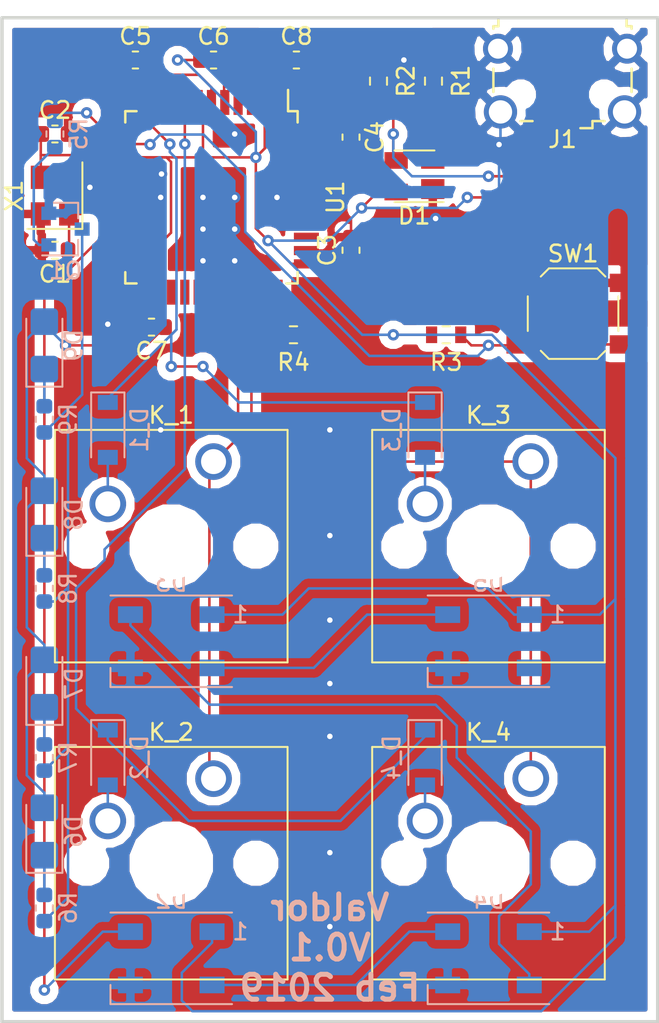
<source format=kicad_pcb>
(kicad_pcb (version 20171130) (host pcbnew 5.0.2)

  (general
    (thickness 1.6)
    (drawings 5)
    (tracks 333)
    (zones 0)
    (modules 39)
    (nets 53)
  )

  (page A4)
  (layers
    (0 F.Cu signal)
    (31 B.Cu signal)
    (32 B.Adhes user)
    (33 F.Adhes user)
    (34 B.Paste user)
    (35 F.Paste user)
    (36 B.SilkS user)
    (37 F.SilkS user)
    (38 B.Mask user)
    (39 F.Mask user)
    (40 Dwgs.User user)
    (41 Cmts.User user)
    (42 Eco1.User user)
    (43 Eco2.User user)
    (44 Edge.Cuts user)
    (45 Margin user)
    (46 B.CrtYd user)
    (47 F.CrtYd user)
    (48 B.Fab user hide)
    (49 F.Fab user hide)
  )

  (setup
    (last_trace_width 0.1524)
    (trace_clearance 0.1524)
    (zone_clearance 0.508)
    (zone_45_only no)
    (trace_min 0.1524)
    (segment_width 0.2)
    (edge_width 0.15)
    (via_size 0.6858)
    (via_drill 0.3302)
    (via_min_size 0.6858)
    (via_min_drill 0.3302)
    (uvia_size 0.6858)
    (uvia_drill 0.3302)
    (uvias_allowed no)
    (uvia_min_size 0.2)
    (uvia_min_drill 0.1)
    (pcb_text_width 0.3)
    (pcb_text_size 1.5 1.5)
    (mod_edge_width 0.15)
    (mod_text_size 1 1)
    (mod_text_width 0.15)
    (pad_size 1.016 1.25)
    (pad_drill 0.55)
    (pad_to_mask_clearance 0.2)
    (solder_mask_min_width 0.25)
    (aux_axis_origin 0 0)
    (grid_origin 71.75 40)
    (visible_elements FFFFFF7F)
    (pcbplotparams
      (layerselection 0x010f0_ffffffff)
      (usegerberextensions true)
      (usegerberattributes false)
      (usegerberadvancedattributes false)
      (creategerberjobfile false)
      (excludeedgelayer true)
      (linewidth 0.100000)
      (plotframeref false)
      (viasonmask false)
      (mode 1)
      (useauxorigin false)
      (hpglpennumber 1)
      (hpglpenspeed 20)
      (hpglpendiameter 15.000000)
      (psnegative false)
      (psa4output false)
      (plotreference true)
      (plotvalue true)
      (plotinvisibletext false)
      (padsonsilk false)
      (subtractmaskfromsilk false)
      (outputformat 1)
      (mirror false)
      (drillshape 0)
      (scaleselection 1)
      (outputdirectory "gerbers/"))
  )

  (net 0 "")
  (net 1 /row0)
  (net 2 /row1)
  (net 3 /col1)
  (net 4 /col0)
  (net 5 GND)
  (net 6 VCC)
  (net 7 "Net-(U1-Pad36)")
  (net 8 /xtal2)
  (net 9 /xtal1)
  (net 10 /D-)
  (net 11 /D+)
  (net 12 /Du-)
  (net 13 /Du+)
  (net 14 /Ucap)
  (net 15 "Net-(U1-Pad1)")
  (net 16 "Net-(U1-Pad9)")
  (net 17 "Net-(U1-Pad10)")
  (net 18 "Net-(U1-Pad18)")
  (net 19 "Net-(U1-Pad19)")
  (net 20 "Net-(U1-Pad22)")
  (net 21 "Net-(U1-Pad25)")
  (net 22 "Net-(U1-Pad26)")
  (net 23 "Net-(U1-Pad27)")
  (net 24 "Net-(U1-Pad28)")
  (net 25 "Net-(U1-Pad29)")
  (net 26 "Net-(U1-Pad32)")
  (net 27 "Net-(U1-Pad37)")
  (net 28 "Net-(U1-Pad38)")
  (net 29 "Net-(U1-Pad39)")
  (net 30 "Net-(U1-Pad40)")
  (net 31 "Net-(U1-Pad41)")
  (net 32 "Net-(U1-Pad42)")
  (net 33 "Net-(U1-Pad21)")
  (net 34 /RGBLED)
  (net 35 /LED)
  (net 36 "Net-(Q1-Pad3)")
  (net 37 "Net-(Q1-Pad1)")
  (net 38 "Net-(R4-Pad2)")
  (net 39 "Net-(R3-Pad1)")
  (net 40 "Net-(D9-Pad1)")
  (net 41 "Net-(D8-Pad1)")
  (net 42 "Net-(D2-Pad2)")
  (net 43 "Net-(D3-Pad4)")
  (net 44 "Net-(D3-Pad2)")
  (net 45 "Net-(D_1-Pad2)")
  (net 46 "Net-(D_2-Pad2)")
  (net 47 "Net-(D_3-Pad2)")
  (net 48 "Net-(D_4-Pad2)")
  (net 49 "Net-(J1-Pad4)")
  (net 50 "Net-(D7-Pad1)")
  (net 51 "Net-(D6-Pad1)")
  (net 52 "Net-(D5-Pad2)")

  (net_class Default "This is the default net class."
    (clearance 0.1524)
    (trace_width 0.1524)
    (via_dia 0.6858)
    (via_drill 0.3302)
    (uvia_dia 0.6858)
    (uvia_drill 0.3302)
    (diff_pair_gap 0.1524)
    (diff_pair_width 0.1524)
    (add_net /D+)
    (add_net /D-)
    (add_net /Du+)
    (add_net /Du-)
    (add_net /LED)
    (add_net /RGBLED)
    (add_net /Ucap)
    (add_net /col0)
    (add_net /col1)
    (add_net /row0)
    (add_net /row1)
    (add_net /xtal1)
    (add_net /xtal2)
    (add_net GND)
    (add_net "Net-(D2-Pad2)")
    (add_net "Net-(D3-Pad2)")
    (add_net "Net-(D3-Pad4)")
    (add_net "Net-(D5-Pad2)")
    (add_net "Net-(D6-Pad1)")
    (add_net "Net-(D7-Pad1)")
    (add_net "Net-(D8-Pad1)")
    (add_net "Net-(D9-Pad1)")
    (add_net "Net-(D_1-Pad2)")
    (add_net "Net-(D_2-Pad2)")
    (add_net "Net-(D_3-Pad2)")
    (add_net "Net-(D_4-Pad2)")
    (add_net "Net-(J1-Pad4)")
    (add_net "Net-(Q1-Pad1)")
    (add_net "Net-(Q1-Pad3)")
    (add_net "Net-(R3-Pad1)")
    (add_net "Net-(R4-Pad2)")
    (add_net "Net-(U1-Pad1)")
    (add_net "Net-(U1-Pad10)")
    (add_net "Net-(U1-Pad18)")
    (add_net "Net-(U1-Pad19)")
    (add_net "Net-(U1-Pad21)")
    (add_net "Net-(U1-Pad22)")
    (add_net "Net-(U1-Pad25)")
    (add_net "Net-(U1-Pad26)")
    (add_net "Net-(U1-Pad27)")
    (add_net "Net-(U1-Pad28)")
    (add_net "Net-(U1-Pad29)")
    (add_net "Net-(U1-Pad32)")
    (add_net "Net-(U1-Pad36)")
    (add_net "Net-(U1-Pad37)")
    (add_net "Net-(U1-Pad38)")
    (add_net "Net-(U1-Pad39)")
    (add_net "Net-(U1-Pad40)")
    (add_net "Net-(U1-Pad41)")
    (add_net "Net-(U1-Pad42)")
    (add_net "Net-(U1-Pad9)")
    (add_net VCC)
  )

  (module LED_SMD:LED_1206_3216Metric_Castellated (layer B.Cu) (tedit 5B301BBE) (tstamp 5C930C18)
    (at 33.015 121.915 90)
    (descr "LED SMD 1206 (3216 Metric), castellated end terminal, IPC_7351 nominal, (Body size source: http://www.tortai-tech.com/upload/download/2011102023233369053.pdf), generated with kicad-footprint-generator")
    (tags "LED castellated")
    (path /5C76D590)
    (attr smd)
    (fp_text reference D7 (at 0 1.78 90) (layer B.SilkS)
      (effects (font (size 1 1) (thickness 0.15)) (justify mirror))
    )
    (fp_text value LED (at 0 -1.78 90) (layer B.Fab)
      (effects (font (size 1 1) (thickness 0.15)) (justify mirror))
    )
    (fp_text user %R (at 0 0 90) (layer B.Fab)
      (effects (font (size 0.8 0.8) (thickness 0.12)) (justify mirror))
    )
    (fp_line (start 2.48 -1.08) (end -2.48 -1.08) (layer B.CrtYd) (width 0.05))
    (fp_line (start 2.48 1.08) (end 2.48 -1.08) (layer B.CrtYd) (width 0.05))
    (fp_line (start -2.48 1.08) (end 2.48 1.08) (layer B.CrtYd) (width 0.05))
    (fp_line (start -2.48 -1.08) (end -2.48 1.08) (layer B.CrtYd) (width 0.05))
    (fp_line (start -2.485 -1.085) (end 1.6 -1.085) (layer B.SilkS) (width 0.12))
    (fp_line (start -2.485 1.085) (end -2.485 -1.085) (layer B.SilkS) (width 0.12))
    (fp_line (start 1.6 1.085) (end -2.485 1.085) (layer B.SilkS) (width 0.12))
    (fp_line (start 1.6 -0.8) (end 1.6 0.8) (layer B.Fab) (width 0.1))
    (fp_line (start -1.6 -0.8) (end 1.6 -0.8) (layer B.Fab) (width 0.1))
    (fp_line (start -1.6 0.4) (end -1.6 -0.8) (layer B.Fab) (width 0.1))
    (fp_line (start -1.2 0.8) (end -1.6 0.4) (layer B.Fab) (width 0.1))
    (fp_line (start 1.6 0.8) (end -1.2 0.8) (layer B.Fab) (width 0.1))
    (pad 2 smd roundrect (at 1.425 0 90) (size 1.6 1.65) (layers B.Cu B.Paste B.Mask) (roundrect_rratio 0.15625)
      (net 6 VCC))
    (pad 1 smd roundrect (at -1.425 0 90) (size 1.6 1.65) (layers B.Cu B.Paste B.Mask) (roundrect_rratio 0.15625)
      (net 50 "Net-(D7-Pad1)"))
    (model ${KISYS3DMOD}/LED_SMD.3dshapes/LED_1206_3216Metric_Castellated.wrl
      (at (xyz 0 0 0))
      (scale (xyz 1 1 1))
      (rotate (xyz 0 0 0))
    )
  )

  (module LED_SMD:LED_1206_3216Metric_Castellated (layer B.Cu) (tedit 5B301BBE) (tstamp 5C930950)
    (at 33.015 130.805 90)
    (descr "LED SMD 1206 (3216 Metric), castellated end terminal, IPC_7351 nominal, (Body size source: http://www.tortai-tech.com/upload/download/2011102023233369053.pdf), generated with kicad-footprint-generator")
    (tags "LED castellated")
    (path /5C76D484)
    (attr smd)
    (fp_text reference D6 (at 0 1.78 90) (layer B.SilkS)
      (effects (font (size 1 1) (thickness 0.15)) (justify mirror))
    )
    (fp_text value LED (at 0 -1.78 90) (layer B.Fab)
      (effects (font (size 1 1) (thickness 0.15)) (justify mirror))
    )
    (fp_line (start 1.6 0.8) (end -1.2 0.8) (layer B.Fab) (width 0.1))
    (fp_line (start -1.2 0.8) (end -1.6 0.4) (layer B.Fab) (width 0.1))
    (fp_line (start -1.6 0.4) (end -1.6 -0.8) (layer B.Fab) (width 0.1))
    (fp_line (start -1.6 -0.8) (end 1.6 -0.8) (layer B.Fab) (width 0.1))
    (fp_line (start 1.6 -0.8) (end 1.6 0.8) (layer B.Fab) (width 0.1))
    (fp_line (start 1.6 1.085) (end -2.485 1.085) (layer B.SilkS) (width 0.12))
    (fp_line (start -2.485 1.085) (end -2.485 -1.085) (layer B.SilkS) (width 0.12))
    (fp_line (start -2.485 -1.085) (end 1.6 -1.085) (layer B.SilkS) (width 0.12))
    (fp_line (start -2.48 -1.08) (end -2.48 1.08) (layer B.CrtYd) (width 0.05))
    (fp_line (start -2.48 1.08) (end 2.48 1.08) (layer B.CrtYd) (width 0.05))
    (fp_line (start 2.48 1.08) (end 2.48 -1.08) (layer B.CrtYd) (width 0.05))
    (fp_line (start 2.48 -1.08) (end -2.48 -1.08) (layer B.CrtYd) (width 0.05))
    (fp_text user %R (at 0 0 90) (layer B.Fab)
      (effects (font (size 0.8 0.8) (thickness 0.12)) (justify mirror))
    )
    (pad 1 smd roundrect (at -1.425 0 90) (size 1.6 1.65) (layers B.Cu B.Paste B.Mask) (roundrect_rratio 0.15625)
      (net 51 "Net-(D6-Pad1)"))
    (pad 2 smd roundrect (at 1.425 0 90) (size 1.6 1.65) (layers B.Cu B.Paste B.Mask) (roundrect_rratio 0.15625)
      (net 6 VCC))
    (model ${KISYS3DMOD}/LED_SMD.3dshapes/LED_1206_3216Metric_Castellated.wrl
      (at (xyz 0 0 0))
      (scale (xyz 1 1 1))
      (rotate (xyz 0 0 0))
    )
  )

  (module LED_SMD:LED_1206_3216Metric_Castellated (layer B.Cu) (tedit 5B301BBE) (tstamp 5C930905)
    (at 33.015 111.755 90)
    (descr "LED SMD 1206 (3216 Metric), castellated end terminal, IPC_7351 nominal, (Body size source: http://www.tortai-tech.com/upload/download/2011102023233369053.pdf), generated with kicad-footprint-generator")
    (tags "LED castellated")
    (path /5C76F8D8)
    (attr smd)
    (fp_text reference D8 (at 0 1.78 90) (layer B.SilkS)
      (effects (font (size 1 1) (thickness 0.15)) (justify mirror))
    )
    (fp_text value LED (at 0 -1.78 90) (layer B.Fab)
      (effects (font (size 1 1) (thickness 0.15)) (justify mirror))
    )
    (fp_text user %R (at 0 0 90) (layer B.Fab)
      (effects (font (size 0.8 0.8) (thickness 0.12)) (justify mirror))
    )
    (fp_line (start 2.48 -1.08) (end -2.48 -1.08) (layer B.CrtYd) (width 0.05))
    (fp_line (start 2.48 1.08) (end 2.48 -1.08) (layer B.CrtYd) (width 0.05))
    (fp_line (start -2.48 1.08) (end 2.48 1.08) (layer B.CrtYd) (width 0.05))
    (fp_line (start -2.48 -1.08) (end -2.48 1.08) (layer B.CrtYd) (width 0.05))
    (fp_line (start -2.485 -1.085) (end 1.6 -1.085) (layer B.SilkS) (width 0.12))
    (fp_line (start -2.485 1.085) (end -2.485 -1.085) (layer B.SilkS) (width 0.12))
    (fp_line (start 1.6 1.085) (end -2.485 1.085) (layer B.SilkS) (width 0.12))
    (fp_line (start 1.6 -0.8) (end 1.6 0.8) (layer B.Fab) (width 0.1))
    (fp_line (start -1.6 -0.8) (end 1.6 -0.8) (layer B.Fab) (width 0.1))
    (fp_line (start -1.6 0.4) (end -1.6 -0.8) (layer B.Fab) (width 0.1))
    (fp_line (start -1.2 0.8) (end -1.6 0.4) (layer B.Fab) (width 0.1))
    (fp_line (start 1.6 0.8) (end -1.2 0.8) (layer B.Fab) (width 0.1))
    (pad 2 smd roundrect (at 1.425 0 90) (size 1.6 1.65) (layers B.Cu B.Paste B.Mask) (roundrect_rratio 0.15625)
      (net 6 VCC))
    (pad 1 smd roundrect (at -1.425 0 90) (size 1.6 1.65) (layers B.Cu B.Paste B.Mask) (roundrect_rratio 0.15625)
      (net 41 "Net-(D8-Pad1)"))
    (model ${KISYS3DMOD}/LED_SMD.3dshapes/LED_1206_3216Metric_Castellated.wrl
      (at (xyz 0 0 0))
      (scale (xyz 1 1 1))
      (rotate (xyz 0 0 0))
    )
  )

  (module LED_SMD:LED_1206_3216Metric_Castellated (layer B.Cu) (tedit 5B301BBE) (tstamp 5C930A22)
    (at 33.015 101.595 90)
    (descr "LED SMD 1206 (3216 Metric), castellated end terminal, IPC_7351 nominal, (Body size source: http://www.tortai-tech.com/upload/download/2011102023233369053.pdf), generated with kicad-footprint-generator")
    (tags "LED castellated")
    (path /5C771C04)
    (attr smd)
    (fp_text reference D9 (at 0 1.78 90) (layer B.SilkS)
      (effects (font (size 1 1) (thickness 0.15)) (justify mirror))
    )
    (fp_text value LED (at 0 -1.78 90) (layer B.Fab)
      (effects (font (size 1 1) (thickness 0.15)) (justify mirror))
    )
    (fp_line (start 1.6 0.8) (end -1.2 0.8) (layer B.Fab) (width 0.1))
    (fp_line (start -1.2 0.8) (end -1.6 0.4) (layer B.Fab) (width 0.1))
    (fp_line (start -1.6 0.4) (end -1.6 -0.8) (layer B.Fab) (width 0.1))
    (fp_line (start -1.6 -0.8) (end 1.6 -0.8) (layer B.Fab) (width 0.1))
    (fp_line (start 1.6 -0.8) (end 1.6 0.8) (layer B.Fab) (width 0.1))
    (fp_line (start 1.6 1.085) (end -2.485 1.085) (layer B.SilkS) (width 0.12))
    (fp_line (start -2.485 1.085) (end -2.485 -1.085) (layer B.SilkS) (width 0.12))
    (fp_line (start -2.485 -1.085) (end 1.6 -1.085) (layer B.SilkS) (width 0.12))
    (fp_line (start -2.48 -1.08) (end -2.48 1.08) (layer B.CrtYd) (width 0.05))
    (fp_line (start -2.48 1.08) (end 2.48 1.08) (layer B.CrtYd) (width 0.05))
    (fp_line (start 2.48 1.08) (end 2.48 -1.08) (layer B.CrtYd) (width 0.05))
    (fp_line (start 2.48 -1.08) (end -2.48 -1.08) (layer B.CrtYd) (width 0.05))
    (fp_text user %R (at 0 0 90) (layer B.Fab)
      (effects (font (size 0.8 0.8) (thickness 0.12)) (justify mirror))
    )
    (pad 1 smd roundrect (at -1.425 0 90) (size 1.6 1.65) (layers B.Cu B.Paste B.Mask) (roundrect_rratio 0.15625)
      (net 40 "Net-(D9-Pad1)"))
    (pad 2 smd roundrect (at 1.425 0 90) (size 1.6 1.65) (layers B.Cu B.Paste B.Mask) (roundrect_rratio 0.15625)
      (net 6 VCC))
    (model ${KISYS3DMOD}/LED_SMD.3dshapes/LED_1206_3216Metric_Castellated.wrl
      (at (xyz 0 0 0))
      (scale (xyz 1 1 1))
      (rotate (xyz 0 0 0))
    )
  )

  (module Package_TO_SOT_SMD:SOT-23 (layer B.Cu) (tedit 5A02FF57) (tstamp 5C92F4C4)
    (at 34.285 94.61)
    (descr "SOT-23, Standard")
    (tags SOT-23)
    (path /5C76ACFA)
    (attr smd)
    (fp_text reference Q1 (at 0 2.5) (layer B.SilkS)
      (effects (font (size 1 1) (thickness 0.15)) (justify mirror))
    )
    (fp_text value 2N7002 (at 0 -2.5) (layer B.Fab)
      (effects (font (size 1 1) (thickness 0.15)) (justify mirror))
    )
    (fp_text user %R (at 0 0 -90) (layer B.Fab)
      (effects (font (size 0.5 0.5) (thickness 0.075)) (justify mirror))
    )
    (fp_line (start -0.7 0.95) (end -0.7 -1.5) (layer B.Fab) (width 0.1))
    (fp_line (start -0.15 1.52) (end 0.7 1.52) (layer B.Fab) (width 0.1))
    (fp_line (start -0.7 0.95) (end -0.15 1.52) (layer B.Fab) (width 0.1))
    (fp_line (start 0.7 1.52) (end 0.7 -1.52) (layer B.Fab) (width 0.1))
    (fp_line (start -0.7 -1.52) (end 0.7 -1.52) (layer B.Fab) (width 0.1))
    (fp_line (start 0.76 -1.58) (end 0.76 -0.65) (layer B.SilkS) (width 0.12))
    (fp_line (start 0.76 1.58) (end 0.76 0.65) (layer B.SilkS) (width 0.12))
    (fp_line (start -1.7 1.75) (end 1.7 1.75) (layer B.CrtYd) (width 0.05))
    (fp_line (start 1.7 1.75) (end 1.7 -1.75) (layer B.CrtYd) (width 0.05))
    (fp_line (start 1.7 -1.75) (end -1.7 -1.75) (layer B.CrtYd) (width 0.05))
    (fp_line (start -1.7 -1.75) (end -1.7 1.75) (layer B.CrtYd) (width 0.05))
    (fp_line (start 0.76 1.58) (end -1.4 1.58) (layer B.SilkS) (width 0.12))
    (fp_line (start 0.76 -1.58) (end -0.7 -1.58) (layer B.SilkS) (width 0.12))
    (pad 1 smd rect (at -1 0.95) (size 0.9 0.8) (layers B.Cu B.Paste B.Mask)
      (net 37 "Net-(Q1-Pad1)"))
    (pad 2 smd rect (at -1 -0.95) (size 0.9 0.8) (layers B.Cu B.Paste B.Mask)
      (net 5 GND))
    (pad 3 smd rect (at 1 0) (size 0.9 0.8) (layers B.Cu B.Paste B.Mask)
      (net 36 "Net-(Q1-Pad3)"))
    (model ${KISYS3DMOD}/Package_TO_SOT_SMD.3dshapes/SOT-23.wrl
      (at (xyz 0 0 0))
      (scale (xyz 1 1 1))
      (rotate (xyz 0 0 0))
    )
  )

  (module Resistor_SMD:R_0603_1608Metric (layer B.Cu) (tedit 5B301BBD) (tstamp 5C92F4AF)
    (at 33.65 88.895 90)
    (descr "Resistor SMD 0603 (1608 Metric), square (rectangular) end terminal, IPC_7351 nominal, (Body size source: http://www.tortai-tech.com/upload/download/2011102023233369053.pdf), generated with kicad-footprint-generator")
    (tags resistor)
    (path /5C79762C)
    (attr smd)
    (fp_text reference R5 (at 0 1.43 90) (layer B.SilkS)
      (effects (font (size 1 1) (thickness 0.15)) (justify mirror))
    )
    (fp_text value 1K (at 0 -1.43 90) (layer B.Fab)
      (effects (font (size 1 1) (thickness 0.15)) (justify mirror))
    )
    (fp_line (start -0.8 -0.4) (end -0.8 0.4) (layer B.Fab) (width 0.1))
    (fp_line (start -0.8 0.4) (end 0.8 0.4) (layer B.Fab) (width 0.1))
    (fp_line (start 0.8 0.4) (end 0.8 -0.4) (layer B.Fab) (width 0.1))
    (fp_line (start 0.8 -0.4) (end -0.8 -0.4) (layer B.Fab) (width 0.1))
    (fp_line (start -0.162779 0.51) (end 0.162779 0.51) (layer B.SilkS) (width 0.12))
    (fp_line (start -0.162779 -0.51) (end 0.162779 -0.51) (layer B.SilkS) (width 0.12))
    (fp_line (start -1.48 -0.73) (end -1.48 0.73) (layer B.CrtYd) (width 0.05))
    (fp_line (start -1.48 0.73) (end 1.48 0.73) (layer B.CrtYd) (width 0.05))
    (fp_line (start 1.48 0.73) (end 1.48 -0.73) (layer B.CrtYd) (width 0.05))
    (fp_line (start 1.48 -0.73) (end -1.48 -0.73) (layer B.CrtYd) (width 0.05))
    (fp_text user %R (at 0 0 90) (layer B.Fab)
      (effects (font (size 0.4 0.4) (thickness 0.06)) (justify mirror))
    )
    (pad 1 smd roundrect (at -0.7875 0 90) (size 0.875 0.95) (layers B.Cu B.Paste B.Mask) (roundrect_rratio 0.25)
      (net 37 "Net-(Q1-Pad1)"))
    (pad 2 smd roundrect (at 0.7875 0 90) (size 0.875 0.95) (layers B.Cu B.Paste B.Mask) (roundrect_rratio 0.25)
      (net 35 /LED))
    (model ${KISYS3DMOD}/Resistor_SMD.3dshapes/R_0603_1608Metric.wrl
      (at (xyz 0 0 0))
      (scale (xyz 1 1 1))
      (rotate (xyz 0 0 0))
    )
  )

  (module Resistor_SMD:R_0603_1608Metric (layer B.Cu) (tedit 5B301BBD) (tstamp 5C92F41E)
    (at 33.015 135.4025 90)
    (descr "Resistor SMD 0603 (1608 Metric), square (rectangular) end terminal, IPC_7351 nominal, (Body size source: http://www.tortai-tech.com/upload/download/2011102023233369053.pdf), generated with kicad-footprint-generator")
    (tags resistor)
    (path /5C773FDF)
    (attr smd)
    (fp_text reference R6 (at 0 1.43 90) (layer B.SilkS)
      (effects (font (size 1 1) (thickness 0.15)) (justify mirror))
    )
    (fp_text value 1K (at 0 -1.43 90) (layer B.Fab)
      (effects (font (size 1 1) (thickness 0.15)) (justify mirror))
    )
    (fp_text user %R (at 0 0 90) (layer B.Fab)
      (effects (font (size 0.4 0.4) (thickness 0.06)) (justify mirror))
    )
    (fp_line (start 1.48 -0.73) (end -1.48 -0.73) (layer B.CrtYd) (width 0.05))
    (fp_line (start 1.48 0.73) (end 1.48 -0.73) (layer B.CrtYd) (width 0.05))
    (fp_line (start -1.48 0.73) (end 1.48 0.73) (layer B.CrtYd) (width 0.05))
    (fp_line (start -1.48 -0.73) (end -1.48 0.73) (layer B.CrtYd) (width 0.05))
    (fp_line (start -0.162779 -0.51) (end 0.162779 -0.51) (layer B.SilkS) (width 0.12))
    (fp_line (start -0.162779 0.51) (end 0.162779 0.51) (layer B.SilkS) (width 0.12))
    (fp_line (start 0.8 -0.4) (end -0.8 -0.4) (layer B.Fab) (width 0.1))
    (fp_line (start 0.8 0.4) (end 0.8 -0.4) (layer B.Fab) (width 0.1))
    (fp_line (start -0.8 0.4) (end 0.8 0.4) (layer B.Fab) (width 0.1))
    (fp_line (start -0.8 -0.4) (end -0.8 0.4) (layer B.Fab) (width 0.1))
    (pad 2 smd roundrect (at 0.7875 0 90) (size 0.875 0.95) (layers B.Cu B.Paste B.Mask) (roundrect_rratio 0.25)
      (net 51 "Net-(D6-Pad1)"))
    (pad 1 smd roundrect (at -0.7875 0 90) (size 0.875 0.95) (layers B.Cu B.Paste B.Mask) (roundrect_rratio 0.25)
      (net 36 "Net-(Q1-Pad3)"))
    (model ${KISYS3DMOD}/Resistor_SMD.3dshapes/R_0603_1608Metric.wrl
      (at (xyz 0 0 0))
      (scale (xyz 1 1 1))
      (rotate (xyz 0 0 0))
    )
  )

  (module Resistor_SMD:R_0603_1608Metric (layer B.Cu) (tedit 5B301BBD) (tstamp 5C92F40D)
    (at 33.015 126.36 90)
    (descr "Resistor SMD 0603 (1608 Metric), square (rectangular) end terminal, IPC_7351 nominal, (Body size source: http://www.tortai-tech.com/upload/download/2011102023233369053.pdf), generated with kicad-footprint-generator")
    (tags resistor)
    (path /5C774153)
    (attr smd)
    (fp_text reference R7 (at 0 1.43 90) (layer B.SilkS)
      (effects (font (size 1 1) (thickness 0.15)) (justify mirror))
    )
    (fp_text value 1K (at 0 -1.43 90) (layer B.Fab)
      (effects (font (size 1 1) (thickness 0.15)) (justify mirror))
    )
    (fp_line (start -0.8 -0.4) (end -0.8 0.4) (layer B.Fab) (width 0.1))
    (fp_line (start -0.8 0.4) (end 0.8 0.4) (layer B.Fab) (width 0.1))
    (fp_line (start 0.8 0.4) (end 0.8 -0.4) (layer B.Fab) (width 0.1))
    (fp_line (start 0.8 -0.4) (end -0.8 -0.4) (layer B.Fab) (width 0.1))
    (fp_line (start -0.162779 0.51) (end 0.162779 0.51) (layer B.SilkS) (width 0.12))
    (fp_line (start -0.162779 -0.51) (end 0.162779 -0.51) (layer B.SilkS) (width 0.12))
    (fp_line (start -1.48 -0.73) (end -1.48 0.73) (layer B.CrtYd) (width 0.05))
    (fp_line (start -1.48 0.73) (end 1.48 0.73) (layer B.CrtYd) (width 0.05))
    (fp_line (start 1.48 0.73) (end 1.48 -0.73) (layer B.CrtYd) (width 0.05))
    (fp_line (start 1.48 -0.73) (end -1.48 -0.73) (layer B.CrtYd) (width 0.05))
    (fp_text user %R (at 0 0 90) (layer B.Fab)
      (effects (font (size 0.4 0.4) (thickness 0.06)) (justify mirror))
    )
    (pad 1 smd roundrect (at -0.7875 0 90) (size 0.875 0.95) (layers B.Cu B.Paste B.Mask) (roundrect_rratio 0.25)
      (net 36 "Net-(Q1-Pad3)"))
    (pad 2 smd roundrect (at 0.7875 0 90) (size 0.875 0.95) (layers B.Cu B.Paste B.Mask) (roundrect_rratio 0.25)
      (net 50 "Net-(D7-Pad1)"))
    (model ${KISYS3DMOD}/Resistor_SMD.3dshapes/R_0603_1608Metric.wrl
      (at (xyz 0 0 0))
      (scale (xyz 1 1 1))
      (rotate (xyz 0 0 0))
    )
  )

  (module Resistor_SMD:R_0603_1608Metric (layer B.Cu) (tedit 5B301BBD) (tstamp 5C92F3FC)
    (at 33.015 116.2 90)
    (descr "Resistor SMD 0603 (1608 Metric), square (rectangular) end terminal, IPC_7351 nominal, (Body size source: http://www.tortai-tech.com/upload/download/2011102023233369053.pdf), generated with kicad-footprint-generator")
    (tags resistor)
    (path /5C77647D)
    (attr smd)
    (fp_text reference R8 (at 0 1.43 90) (layer B.SilkS)
      (effects (font (size 1 1) (thickness 0.15)) (justify mirror))
    )
    (fp_text value 1K (at 0 -1.43 90) (layer B.Fab)
      (effects (font (size 1 1) (thickness 0.15)) (justify mirror))
    )
    (fp_text user %R (at 0 0 90) (layer B.Fab)
      (effects (font (size 0.4 0.4) (thickness 0.06)) (justify mirror))
    )
    (fp_line (start 1.48 -0.73) (end -1.48 -0.73) (layer B.CrtYd) (width 0.05))
    (fp_line (start 1.48 0.73) (end 1.48 -0.73) (layer B.CrtYd) (width 0.05))
    (fp_line (start -1.48 0.73) (end 1.48 0.73) (layer B.CrtYd) (width 0.05))
    (fp_line (start -1.48 -0.73) (end -1.48 0.73) (layer B.CrtYd) (width 0.05))
    (fp_line (start -0.162779 -0.51) (end 0.162779 -0.51) (layer B.SilkS) (width 0.12))
    (fp_line (start -0.162779 0.51) (end 0.162779 0.51) (layer B.SilkS) (width 0.12))
    (fp_line (start 0.8 -0.4) (end -0.8 -0.4) (layer B.Fab) (width 0.1))
    (fp_line (start 0.8 0.4) (end 0.8 -0.4) (layer B.Fab) (width 0.1))
    (fp_line (start -0.8 0.4) (end 0.8 0.4) (layer B.Fab) (width 0.1))
    (fp_line (start -0.8 -0.4) (end -0.8 0.4) (layer B.Fab) (width 0.1))
    (pad 2 smd roundrect (at 0.7875 0 90) (size 0.875 0.95) (layers B.Cu B.Paste B.Mask) (roundrect_rratio 0.25)
      (net 41 "Net-(D8-Pad1)"))
    (pad 1 smd roundrect (at -0.7875 0 90) (size 0.875 0.95) (layers B.Cu B.Paste B.Mask) (roundrect_rratio 0.25)
      (net 36 "Net-(Q1-Pad3)"))
    (model ${KISYS3DMOD}/Resistor_SMD.3dshapes/R_0603_1608Metric.wrl
      (at (xyz 0 0 0))
      (scale (xyz 1 1 1))
      (rotate (xyz 0 0 0))
    )
  )

  (module Resistor_SMD:R_0603_1608Metric (layer B.Cu) (tedit 5B301BBD) (tstamp 5C92F3EB)
    (at 33.015 106.04 90)
    (descr "Resistor SMD 0603 (1608 Metric), square (rectangular) end terminal, IPC_7351 nominal, (Body size source: http://www.tortai-tech.com/upload/download/2011102023233369053.pdf), generated with kicad-footprint-generator")
    (tags resistor)
    (path /5C7787A5)
    (attr smd)
    (fp_text reference R9 (at 0 1.43 90) (layer B.SilkS)
      (effects (font (size 1 1) (thickness 0.15)) (justify mirror))
    )
    (fp_text value 1K (at 0 -1.43 90) (layer B.Fab)
      (effects (font (size 1 1) (thickness 0.15)) (justify mirror))
    )
    (fp_text user %R (at 0 0 90) (layer B.Fab)
      (effects (font (size 0.4 0.4) (thickness 0.06)) (justify mirror))
    )
    (fp_line (start 1.48 -0.73) (end -1.48 -0.73) (layer B.CrtYd) (width 0.05))
    (fp_line (start 1.48 0.73) (end 1.48 -0.73) (layer B.CrtYd) (width 0.05))
    (fp_line (start -1.48 0.73) (end 1.48 0.73) (layer B.CrtYd) (width 0.05))
    (fp_line (start -1.48 -0.73) (end -1.48 0.73) (layer B.CrtYd) (width 0.05))
    (fp_line (start -0.162779 -0.51) (end 0.162779 -0.51) (layer B.SilkS) (width 0.12))
    (fp_line (start -0.162779 0.51) (end 0.162779 0.51) (layer B.SilkS) (width 0.12))
    (fp_line (start 0.8 -0.4) (end -0.8 -0.4) (layer B.Fab) (width 0.1))
    (fp_line (start 0.8 0.4) (end 0.8 -0.4) (layer B.Fab) (width 0.1))
    (fp_line (start -0.8 0.4) (end 0.8 0.4) (layer B.Fab) (width 0.1))
    (fp_line (start -0.8 -0.4) (end -0.8 0.4) (layer B.Fab) (width 0.1))
    (pad 2 smd roundrect (at 0.7875 0 90) (size 0.875 0.95) (layers B.Cu B.Paste B.Mask) (roundrect_rratio 0.25)
      (net 40 "Net-(D9-Pad1)"))
    (pad 1 smd roundrect (at -0.7875 0 90) (size 0.875 0.95) (layers B.Cu B.Paste B.Mask) (roundrect_rratio 0.25)
      (net 36 "Net-(Q1-Pad3)"))
    (model ${KISYS3DMOD}/Resistor_SMD.3dshapes/R_0603_1608Metric.wrl
      (at (xyz 0 0 0))
      (scale (xyz 1 1 1))
      (rotate (xyz 0 0 0))
    )
  )

  (module LED_SMD:LED_WS2812B_PLCC4_5.0x5.0mm_P3.2mm (layer B.Cu) (tedit 5AA4B285) (tstamp 5C87E86A)
    (at 59.685 119.375 180)
    (descr https://cdn-shop.adafruit.com/datasheets/WS2812B.pdf)
    (tags "LED RGB NeoPixel")
    (path /5C74B3EC)
    (attr smd)
    (fp_text reference D5 (at 0 3.5 180) (layer B.SilkS)
      (effects (font (size 1 1) (thickness 0.15)) (justify mirror))
    )
    (fp_text value WS2812B (at 0 -4 180) (layer B.Fab)
      (effects (font (size 1 1) (thickness 0.15)) (justify mirror))
    )
    (fp_circle (center 0 0) (end 0 2) (layer B.Fab) (width 0.1))
    (fp_line (start 3.65 -2.75) (end 3.65 -1.6) (layer B.SilkS) (width 0.12))
    (fp_line (start -3.65 -2.75) (end 3.65 -2.75) (layer B.SilkS) (width 0.12))
    (fp_line (start -3.65 2.75) (end 3.65 2.75) (layer B.SilkS) (width 0.12))
    (fp_line (start 2.5 2.5) (end -2.5 2.5) (layer B.Fab) (width 0.1))
    (fp_line (start 2.5 -2.5) (end 2.5 2.5) (layer B.Fab) (width 0.1))
    (fp_line (start -2.5 -2.5) (end 2.5 -2.5) (layer B.Fab) (width 0.1))
    (fp_line (start -2.5 2.5) (end -2.5 -2.5) (layer B.Fab) (width 0.1))
    (fp_line (start 2.5 -1.5) (end 1.5 -2.5) (layer B.Fab) (width 0.1))
    (fp_line (start -3.45 2.75) (end -3.45 -2.75) (layer B.CrtYd) (width 0.05))
    (fp_line (start -3.45 -2.75) (end 3.45 -2.75) (layer B.CrtYd) (width 0.05))
    (fp_line (start 3.45 -2.75) (end 3.45 2.75) (layer B.CrtYd) (width 0.05))
    (fp_line (start 3.45 2.75) (end -3.45 2.75) (layer B.CrtYd) (width 0.05))
    (fp_text user %R (at 0 0 180) (layer B.Fab)
      (effects (font (size 0.8 0.8) (thickness 0.15)) (justify mirror))
    )
    (fp_text user 1 (at -4.15 1.6 180) (layer B.SilkS)
      (effects (font (size 1 1) (thickness 0.15)) (justify mirror))
    )
    (pad 1 smd rect (at -2.45 1.6 180) (size 1.5 1) (layers B.Cu B.Paste B.Mask)
      (net 6 VCC))
    (pad 2 smd rect (at -2.45 -1.6 180) (size 1.5 1) (layers B.Cu B.Paste B.Mask)
      (net 52 "Net-(D5-Pad2)"))
    (pad 4 smd rect (at 2.45 1.6 180) (size 1.5 1) (layers B.Cu B.Paste B.Mask)
      (net 44 "Net-(D3-Pad2)"))
    (pad 3 smd rect (at 2.45 -1.6 180) (size 1.5 1) (layers B.Cu B.Paste B.Mask)
      (net 5 GND))
    (model ${KISYS3DMOD}/LED_SMD.3dshapes/LED_WS2812B_PLCC4_5.0x5.0mm_P3.2mm.wrl
      (at (xyz 0 0 0))
      (scale (xyz 1 1 1))
      (rotate (xyz 0 0 0))
    )
  )

  (module LED_SMD:LED_WS2812B_PLCC4_5.0x5.0mm_P3.2mm (layer B.Cu) (tedit 5AA4B285) (tstamp 5C87E853)
    (at 59.685 138.425 180)
    (descr https://cdn-shop.adafruit.com/datasheets/WS2812B.pdf)
    (tags "LED RGB NeoPixel")
    (path /5C74B2C6)
    (attr smd)
    (fp_text reference D4 (at 0 3.5 180) (layer B.SilkS)
      (effects (font (size 1 1) (thickness 0.15)) (justify mirror))
    )
    (fp_text value WS2812B (at 0 -4 180) (layer B.Fab)
      (effects (font (size 1 1) (thickness 0.15)) (justify mirror))
    )
    (fp_text user 1 (at -4.15 1.6 180) (layer B.SilkS)
      (effects (font (size 1 1) (thickness 0.15)) (justify mirror))
    )
    (fp_text user %R (at 0 0 180) (layer B.Fab)
      (effects (font (size 0.8 0.8) (thickness 0.15)) (justify mirror))
    )
    (fp_line (start 3.45 2.75) (end -3.45 2.75) (layer B.CrtYd) (width 0.05))
    (fp_line (start 3.45 -2.75) (end 3.45 2.75) (layer B.CrtYd) (width 0.05))
    (fp_line (start -3.45 -2.75) (end 3.45 -2.75) (layer B.CrtYd) (width 0.05))
    (fp_line (start -3.45 2.75) (end -3.45 -2.75) (layer B.CrtYd) (width 0.05))
    (fp_line (start 2.5 -1.5) (end 1.5 -2.5) (layer B.Fab) (width 0.1))
    (fp_line (start -2.5 2.5) (end -2.5 -2.5) (layer B.Fab) (width 0.1))
    (fp_line (start -2.5 -2.5) (end 2.5 -2.5) (layer B.Fab) (width 0.1))
    (fp_line (start 2.5 -2.5) (end 2.5 2.5) (layer B.Fab) (width 0.1))
    (fp_line (start 2.5 2.5) (end -2.5 2.5) (layer B.Fab) (width 0.1))
    (fp_line (start -3.65 2.75) (end 3.65 2.75) (layer B.SilkS) (width 0.12))
    (fp_line (start -3.65 -2.75) (end 3.65 -2.75) (layer B.SilkS) (width 0.12))
    (fp_line (start 3.65 -2.75) (end 3.65 -1.6) (layer B.SilkS) (width 0.12))
    (fp_circle (center 0 0) (end 0 2) (layer B.Fab) (width 0.1))
    (pad 3 smd rect (at 2.45 -1.6 180) (size 1.5 1) (layers B.Cu B.Paste B.Mask)
      (net 5 GND))
    (pad 4 smd rect (at 2.45 1.6 180) (size 1.5 1) (layers B.Cu B.Paste B.Mask)
      (net 42 "Net-(D2-Pad2)"))
    (pad 2 smd rect (at -2.45 -1.6 180) (size 1.5 1) (layers B.Cu B.Paste B.Mask)
      (net 43 "Net-(D3-Pad4)"))
    (pad 1 smd rect (at -2.45 1.6 180) (size 1.5 1) (layers B.Cu B.Paste B.Mask)
      (net 6 VCC))
    (model ${KISYS3DMOD}/LED_SMD.3dshapes/LED_WS2812B_PLCC4_5.0x5.0mm_P3.2mm.wrl
      (at (xyz 0 0 0))
      (scale (xyz 1 1 1))
      (rotate (xyz 0 0 0))
    )
  )

  (module LED_SMD:LED_WS2812B_PLCC4_5.0x5.0mm_P3.2mm (layer B.Cu) (tedit 5AA4B285) (tstamp 5C87E83C)
    (at 40.635 119.375 180)
    (descr https://cdn-shop.adafruit.com/datasheets/WS2812B.pdf)
    (tags "LED RGB NeoPixel")
    (path /5C74B1D9)
    (attr smd)
    (fp_text reference D3 (at 0 3.5 180) (layer B.SilkS)
      (effects (font (size 1 1) (thickness 0.15)) (justify mirror))
    )
    (fp_text value WS2812B (at 0 -4 180) (layer B.Fab)
      (effects (font (size 1 1) (thickness 0.15)) (justify mirror))
    )
    (fp_circle (center 0 0) (end 0 2) (layer B.Fab) (width 0.1))
    (fp_line (start 3.65 -2.75) (end 3.65 -1.6) (layer B.SilkS) (width 0.12))
    (fp_line (start -3.65 -2.75) (end 3.65 -2.75) (layer B.SilkS) (width 0.12))
    (fp_line (start -3.65 2.75) (end 3.65 2.75) (layer B.SilkS) (width 0.12))
    (fp_line (start 2.5 2.5) (end -2.5 2.5) (layer B.Fab) (width 0.1))
    (fp_line (start 2.5 -2.5) (end 2.5 2.5) (layer B.Fab) (width 0.1))
    (fp_line (start -2.5 -2.5) (end 2.5 -2.5) (layer B.Fab) (width 0.1))
    (fp_line (start -2.5 2.5) (end -2.5 -2.5) (layer B.Fab) (width 0.1))
    (fp_line (start 2.5 -1.5) (end 1.5 -2.5) (layer B.Fab) (width 0.1))
    (fp_line (start -3.45 2.75) (end -3.45 -2.75) (layer B.CrtYd) (width 0.05))
    (fp_line (start -3.45 -2.75) (end 3.45 -2.75) (layer B.CrtYd) (width 0.05))
    (fp_line (start 3.45 -2.75) (end 3.45 2.75) (layer B.CrtYd) (width 0.05))
    (fp_line (start 3.45 2.75) (end -3.45 2.75) (layer B.CrtYd) (width 0.05))
    (fp_text user %R (at 0 0 180) (layer B.Fab)
      (effects (font (size 0.8 0.8) (thickness 0.15)) (justify mirror))
    )
    (fp_text user 1 (at -4.15 1.6 180) (layer B.SilkS)
      (effects (font (size 1 1) (thickness 0.15)) (justify mirror))
    )
    (pad 1 smd rect (at -2.45 1.6 180) (size 1.5 1) (layers B.Cu B.Paste B.Mask)
      (net 6 VCC))
    (pad 2 smd rect (at -2.45 -1.6 180) (size 1.5 1) (layers B.Cu B.Paste B.Mask)
      (net 44 "Net-(D3-Pad2)"))
    (pad 4 smd rect (at 2.45 1.6 180) (size 1.5 1) (layers B.Cu B.Paste B.Mask)
      (net 43 "Net-(D3-Pad4)"))
    (pad 3 smd rect (at 2.45 -1.6 180) (size 1.5 1) (layers B.Cu B.Paste B.Mask)
      (net 5 GND))
    (model ${KISYS3DMOD}/LED_SMD.3dshapes/LED_WS2812B_PLCC4_5.0x5.0mm_P3.2mm.wrl
      (at (xyz 0 0 0))
      (scale (xyz 1 1 1))
      (rotate (xyz 0 0 0))
    )
  )

  (module LED_SMD:LED_WS2812B_PLCC4_5.0x5.0mm_P3.2mm (layer B.Cu) (tedit 5AA4B285) (tstamp 5C87E825)
    (at 40.635 138.425 180)
    (descr https://cdn-shop.adafruit.com/datasheets/WS2812B.pdf)
    (tags "LED RGB NeoPixel")
    (path /5C74B12B)
    (attr smd)
    (fp_text reference D2 (at 0 3.5 180) (layer B.SilkS)
      (effects (font (size 1 1) (thickness 0.15)) (justify mirror))
    )
    (fp_text value WS2812B (at 0 -4 180) (layer B.Fab)
      (effects (font (size 1 1) (thickness 0.15)) (justify mirror))
    )
    (fp_text user 1 (at -4.15 1.6 180) (layer B.SilkS)
      (effects (font (size 1 1) (thickness 0.15)) (justify mirror))
    )
    (fp_text user %R (at 0 0 180) (layer B.Fab)
      (effects (font (size 0.8 0.8) (thickness 0.15)) (justify mirror))
    )
    (fp_line (start 3.45 2.75) (end -3.45 2.75) (layer B.CrtYd) (width 0.05))
    (fp_line (start 3.45 -2.75) (end 3.45 2.75) (layer B.CrtYd) (width 0.05))
    (fp_line (start -3.45 -2.75) (end 3.45 -2.75) (layer B.CrtYd) (width 0.05))
    (fp_line (start -3.45 2.75) (end -3.45 -2.75) (layer B.CrtYd) (width 0.05))
    (fp_line (start 2.5 -1.5) (end 1.5 -2.5) (layer B.Fab) (width 0.1))
    (fp_line (start -2.5 2.5) (end -2.5 -2.5) (layer B.Fab) (width 0.1))
    (fp_line (start -2.5 -2.5) (end 2.5 -2.5) (layer B.Fab) (width 0.1))
    (fp_line (start 2.5 -2.5) (end 2.5 2.5) (layer B.Fab) (width 0.1))
    (fp_line (start 2.5 2.5) (end -2.5 2.5) (layer B.Fab) (width 0.1))
    (fp_line (start -3.65 2.75) (end 3.65 2.75) (layer B.SilkS) (width 0.12))
    (fp_line (start -3.65 -2.75) (end 3.65 -2.75) (layer B.SilkS) (width 0.12))
    (fp_line (start 3.65 -2.75) (end 3.65 -1.6) (layer B.SilkS) (width 0.12))
    (fp_circle (center 0 0) (end 0 2) (layer B.Fab) (width 0.1))
    (pad 3 smd rect (at 2.45 -1.6 180) (size 1.5 1) (layers B.Cu B.Paste B.Mask)
      (net 5 GND))
    (pad 4 smd rect (at 2.45 1.6 180) (size 1.5 1) (layers B.Cu B.Paste B.Mask)
      (net 34 /RGBLED))
    (pad 2 smd rect (at -2.45 -1.6 180) (size 1.5 1) (layers B.Cu B.Paste B.Mask)
      (net 42 "Net-(D2-Pad2)"))
    (pad 1 smd rect (at -2.45 1.6 180) (size 1.5 1) (layers B.Cu B.Paste B.Mask)
      (net 6 VCC))
    (model ${KISYS3DMOD}/LED_SMD.3dshapes/LED_WS2812B_PLCC4_5.0x5.0mm_P3.2mm.wrl
      (at (xyz 0 0 0))
      (scale (xyz 1 1 1))
      (rotate (xyz 0 0 0))
    )
  )

  (module Capacitor_SMD:C_0603_1608Metric (layer F.Cu) (tedit 5B301BBE) (tstamp 5C8728D9)
    (at 39.45 100.5 180)
    (descr "Capacitor SMD 0603 (1608 Metric), square (rectangular) end terminal, IPC_7351 nominal, (Body size source: http://www.tortai-tech.com/upload/download/2011102023233369053.pdf), generated with kicad-footprint-generator")
    (tags capacitor)
    (path /5B92F482)
    (attr smd)
    (fp_text reference C7 (at 0 -1.43 180) (layer F.SilkS)
      (effects (font (size 1 1) (thickness 0.15)))
    )
    (fp_text value 0.1u (at 0 1.43 180) (layer F.Fab)
      (effects (font (size 1 1) (thickness 0.15)))
    )
    (fp_text user %R (at 0 0 180) (layer F.Fab)
      (effects (font (size 0.4 0.4) (thickness 0.06)))
    )
    (fp_line (start 1.48 0.73) (end -1.48 0.73) (layer F.CrtYd) (width 0.05))
    (fp_line (start 1.48 -0.73) (end 1.48 0.73) (layer F.CrtYd) (width 0.05))
    (fp_line (start -1.48 -0.73) (end 1.48 -0.73) (layer F.CrtYd) (width 0.05))
    (fp_line (start -1.48 0.73) (end -1.48 -0.73) (layer F.CrtYd) (width 0.05))
    (fp_line (start -0.162779 0.51) (end 0.162779 0.51) (layer F.SilkS) (width 0.12))
    (fp_line (start -0.162779 -0.51) (end 0.162779 -0.51) (layer F.SilkS) (width 0.12))
    (fp_line (start 0.8 0.4) (end -0.8 0.4) (layer F.Fab) (width 0.1))
    (fp_line (start 0.8 -0.4) (end 0.8 0.4) (layer F.Fab) (width 0.1))
    (fp_line (start -0.8 -0.4) (end 0.8 -0.4) (layer F.Fab) (width 0.1))
    (fp_line (start -0.8 0.4) (end -0.8 -0.4) (layer F.Fab) (width 0.1))
    (pad 2 smd roundrect (at 0.7875 0 180) (size 0.875 0.95) (layers F.Cu F.Paste F.Mask) (roundrect_rratio 0.25)
      (net 5 GND))
    (pad 1 smd roundrect (at -0.7875 0 180) (size 0.875 0.95) (layers F.Cu F.Paste F.Mask) (roundrect_rratio 0.25)
      (net 6 VCC))
    (model ${KISYS3DMOD}/Capacitor_SMD.3dshapes/C_0603_1608Metric.wrl
      (at (xyz 0 0 0))
      (scale (xyz 1 1 1))
      (rotate (xyz 0 0 0))
    )
  )

  (module Capacitor_SMD:C_0603_1608Metric (layer F.Cu) (tedit 5B301BBE) (tstamp 5C8728C9)
    (at 43.175 84.45)
    (descr "Capacitor SMD 0603 (1608 Metric), square (rectangular) end terminal, IPC_7351 nominal, (Body size source: http://www.tortai-tech.com/upload/download/2011102023233369053.pdf), generated with kicad-footprint-generator")
    (tags capacitor)
    (path /5B92F1FC)
    (attr smd)
    (fp_text reference C6 (at 0 -1.43) (layer F.SilkS)
      (effects (font (size 1 1) (thickness 0.15)))
    )
    (fp_text value 0.1u (at 0 1.43) (layer F.Fab)
      (effects (font (size 1 1) (thickness 0.15)))
    )
    (fp_line (start -0.8 0.4) (end -0.8 -0.4) (layer F.Fab) (width 0.1))
    (fp_line (start -0.8 -0.4) (end 0.8 -0.4) (layer F.Fab) (width 0.1))
    (fp_line (start 0.8 -0.4) (end 0.8 0.4) (layer F.Fab) (width 0.1))
    (fp_line (start 0.8 0.4) (end -0.8 0.4) (layer F.Fab) (width 0.1))
    (fp_line (start -0.162779 -0.51) (end 0.162779 -0.51) (layer F.SilkS) (width 0.12))
    (fp_line (start -0.162779 0.51) (end 0.162779 0.51) (layer F.SilkS) (width 0.12))
    (fp_line (start -1.48 0.73) (end -1.48 -0.73) (layer F.CrtYd) (width 0.05))
    (fp_line (start -1.48 -0.73) (end 1.48 -0.73) (layer F.CrtYd) (width 0.05))
    (fp_line (start 1.48 -0.73) (end 1.48 0.73) (layer F.CrtYd) (width 0.05))
    (fp_line (start 1.48 0.73) (end -1.48 0.73) (layer F.CrtYd) (width 0.05))
    (fp_text user %R (at 0 0) (layer F.Fab)
      (effects (font (size 0.4 0.4) (thickness 0.06)))
    )
    (pad 1 smd roundrect (at -0.7875 0) (size 0.875 0.95) (layers F.Cu F.Paste F.Mask) (roundrect_rratio 0.25)
      (net 6 VCC))
    (pad 2 smd roundrect (at 0.7875 0) (size 0.875 0.95) (layers F.Cu F.Paste F.Mask) (roundrect_rratio 0.25)
      (net 5 GND))
    (model ${KISYS3DMOD}/Capacitor_SMD.3dshapes/C_0603_1608Metric.wrl
      (at (xyz 0 0 0))
      (scale (xyz 1 1 1))
      (rotate (xyz 0 0 0))
    )
  )

  (module Capacitor_SMD:C_0603_1608Metric (layer F.Cu) (tedit 5B301BBE) (tstamp 5C8728B9)
    (at 51.43 89.0851 270)
    (descr "Capacitor SMD 0603 (1608 Metric), square (rectangular) end terminal, IPC_7351 nominal, (Body size source: http://www.tortai-tech.com/upload/download/2011102023233369053.pdf), generated with kicad-footprint-generator")
    (tags capacitor)
    (path /5B92EF85)
    (attr smd)
    (fp_text reference C4 (at 0 -1.43 270) (layer F.SilkS)
      (effects (font (size 1 1) (thickness 0.15)))
    )
    (fp_text value 0.1u (at 0 1.43 270) (layer F.Fab)
      (effects (font (size 1 1) (thickness 0.15)))
    )
    (fp_text user %R (at 0 0 270) (layer F.Fab)
      (effects (font (size 0.4 0.4) (thickness 0.06)))
    )
    (fp_line (start 1.48 0.73) (end -1.48 0.73) (layer F.CrtYd) (width 0.05))
    (fp_line (start 1.48 -0.73) (end 1.48 0.73) (layer F.CrtYd) (width 0.05))
    (fp_line (start -1.48 -0.73) (end 1.48 -0.73) (layer F.CrtYd) (width 0.05))
    (fp_line (start -1.48 0.73) (end -1.48 -0.73) (layer F.CrtYd) (width 0.05))
    (fp_line (start -0.162779 0.51) (end 0.162779 0.51) (layer F.SilkS) (width 0.12))
    (fp_line (start -0.162779 -0.51) (end 0.162779 -0.51) (layer F.SilkS) (width 0.12))
    (fp_line (start 0.8 0.4) (end -0.8 0.4) (layer F.Fab) (width 0.1))
    (fp_line (start 0.8 -0.4) (end 0.8 0.4) (layer F.Fab) (width 0.1))
    (fp_line (start -0.8 -0.4) (end 0.8 -0.4) (layer F.Fab) (width 0.1))
    (fp_line (start -0.8 0.4) (end -0.8 -0.4) (layer F.Fab) (width 0.1))
    (pad 2 smd roundrect (at 0.7875 0 270) (size 0.875 0.95) (layers F.Cu F.Paste F.Mask) (roundrect_rratio 0.25)
      (net 5 GND))
    (pad 1 smd roundrect (at -0.7875 0 270) (size 0.875 0.95) (layers F.Cu F.Paste F.Mask) (roundrect_rratio 0.25)
      (net 6 VCC))
    (model ${KISYS3DMOD}/Capacitor_SMD.3dshapes/C_0603_1608Metric.wrl
      (at (xyz 0 0 0))
      (scale (xyz 1 1 1))
      (rotate (xyz 0 0 0))
    )
  )

  (module Capacitor_SMD:C_0603_1608Metric (layer F.Cu) (tedit 5B301BBE) (tstamp 5C8728A9)
    (at 51.43 95.88 90)
    (descr "Capacitor SMD 0603 (1608 Metric), square (rectangular) end terminal, IPC_7351 nominal, (Body size source: http://www.tortai-tech.com/upload/download/2011102023233369053.pdf), generated with kicad-footprint-generator")
    (tags capacitor)
    (path /5B92ED0B)
    (attr smd)
    (fp_text reference C3 (at 0 -1.43 90) (layer F.SilkS)
      (effects (font (size 1 1) (thickness 0.15)))
    )
    (fp_text value 0.1u (at 0 1.43 90) (layer F.Fab)
      (effects (font (size 1 1) (thickness 0.15)))
    )
    (fp_line (start -0.8 0.4) (end -0.8 -0.4) (layer F.Fab) (width 0.1))
    (fp_line (start -0.8 -0.4) (end 0.8 -0.4) (layer F.Fab) (width 0.1))
    (fp_line (start 0.8 -0.4) (end 0.8 0.4) (layer F.Fab) (width 0.1))
    (fp_line (start 0.8 0.4) (end -0.8 0.4) (layer F.Fab) (width 0.1))
    (fp_line (start -0.162779 -0.51) (end 0.162779 -0.51) (layer F.SilkS) (width 0.12))
    (fp_line (start -0.162779 0.51) (end 0.162779 0.51) (layer F.SilkS) (width 0.12))
    (fp_line (start -1.48 0.73) (end -1.48 -0.73) (layer F.CrtYd) (width 0.05))
    (fp_line (start -1.48 -0.73) (end 1.48 -0.73) (layer F.CrtYd) (width 0.05))
    (fp_line (start 1.48 -0.73) (end 1.48 0.73) (layer F.CrtYd) (width 0.05))
    (fp_line (start 1.48 0.73) (end -1.48 0.73) (layer F.CrtYd) (width 0.05))
    (fp_text user %R (at 0 0 90) (layer F.Fab)
      (effects (font (size 0.4 0.4) (thickness 0.06)))
    )
    (pad 1 smd roundrect (at -0.7875 0 90) (size 0.875 0.95) (layers F.Cu F.Paste F.Mask) (roundrect_rratio 0.25)
      (net 6 VCC))
    (pad 2 smd roundrect (at 0.7875 0 90) (size 0.875 0.95) (layers F.Cu F.Paste F.Mask) (roundrect_rratio 0.25)
      (net 5 GND))
    (model ${KISYS3DMOD}/Capacitor_SMD.3dshapes/C_0603_1608Metric.wrl
      (at (xyz 0 0 0))
      (scale (xyz 1 1 1))
      (rotate (xyz 0 0 0))
    )
  )

  (module Capacitor_SMD:C_0603_1608Metric (layer F.Cu) (tedit 5B301BBE) (tstamp 5C872899)
    (at 38.4825 84.45)
    (descr "Capacitor SMD 0603 (1608 Metric), square (rectangular) end terminal, IPC_7351 nominal, (Body size source: http://www.tortai-tech.com/upload/download/2011102023233369053.pdf), generated with kicad-footprint-generator")
    (tags capacitor)
    (path /5B860D38)
    (attr smd)
    (fp_text reference C5 (at 0 -1.43) (layer F.SilkS)
      (effects (font (size 1 1) (thickness 0.15)))
    )
    (fp_text value 1u (at 0 1.43) (layer F.Fab)
      (effects (font (size 1 1) (thickness 0.15)))
    )
    (fp_text user %R (at 0 0) (layer F.Fab)
      (effects (font (size 0.4 0.4) (thickness 0.06)))
    )
    (fp_line (start 1.48 0.73) (end -1.48 0.73) (layer F.CrtYd) (width 0.05))
    (fp_line (start 1.48 -0.73) (end 1.48 0.73) (layer F.CrtYd) (width 0.05))
    (fp_line (start -1.48 -0.73) (end 1.48 -0.73) (layer F.CrtYd) (width 0.05))
    (fp_line (start -1.48 0.73) (end -1.48 -0.73) (layer F.CrtYd) (width 0.05))
    (fp_line (start -0.162779 0.51) (end 0.162779 0.51) (layer F.SilkS) (width 0.12))
    (fp_line (start -0.162779 -0.51) (end 0.162779 -0.51) (layer F.SilkS) (width 0.12))
    (fp_line (start 0.8 0.4) (end -0.8 0.4) (layer F.Fab) (width 0.1))
    (fp_line (start 0.8 -0.4) (end 0.8 0.4) (layer F.Fab) (width 0.1))
    (fp_line (start -0.8 -0.4) (end 0.8 -0.4) (layer F.Fab) (width 0.1))
    (fp_line (start -0.8 0.4) (end -0.8 -0.4) (layer F.Fab) (width 0.1))
    (pad 2 smd roundrect (at 0.7875 0) (size 0.875 0.95) (layers F.Cu F.Paste F.Mask) (roundrect_rratio 0.25)
      (net 5 GND))
    (pad 1 smd roundrect (at -0.7875 0) (size 0.875 0.95) (layers F.Cu F.Paste F.Mask) (roundrect_rratio 0.25)
      (net 14 /Ucap))
    (model ${KISYS3DMOD}/Capacitor_SMD.3dshapes/C_0603_1608Metric.wrl
      (at (xyz 0 0 0))
      (scale (xyz 1 1 1))
      (rotate (xyz 0 0 0))
    )
  )

  (module Capacitor_SMD:C_0603_1608Metric (layer F.Cu) (tedit 5B301BBE) (tstamp 5C872889)
    (at 33.65 88.895)
    (descr "Capacitor SMD 0603 (1608 Metric), square (rectangular) end terminal, IPC_7351 nominal, (Body size source: http://www.tortai-tech.com/upload/download/2011102023233369053.pdf), generated with kicad-footprint-generator")
    (tags capacitor)
    (path /5B5AA610)
    (attr smd)
    (fp_text reference C2 (at 0 -1.43) (layer F.SilkS)
      (effects (font (size 1 1) (thickness 0.15)))
    )
    (fp_text value 22p (at 0 1.43) (layer F.Fab)
      (effects (font (size 1 1) (thickness 0.15)))
    )
    (fp_line (start -0.8 0.4) (end -0.8 -0.4) (layer F.Fab) (width 0.1))
    (fp_line (start -0.8 -0.4) (end 0.8 -0.4) (layer F.Fab) (width 0.1))
    (fp_line (start 0.8 -0.4) (end 0.8 0.4) (layer F.Fab) (width 0.1))
    (fp_line (start 0.8 0.4) (end -0.8 0.4) (layer F.Fab) (width 0.1))
    (fp_line (start -0.162779 -0.51) (end 0.162779 -0.51) (layer F.SilkS) (width 0.12))
    (fp_line (start -0.162779 0.51) (end 0.162779 0.51) (layer F.SilkS) (width 0.12))
    (fp_line (start -1.48 0.73) (end -1.48 -0.73) (layer F.CrtYd) (width 0.05))
    (fp_line (start -1.48 -0.73) (end 1.48 -0.73) (layer F.CrtYd) (width 0.05))
    (fp_line (start 1.48 -0.73) (end 1.48 0.73) (layer F.CrtYd) (width 0.05))
    (fp_line (start 1.48 0.73) (end -1.48 0.73) (layer F.CrtYd) (width 0.05))
    (fp_text user %R (at 0 0) (layer F.Fab)
      (effects (font (size 0.4 0.4) (thickness 0.06)))
    )
    (pad 1 smd roundrect (at -0.7875 0) (size 0.875 0.95) (layers F.Cu F.Paste F.Mask) (roundrect_rratio 0.25)
      (net 8 /xtal2))
    (pad 2 smd roundrect (at 0.7875 0) (size 0.875 0.95) (layers F.Cu F.Paste F.Mask) (roundrect_rratio 0.25)
      (net 5 GND))
    (model ${KISYS3DMOD}/Capacitor_SMD.3dshapes/C_0603_1608Metric.wrl
      (at (xyz 0 0 0))
      (scale (xyz 1 1 1))
      (rotate (xyz 0 0 0))
    )
  )

  (module Capacitor_SMD:C_0603_1608Metric (layer F.Cu) (tedit 5B301BBE) (tstamp 5C872879)
    (at 33.65 95.88 180)
    (descr "Capacitor SMD 0603 (1608 Metric), square (rectangular) end terminal, IPC_7351 nominal, (Body size source: http://www.tortai-tech.com/upload/download/2011102023233369053.pdf), generated with kicad-footprint-generator")
    (tags capacitor)
    (path /5B5AA89D)
    (attr smd)
    (fp_text reference C1 (at 0 -1.43 180) (layer F.SilkS)
      (effects (font (size 1 1) (thickness 0.15)))
    )
    (fp_text value 22p (at 0 1.43 180) (layer F.Fab)
      (effects (font (size 1 1) (thickness 0.15)))
    )
    (fp_text user %R (at 0 0 180) (layer F.Fab)
      (effects (font (size 0.4 0.4) (thickness 0.06)))
    )
    (fp_line (start 1.48 0.73) (end -1.48 0.73) (layer F.CrtYd) (width 0.05))
    (fp_line (start 1.48 -0.73) (end 1.48 0.73) (layer F.CrtYd) (width 0.05))
    (fp_line (start -1.48 -0.73) (end 1.48 -0.73) (layer F.CrtYd) (width 0.05))
    (fp_line (start -1.48 0.73) (end -1.48 -0.73) (layer F.CrtYd) (width 0.05))
    (fp_line (start -0.162779 0.51) (end 0.162779 0.51) (layer F.SilkS) (width 0.12))
    (fp_line (start -0.162779 -0.51) (end 0.162779 -0.51) (layer F.SilkS) (width 0.12))
    (fp_line (start 0.8 0.4) (end -0.8 0.4) (layer F.Fab) (width 0.1))
    (fp_line (start 0.8 -0.4) (end 0.8 0.4) (layer F.Fab) (width 0.1))
    (fp_line (start -0.8 -0.4) (end 0.8 -0.4) (layer F.Fab) (width 0.1))
    (fp_line (start -0.8 0.4) (end -0.8 -0.4) (layer F.Fab) (width 0.1))
    (pad 2 smd roundrect (at 0.7875 0 180) (size 0.875 0.95) (layers F.Cu F.Paste F.Mask) (roundrect_rratio 0.25)
      (net 5 GND))
    (pad 1 smd roundrect (at -0.7875 0 180) (size 0.875 0.95) (layers F.Cu F.Paste F.Mask) (roundrect_rratio 0.25)
      (net 9 /xtal1))
    (model ${KISYS3DMOD}/Capacitor_SMD.3dshapes/C_0603_1608Metric.wrl
      (at (xyz 0 0 0))
      (scale (xyz 1 1 1))
      (rotate (xyz 0 0 0))
    )
  )

  (module Capacitor_SMD:C_0603_1608Metric (layer F.Cu) (tedit 5B301BBE) (tstamp 5C872869)
    (at 48.15 84.45)
    (descr "Capacitor SMD 0603 (1608 Metric), square (rectangular) end terminal, IPC_7351 nominal, (Body size source: http://www.tortai-tech.com/upload/download/2011102023233369053.pdf), generated with kicad-footprint-generator")
    (tags capacitor)
    (path /5B92F70F)
    (attr smd)
    (fp_text reference C8 (at 0 -1.43) (layer F.SilkS)
      (effects (font (size 1 1) (thickness 0.15)))
    )
    (fp_text value 4.7u (at 0 1.43) (layer F.Fab)
      (effects (font (size 1 1) (thickness 0.15)))
    )
    (fp_line (start -0.8 0.4) (end -0.8 -0.4) (layer F.Fab) (width 0.1))
    (fp_line (start -0.8 -0.4) (end 0.8 -0.4) (layer F.Fab) (width 0.1))
    (fp_line (start 0.8 -0.4) (end 0.8 0.4) (layer F.Fab) (width 0.1))
    (fp_line (start 0.8 0.4) (end -0.8 0.4) (layer F.Fab) (width 0.1))
    (fp_line (start -0.162779 -0.51) (end 0.162779 -0.51) (layer F.SilkS) (width 0.12))
    (fp_line (start -0.162779 0.51) (end 0.162779 0.51) (layer F.SilkS) (width 0.12))
    (fp_line (start -1.48 0.73) (end -1.48 -0.73) (layer F.CrtYd) (width 0.05))
    (fp_line (start -1.48 -0.73) (end 1.48 -0.73) (layer F.CrtYd) (width 0.05))
    (fp_line (start 1.48 -0.73) (end 1.48 0.73) (layer F.CrtYd) (width 0.05))
    (fp_line (start 1.48 0.73) (end -1.48 0.73) (layer F.CrtYd) (width 0.05))
    (fp_text user %R (at 0 0) (layer F.Fab)
      (effects (font (size 0.4 0.4) (thickness 0.06)))
    )
    (pad 1 smd roundrect (at -0.7875 0) (size 0.875 0.95) (layers F.Cu F.Paste F.Mask) (roundrect_rratio 0.25)
      (net 6 VCC))
    (pad 2 smd roundrect (at 0.7875 0) (size 0.875 0.95) (layers F.Cu F.Paste F.Mask) (roundrect_rratio 0.25)
      (net 5 GND))
    (model ${KISYS3DMOD}/Capacitor_SMD.3dshapes/C_0603_1608Metric.wrl
      (at (xyz 0 0 0))
      (scale (xyz 1 1 1))
      (rotate (xyz 0 0 0))
    )
  )

  (module Package_TO_SOT_SMD:SOT-143 (layer F.Cu) (tedit 5A02FF57) (tstamp 5C7C0507)
    (at 55.24 91.435 180)
    (descr SOT-143)
    (tags SOT-143)
    (path /5C72172F)
    (attr smd)
    (fp_text reference D1 (at 0.02 -2.38 180) (layer F.SilkS)
      (effects (font (size 1 1) (thickness 0.15)))
    )
    (fp_text value PRTR5V0U2X (at -0.28 2.48 180) (layer F.Fab)
      (effects (font (size 1 1) (thickness 0.15)))
    )
    (fp_text user %R (at 0 0 270) (layer F.Fab)
      (effects (font (size 0.5 0.5) (thickness 0.075)))
    )
    (fp_line (start -1.2 1.55) (end 1.2 1.55) (layer F.SilkS) (width 0.12))
    (fp_line (start 1.2 -1.55) (end -1.75 -1.55) (layer F.SilkS) (width 0.12))
    (fp_line (start -1.2 -1) (end -0.7 -1.5) (layer F.Fab) (width 0.1))
    (fp_line (start -0.7 -1.5) (end 1.2 -1.5) (layer F.Fab) (width 0.1))
    (fp_line (start -1.2 1.5) (end -1.2 -1) (layer F.Fab) (width 0.1))
    (fp_line (start 1.2 1.5) (end -1.2 1.5) (layer F.Fab) (width 0.1))
    (fp_line (start 1.2 -1.5) (end 1.2 1.5) (layer F.Fab) (width 0.1))
    (fp_line (start 2.05 -1.75) (end 2.05 1.75) (layer F.CrtYd) (width 0.05))
    (fp_line (start 2.05 -1.75) (end -2.05 -1.75) (layer F.CrtYd) (width 0.05))
    (fp_line (start -2.05 1.75) (end 2.05 1.75) (layer F.CrtYd) (width 0.05))
    (fp_line (start -2.05 1.75) (end -2.05 -1.75) (layer F.CrtYd) (width 0.05))
    (pad 1 smd rect (at -1.1 -0.77 90) (size 1.2 1.4) (layers F.Cu F.Paste F.Mask)
      (net 5 GND))
    (pad 2 smd rect (at -1.1 0.95 90) (size 1 1.4) (layers F.Cu F.Paste F.Mask)
      (net 13 /Du+))
    (pad 3 smd rect (at 1.1 0.95 90) (size 1 1.4) (layers F.Cu F.Paste F.Mask)
      (net 12 /Du-))
    (pad 4 smd rect (at 1.1 -0.95 90) (size 1 1.4) (layers F.Cu F.Paste F.Mask)
      (net 6 VCC))
    (model ${KISYS3DMOD}/Package_TO_SOT_SMD.3dshapes/SOT-143.wrl
      (at (xyz 0 0 0))
      (scale (xyz 1 1 1))
      (rotate (xyz 0 0 0))
    )
  )

  (module Button_Switch_Keyboard:SW_Cherry_MX1A_1.00u_PCB (layer F.Cu) (tedit 5A02FE24) (tstamp 5C87C2BF)
    (at 62.225 108.58)
    (descr "Cherry MX keyswitch, MX1A, 1.00u, PCB mount, http://cherryamericas.com/wp-content/uploads/2014/12/mx_cat.pdf")
    (tags "cherry mx keyswitch MX1A 1.00u PCB")
    (path /5C746BFB)
    (fp_text reference K_3 (at -2.54 -2.794) (layer F.SilkS)
      (effects (font (size 1 1) (thickness 0.15)))
    )
    (fp_text value KEYSW (at -2.54 12.954) (layer F.Fab)
      (effects (font (size 1 1) (thickness 0.15)))
    )
    (fp_text user %R (at -2.54 -2.794) (layer F.Fab)
      (effects (font (size 1 1) (thickness 0.15)))
    )
    (fp_line (start -8.89 -1.27) (end 3.81 -1.27) (layer F.Fab) (width 0.15))
    (fp_line (start 3.81 -1.27) (end 3.81 11.43) (layer F.Fab) (width 0.15))
    (fp_line (start 3.81 11.43) (end -8.89 11.43) (layer F.Fab) (width 0.15))
    (fp_line (start -8.89 11.43) (end -8.89 -1.27) (layer F.Fab) (width 0.15))
    (fp_line (start -9.14 11.68) (end -9.14 -1.52) (layer F.CrtYd) (width 0.05))
    (fp_line (start 4.06 11.68) (end -9.14 11.68) (layer F.CrtYd) (width 0.05))
    (fp_line (start 4.06 -1.52) (end 4.06 11.68) (layer F.CrtYd) (width 0.05))
    (fp_line (start -9.14 -1.52) (end 4.06 -1.52) (layer F.CrtYd) (width 0.05))
    (fp_line (start -12.065 -4.445) (end 6.985 -4.445) (layer Dwgs.User) (width 0.15))
    (fp_line (start 6.985 -4.445) (end 6.985 14.605) (layer Dwgs.User) (width 0.15))
    (fp_line (start 6.985 14.605) (end -12.065 14.605) (layer Dwgs.User) (width 0.15))
    (fp_line (start -12.065 14.605) (end -12.065 -4.445) (layer Dwgs.User) (width 0.15))
    (fp_line (start -9.525 -1.905) (end 4.445 -1.905) (layer F.SilkS) (width 0.12))
    (fp_line (start 4.445 -1.905) (end 4.445 12.065) (layer F.SilkS) (width 0.12))
    (fp_line (start 4.445 12.065) (end -9.525 12.065) (layer F.SilkS) (width 0.12))
    (fp_line (start -9.525 12.065) (end -9.525 -1.905) (layer F.SilkS) (width 0.12))
    (pad 1 thru_hole circle (at 0 0) (size 2.2 2.2) (drill 1.5) (layers *.Cu *.Mask)
      (net 3 /col1))
    (pad 2 thru_hole circle (at -6.35 2.54) (size 2.2 2.2) (drill 1.5) (layers *.Cu *.Mask)
      (net 47 "Net-(D_3-Pad2)"))
    (pad "" np_thru_hole circle (at -2.54 5.08) (size 4 4) (drill 4) (layers *.Cu *.Mask))
    (pad "" np_thru_hole circle (at -7.62 5.08) (size 1.7 1.7) (drill 1.7) (layers *.Cu *.Mask))
    (pad "" np_thru_hole circle (at 2.54 5.08) (size 1.7 1.7) (drill 1.7) (layers *.Cu *.Mask))
    (model ${KISYS3DMOD}/Button_Switch_Keyboard.3dshapes/SW_Cherry_MX1A_1.00u_PCB.wrl
      (at (xyz 0 0 0))
      (scale (xyz 1 1 1))
      (rotate (xyz 0 0 0))
    )
  )

  (module Button_Switch_SMD:SW_SPST_SKQG_WithoutStem (layer F.Cu) (tedit 5ABAB684) (tstamp 5C9309AA)
    (at 64.765 99.69)
    (descr "ALPS 5.2mm Square Low-profile Type (Surface Mount) SKQG Series, Without stem, http://www.alps.com/prod/info/E/HTML/Tact/SurfaceMount/SKQG/SKQGAEE010.html")
    (tags "SPST Button Switch")
    (path /5BB36E8A)
    (attr smd)
    (fp_text reference SW1 (at 0 -3.6) (layer F.SilkS)
      (effects (font (size 1 1) (thickness 0.15)))
    )
    (fp_text value SW_Push (at 0 3.6) (layer F.Fab)
      (effects (font (size 1 1) (thickness 0.15)))
    )
    (fp_line (start 1.4 -2.6) (end 2.6 -1.4) (layer F.Fab) (width 0.1))
    (fp_line (start 2.6 -1.4) (end 2.6 1.4) (layer F.Fab) (width 0.1))
    (fp_line (start 2.6 1.4) (end 1.4 2.6) (layer F.Fab) (width 0.1))
    (fp_line (start 1.4 2.6) (end -1.4 2.6) (layer F.Fab) (width 0.1))
    (fp_line (start -1.4 2.6) (end -2.6 1.4) (layer F.Fab) (width 0.1))
    (fp_line (start -2.6 1.4) (end -2.6 -1.4) (layer F.Fab) (width 0.1))
    (fp_line (start -2.6 -1.4) (end -1.4 -2.6) (layer F.Fab) (width 0.1))
    (fp_line (start -1.4 -2.6) (end 1.4 -2.6) (layer F.Fab) (width 0.1))
    (fp_line (start -4.25 -2.85) (end -4.25 2.85) (layer F.CrtYd) (width 0.05))
    (fp_line (start 4.25 -2.85) (end -4.25 -2.85) (layer F.CrtYd) (width 0.05))
    (fp_line (start 4.25 2.85) (end 4.25 -2.85) (layer F.CrtYd) (width 0.05))
    (fp_line (start -4.25 2.85) (end 4.25 2.85) (layer F.CrtYd) (width 0.05))
    (fp_line (start -2.72 1.04) (end -2.72 -1.04) (layer F.SilkS) (width 0.12))
    (fp_line (start 1.45 -2.72) (end 1.94 -2.23) (layer F.SilkS) (width 0.12))
    (fp_circle (center 0 0) (end 1.5 0) (layer F.Fab) (width 0.1))
    (fp_line (start 2.72 1.04) (end 2.72 -1.04) (layer F.SilkS) (width 0.12))
    (fp_line (start -1.45 -2.72) (end -1.94 -2.23) (layer F.SilkS) (width 0.12))
    (fp_line (start -1.45 -2.72) (end 1.45 -2.72) (layer F.SilkS) (width 0.12))
    (fp_text user %R (at 0 0) (layer F.Fab)
      (effects (font (size 0.6 0.6) (thickness 0.09)))
    )
    (fp_line (start -1.45 2.72) (end -1.94 2.23) (layer F.SilkS) (width 0.12))
    (fp_line (start -1.45 2.72) (end 1.45 2.72) (layer F.SilkS) (width 0.12))
    (fp_line (start 1.45 2.72) (end 1.94 2.23) (layer F.SilkS) (width 0.12))
    (fp_line (start 4 -1.3) (end 4 1.3) (layer Dwgs.User) (width 0.05))
    (fp_line (start 4 1.3) (end 1 1.3) (layer Dwgs.User) (width 0.05))
    (fp_line (start 1 1.3) (end 1 -1.3) (layer Dwgs.User) (width 0.05))
    (fp_line (start 1 -1.3) (end 4 -1.3) (layer Dwgs.User) (width 0.05))
    (fp_line (start 1 -0.3) (end 2 -1.3) (layer Dwgs.User) (width 0.05))
    (fp_line (start 1 0.7) (end 3 -1.3) (layer Dwgs.User) (width 0.05))
    (fp_line (start 4 -1.3) (end 1.4 1.3) (layer Dwgs.User) (width 0.05))
    (fp_line (start 2.4 1.3) (end 4 -0.3) (layer Dwgs.User) (width 0.05))
    (fp_line (start 4 0.7) (end 3.4 1.3) (layer Dwgs.User) (width 0.05))
    (fp_line (start -1 0.7) (end -1.6 1.3) (layer Dwgs.User) (width 0.05))
    (fp_line (start -4 1.3) (end -4 -1.3) (layer Dwgs.User) (width 0.05))
    (fp_line (start -4 0.7) (end -2 -1.3) (layer Dwgs.User) (width 0.05))
    (fp_line (start -1 1.3) (end -4 1.3) (layer Dwgs.User) (width 0.05))
    (fp_line (start -4 -1.3) (end -1 -1.3) (layer Dwgs.User) (width 0.05))
    (fp_line (start -1 -1.3) (end -3.6 1.3) (layer Dwgs.User) (width 0.05))
    (fp_line (start -2.6 1.3) (end -1 -0.3) (layer Dwgs.User) (width 0.05))
    (fp_line (start -4 -0.3) (end -3 -1.3) (layer Dwgs.User) (width 0.05))
    (fp_line (start -1 -1.3) (end -1 1.3) (layer Dwgs.User) (width 0.05))
    (fp_text user "No F.Cu tracks" (at 2.5 0.2) (layer Cmts.User)
      (effects (font (size 0.2 0.2) (thickness 0.03)))
    )
    (fp_text user "KEEP-OUT ZONE" (at 2.5 -0.2) (layer Cmts.User)
      (effects (font (size 0.2 0.2) (thickness 0.03)))
    )
    (fp_text user "KEEP-OUT ZONE" (at -2.5 -0.2) (layer Cmts.User)
      (effects (font (size 0.2 0.2) (thickness 0.03)))
    )
    (fp_text user "No F.Cu tracks" (at -2.5 0.2) (layer Cmts.User)
      (effects (font (size 0.2 0.2) (thickness 0.03)))
    )
    (pad 1 smd rect (at -3.1 -1.85) (size 1.8 1.1) (layers F.Cu F.Paste F.Mask)
      (net 5 GND))
    (pad 1 smd rect (at 3.1 -1.85) (size 1.8 1.1) (layers F.Cu F.Paste F.Mask)
      (net 5 GND))
    (pad 2 smd rect (at -3.1 1.85) (size 1.8 1.1) (layers F.Cu F.Paste F.Mask)
      (net 39 "Net-(R3-Pad1)"))
    (pad 2 smd rect (at 3.1 1.85) (size 1.8 1.1) (layers F.Cu F.Paste F.Mask)
      (net 39 "Net-(R3-Pad1)"))
    (model ${KISYS3DMOD}/Button_Switch_SMD.3dshapes/SW_SPST_SKQG_WithoutStem.wrl
      (at (xyz 0 0 0))
      (scale (xyz 1 1 1))
      (rotate (xyz 0 0 0))
    )
  )

  (module Diode_SMD:D_SOD-123 (layer B.Cu) (tedit 58645DC7) (tstamp 5C87C10B)
    (at 55.875 106.675 270)
    (descr SOD-123)
    (tags SOD-123)
    (path /5C746C02)
    (attr smd)
    (fp_text reference D_3 (at 0 2 270) (layer B.SilkS)
      (effects (font (size 1 1) (thickness 0.15)) (justify mirror))
    )
    (fp_text value D (at 0 -2.1 270) (layer B.Fab)
      (effects (font (size 1 1) (thickness 0.15)) (justify mirror))
    )
    (fp_text user %R (at 0 2 270) (layer B.Fab)
      (effects (font (size 1 1) (thickness 0.15)) (justify mirror))
    )
    (fp_line (start -2.25 1) (end -2.25 -1) (layer B.SilkS) (width 0.12))
    (fp_line (start 0.25 0) (end 0.75 0) (layer B.Fab) (width 0.1))
    (fp_line (start 0.25 -0.4) (end -0.35 0) (layer B.Fab) (width 0.1))
    (fp_line (start 0.25 0.4) (end 0.25 -0.4) (layer B.Fab) (width 0.1))
    (fp_line (start -0.35 0) (end 0.25 0.4) (layer B.Fab) (width 0.1))
    (fp_line (start -0.35 0) (end -0.35 -0.55) (layer B.Fab) (width 0.1))
    (fp_line (start -0.35 0) (end -0.35 0.55) (layer B.Fab) (width 0.1))
    (fp_line (start -0.75 0) (end -0.35 0) (layer B.Fab) (width 0.1))
    (fp_line (start -1.4 -0.9) (end -1.4 0.9) (layer B.Fab) (width 0.1))
    (fp_line (start 1.4 -0.9) (end -1.4 -0.9) (layer B.Fab) (width 0.1))
    (fp_line (start 1.4 0.9) (end 1.4 -0.9) (layer B.Fab) (width 0.1))
    (fp_line (start -1.4 0.9) (end 1.4 0.9) (layer B.Fab) (width 0.1))
    (fp_line (start -2.35 1.15) (end 2.35 1.15) (layer B.CrtYd) (width 0.05))
    (fp_line (start 2.35 1.15) (end 2.35 -1.15) (layer B.CrtYd) (width 0.05))
    (fp_line (start 2.35 -1.15) (end -2.35 -1.15) (layer B.CrtYd) (width 0.05))
    (fp_line (start -2.35 1.15) (end -2.35 -1.15) (layer B.CrtYd) (width 0.05))
    (fp_line (start -2.25 -1) (end 1.65 -1) (layer B.SilkS) (width 0.12))
    (fp_line (start -2.25 1) (end 1.65 1) (layer B.SilkS) (width 0.12))
    (pad 1 smd rect (at -1.65 0 270) (size 0.9 1.2) (layers B.Cu B.Paste B.Mask)
      (net 2 /row1))
    (pad 2 smd rect (at 1.65 0 270) (size 0.9 1.2) (layers B.Cu B.Paste B.Mask)
      (net 47 "Net-(D_3-Pad2)"))
    (model ${KISYS3DMOD}/Diode_SMD.3dshapes/D_SOD-123.wrl
      (at (xyz 0 0 0))
      (scale (xyz 1 1 1))
      (rotate (xyz 0 0 0))
    )
  )

  (module Button_Switch_Keyboard:SW_Cherry_MX1A_1.00u_PCB (layer F.Cu) (tedit 5A02FE24) (tstamp 5C87C2D9)
    (at 62.225 127.63)
    (descr "Cherry MX keyswitch, MX1A, 1.00u, PCB mount, http://cherryamericas.com/wp-content/uploads/2014/12/mx_cat.pdf")
    (tags "cherry mx keyswitch MX1A 1.00u PCB")
    (path /5C746C0A)
    (fp_text reference K_4 (at -2.54 -2.794) (layer F.SilkS)
      (effects (font (size 1 1) (thickness 0.15)))
    )
    (fp_text value KEYSW (at -2.54 12.954) (layer F.Fab)
      (effects (font (size 1 1) (thickness 0.15)))
    )
    (fp_line (start -9.525 12.065) (end -9.525 -1.905) (layer F.SilkS) (width 0.12))
    (fp_line (start 4.445 12.065) (end -9.525 12.065) (layer F.SilkS) (width 0.12))
    (fp_line (start 4.445 -1.905) (end 4.445 12.065) (layer F.SilkS) (width 0.12))
    (fp_line (start -9.525 -1.905) (end 4.445 -1.905) (layer F.SilkS) (width 0.12))
    (fp_line (start -12.065 14.605) (end -12.065 -4.445) (layer Dwgs.User) (width 0.15))
    (fp_line (start 6.985 14.605) (end -12.065 14.605) (layer Dwgs.User) (width 0.15))
    (fp_line (start 6.985 -4.445) (end 6.985 14.605) (layer Dwgs.User) (width 0.15))
    (fp_line (start -12.065 -4.445) (end 6.985 -4.445) (layer Dwgs.User) (width 0.15))
    (fp_line (start -9.14 -1.52) (end 4.06 -1.52) (layer F.CrtYd) (width 0.05))
    (fp_line (start 4.06 -1.52) (end 4.06 11.68) (layer F.CrtYd) (width 0.05))
    (fp_line (start 4.06 11.68) (end -9.14 11.68) (layer F.CrtYd) (width 0.05))
    (fp_line (start -9.14 11.68) (end -9.14 -1.52) (layer F.CrtYd) (width 0.05))
    (fp_line (start -8.89 11.43) (end -8.89 -1.27) (layer F.Fab) (width 0.15))
    (fp_line (start 3.81 11.43) (end -8.89 11.43) (layer F.Fab) (width 0.15))
    (fp_line (start 3.81 -1.27) (end 3.81 11.43) (layer F.Fab) (width 0.15))
    (fp_line (start -8.89 -1.27) (end 3.81 -1.27) (layer F.Fab) (width 0.15))
    (fp_text user %R (at -2.54 -2.794) (layer F.Fab)
      (effects (font (size 1 1) (thickness 0.15)))
    )
    (pad "" np_thru_hole circle (at 2.54 5.08) (size 1.7 1.7) (drill 1.7) (layers *.Cu *.Mask))
    (pad "" np_thru_hole circle (at -7.62 5.08) (size 1.7 1.7) (drill 1.7) (layers *.Cu *.Mask))
    (pad "" np_thru_hole circle (at -2.54 5.08) (size 4 4) (drill 4) (layers *.Cu *.Mask))
    (pad 2 thru_hole circle (at -6.35 2.54) (size 2.2 2.2) (drill 1.5) (layers *.Cu *.Mask)
      (net 48 "Net-(D_4-Pad2)"))
    (pad 1 thru_hole circle (at 0 0) (size 2.2 2.2) (drill 1.5) (layers *.Cu *.Mask)
      (net 3 /col1))
    (model ${KISYS3DMOD}/Button_Switch_Keyboard.3dshapes/SW_Cherry_MX1A_1.00u_PCB.wrl
      (at (xyz 0 0 0))
      (scale (xyz 1 1 1))
      (rotate (xyz 0 0 0))
    )
  )

  (module Button_Switch_Keyboard:SW_Cherry_MX1A_1.00u_PCB (layer F.Cu) (tedit 5A02FE24) (tstamp 5C87EF60)
    (at 43.175 108.58)
    (descr "Cherry MX keyswitch, MX1A, 1.00u, PCB mount, http://cherryamericas.com/wp-content/uploads/2014/12/mx_cat.pdf")
    (tags "cherry mx keyswitch MX1A 1.00u PCB")
    (path /5AA598B3)
    (fp_text reference K_1 (at -2.54 -2.794) (layer F.SilkS)
      (effects (font (size 1 1) (thickness 0.15)))
    )
    (fp_text value KEYSW (at -2.54 12.954) (layer F.Fab)
      (effects (font (size 1 1) (thickness 0.15)))
    )
    (fp_line (start -9.525 12.065) (end -9.525 -1.905) (layer F.SilkS) (width 0.12))
    (fp_line (start 4.445 12.065) (end -9.525 12.065) (layer F.SilkS) (width 0.12))
    (fp_line (start 4.445 -1.905) (end 4.445 12.065) (layer F.SilkS) (width 0.12))
    (fp_line (start -9.525 -1.905) (end 4.445 -1.905) (layer F.SilkS) (width 0.12))
    (fp_line (start -12.065 14.605) (end -12.065 -4.445) (layer Dwgs.User) (width 0.15))
    (fp_line (start 6.985 14.605) (end -12.065 14.605) (layer Dwgs.User) (width 0.15))
    (fp_line (start 6.985 -4.445) (end 6.985 14.605) (layer Dwgs.User) (width 0.15))
    (fp_line (start -12.065 -4.445) (end 6.985 -4.445) (layer Dwgs.User) (width 0.15))
    (fp_line (start -9.14 -1.52) (end 4.06 -1.52) (layer F.CrtYd) (width 0.05))
    (fp_line (start 4.06 -1.52) (end 4.06 11.68) (layer F.CrtYd) (width 0.05))
    (fp_line (start 4.06 11.68) (end -9.14 11.68) (layer F.CrtYd) (width 0.05))
    (fp_line (start -9.14 11.68) (end -9.14 -1.52) (layer F.CrtYd) (width 0.05))
    (fp_line (start -8.89 11.43) (end -8.89 -1.27) (layer F.Fab) (width 0.15))
    (fp_line (start 3.81 11.43) (end -8.89 11.43) (layer F.Fab) (width 0.15))
    (fp_line (start 3.81 -1.27) (end 3.81 11.43) (layer F.Fab) (width 0.15))
    (fp_line (start -8.89 -1.27) (end 3.81 -1.27) (layer F.Fab) (width 0.15))
    (fp_text user %R (at -2.54 -2.794) (layer F.Fab)
      (effects (font (size 1 1) (thickness 0.15)))
    )
    (pad "" np_thru_hole circle (at 2.54 5.08) (size 1.7 1.7) (drill 1.7) (layers *.Cu *.Mask))
    (pad "" np_thru_hole circle (at -7.62 5.08) (size 1.7 1.7) (drill 1.7) (layers *.Cu *.Mask))
    (pad "" np_thru_hole circle (at -2.54 5.08) (size 4 4) (drill 4) (layers *.Cu *.Mask))
    (pad 2 thru_hole circle (at -6.35 2.54) (size 2.2 2.2) (drill 1.5) (layers *.Cu *.Mask)
      (net 45 "Net-(D_1-Pad2)"))
    (pad 1 thru_hole circle (at 0 0) (size 2.2 2.2) (drill 1.5) (layers *.Cu *.Mask)
      (net 4 /col0))
    (model ${KISYS3DMOD}/Button_Switch_Keyboard.3dshapes/SW_Cherry_MX1A_1.00u_PCB.wrl
      (at (xyz 0 0 0))
      (scale (xyz 1 1 1))
      (rotate (xyz 0 0 0))
    )
  )

  (module Button_Switch_Keyboard:SW_Cherry_MX1A_1.00u_PCB (layer F.Cu) (tedit 5A02FE24) (tstamp 5C87C274)
    (at 43.175 127.63)
    (descr "Cherry MX keyswitch, MX1A, 1.00u, PCB mount, http://cherryamericas.com/wp-content/uploads/2014/12/mx_cat.pdf")
    (tags "cherry mx keyswitch MX1A 1.00u PCB")
    (path /5AA59B0B)
    (fp_text reference K_2 (at -2.54 -2.794) (layer F.SilkS)
      (effects (font (size 1 1) (thickness 0.15)))
    )
    (fp_text value KEYSW (at -2.54 12.954) (layer F.Fab)
      (effects (font (size 1 1) (thickness 0.15)))
    )
    (fp_text user %R (at -2.54 -2.794) (layer F.Fab)
      (effects (font (size 1 1) (thickness 0.15)))
    )
    (fp_line (start -8.89 -1.27) (end 3.81 -1.27) (layer F.Fab) (width 0.15))
    (fp_line (start 3.81 -1.27) (end 3.81 11.43) (layer F.Fab) (width 0.15))
    (fp_line (start 3.81 11.43) (end -8.89 11.43) (layer F.Fab) (width 0.15))
    (fp_line (start -8.89 11.43) (end -8.89 -1.27) (layer F.Fab) (width 0.15))
    (fp_line (start -9.14 11.68) (end -9.14 -1.52) (layer F.CrtYd) (width 0.05))
    (fp_line (start 4.06 11.68) (end -9.14 11.68) (layer F.CrtYd) (width 0.05))
    (fp_line (start 4.06 -1.52) (end 4.06 11.68) (layer F.CrtYd) (width 0.05))
    (fp_line (start -9.14 -1.52) (end 4.06 -1.52) (layer F.CrtYd) (width 0.05))
    (fp_line (start -12.065 -4.445) (end 6.985 -4.445) (layer Dwgs.User) (width 0.15))
    (fp_line (start 6.985 -4.445) (end 6.985 14.605) (layer Dwgs.User) (width 0.15))
    (fp_line (start 6.985 14.605) (end -12.065 14.605) (layer Dwgs.User) (width 0.15))
    (fp_line (start -12.065 14.605) (end -12.065 -4.445) (layer Dwgs.User) (width 0.15))
    (fp_line (start -9.525 -1.905) (end 4.445 -1.905) (layer F.SilkS) (width 0.12))
    (fp_line (start 4.445 -1.905) (end 4.445 12.065) (layer F.SilkS) (width 0.12))
    (fp_line (start 4.445 12.065) (end -9.525 12.065) (layer F.SilkS) (width 0.12))
    (fp_line (start -9.525 12.065) (end -9.525 -1.905) (layer F.SilkS) (width 0.12))
    (pad 1 thru_hole circle (at 0 0) (size 2.2 2.2) (drill 1.5) (layers *.Cu *.Mask)
      (net 4 /col0))
    (pad 2 thru_hole circle (at -6.35 2.54) (size 2.2 2.2) (drill 1.5) (layers *.Cu *.Mask)
      (net 46 "Net-(D_2-Pad2)"))
    (pad "" np_thru_hole circle (at -2.54 5.08) (size 4 4) (drill 4) (layers *.Cu *.Mask))
    (pad "" np_thru_hole circle (at -7.62 5.08) (size 1.7 1.7) (drill 1.7) (layers *.Cu *.Mask))
    (pad "" np_thru_hole circle (at 2.54 5.08) (size 1.7 1.7) (drill 1.7) (layers *.Cu *.Mask))
    (model ${KISYS3DMOD}/Button_Switch_Keyboard.3dshapes/SW_Cherry_MX1A_1.00u_PCB.wrl
      (at (xyz 0 0 0))
      (scale (xyz 1 1 1))
      (rotate (xyz 0 0 0))
    )
  )

  (module Crystal:Crystal_SMD_3225-4Pin_3.2x2.5mm (layer F.Cu) (tedit 5A0FD1B2) (tstamp 5C87C125)
    (at 33.65 92.6 90)
    (descr "SMD Crystal SERIES SMD3225/4 http://www.txccrystal.com/images/pdf/7m-accuracy.pdf, 3.2x2.5mm^2 package")
    (tags "SMD SMT crystal")
    (path /5B4FFE79)
    (attr smd)
    (fp_text reference X1 (at 0 -2.45 90) (layer F.SilkS)
      (effects (font (size 1 1) (thickness 0.15)))
    )
    (fp_text value Crystal (at 0 2.45 90) (layer F.Fab)
      (effects (font (size 1 1) (thickness 0.15)))
    )
    (fp_text user %R (at 0 0 90) (layer F.Fab)
      (effects (font (size 0.7 0.7) (thickness 0.105)))
    )
    (fp_line (start -1.6 -1.25) (end -1.6 1.25) (layer F.Fab) (width 0.1))
    (fp_line (start -1.6 1.25) (end 1.6 1.25) (layer F.Fab) (width 0.1))
    (fp_line (start 1.6 1.25) (end 1.6 -1.25) (layer F.Fab) (width 0.1))
    (fp_line (start 1.6 -1.25) (end -1.6 -1.25) (layer F.Fab) (width 0.1))
    (fp_line (start -1.6 0.25) (end -0.6 1.25) (layer F.Fab) (width 0.1))
    (fp_line (start -2 -1.65) (end -2 1.65) (layer F.SilkS) (width 0.12))
    (fp_line (start -2 1.65) (end 2 1.65) (layer F.SilkS) (width 0.12))
    (fp_line (start -2.1 -1.7) (end -2.1 1.7) (layer F.CrtYd) (width 0.05))
    (fp_line (start -2.1 1.7) (end 2.1 1.7) (layer F.CrtYd) (width 0.05))
    (fp_line (start 2.1 1.7) (end 2.1 -1.7) (layer F.CrtYd) (width 0.05))
    (fp_line (start 2.1 -1.7) (end -2.1 -1.7) (layer F.CrtYd) (width 0.05))
    (pad 1 smd rect (at -1.1 0.85 90) (size 1.4 1.2) (layers F.Cu F.Paste F.Mask)
      (net 9 /xtal1))
    (pad 2 smd rect (at 1.1 0.85 90) (size 1.4 1.2) (layers F.Cu F.Paste F.Mask)
      (net 5 GND))
    (pad 3 smd rect (at 1.1 -0.85 90) (size 1.4 1.2) (layers F.Cu F.Paste F.Mask)
      (net 8 /xtal2))
    (pad 4 smd rect (at -1.1 -0.85 90) (size 1.4 1.2) (layers F.Cu F.Paste F.Mask)
      (net 5 GND))
    (model ${KISYS3DMOD}/Crystal.3dshapes/Crystal_SMD_3225-4Pin_3.2x2.5mm.wrl
      (at (xyz 0 0 0))
      (scale (xyz 1 1 1))
      (rotate (xyz 0 0 0))
    )
  )

  (module Diode_SMD:D_SOD-123 (layer B.Cu) (tedit 58645DC7) (tstamp 5C87C124)
    (at 55.875 126.36 270)
    (descr SOD-123)
    (tags SOD-123)
    (path /5C746C11)
    (attr smd)
    (fp_text reference D_4 (at 0 2 270) (layer B.SilkS)
      (effects (font (size 1 1) (thickness 0.15)) (justify mirror))
    )
    (fp_text value D (at 0 -2.1 270) (layer B.Fab)
      (effects (font (size 1 1) (thickness 0.15)) (justify mirror))
    )
    (fp_line (start -2.25 1) (end 1.65 1) (layer B.SilkS) (width 0.12))
    (fp_line (start -2.25 -1) (end 1.65 -1) (layer B.SilkS) (width 0.12))
    (fp_line (start -2.35 1.15) (end -2.35 -1.15) (layer B.CrtYd) (width 0.05))
    (fp_line (start 2.35 -1.15) (end -2.35 -1.15) (layer B.CrtYd) (width 0.05))
    (fp_line (start 2.35 1.15) (end 2.35 -1.15) (layer B.CrtYd) (width 0.05))
    (fp_line (start -2.35 1.15) (end 2.35 1.15) (layer B.CrtYd) (width 0.05))
    (fp_line (start -1.4 0.9) (end 1.4 0.9) (layer B.Fab) (width 0.1))
    (fp_line (start 1.4 0.9) (end 1.4 -0.9) (layer B.Fab) (width 0.1))
    (fp_line (start 1.4 -0.9) (end -1.4 -0.9) (layer B.Fab) (width 0.1))
    (fp_line (start -1.4 -0.9) (end -1.4 0.9) (layer B.Fab) (width 0.1))
    (fp_line (start -0.75 0) (end -0.35 0) (layer B.Fab) (width 0.1))
    (fp_line (start -0.35 0) (end -0.35 0.55) (layer B.Fab) (width 0.1))
    (fp_line (start -0.35 0) (end -0.35 -0.55) (layer B.Fab) (width 0.1))
    (fp_line (start -0.35 0) (end 0.25 0.4) (layer B.Fab) (width 0.1))
    (fp_line (start 0.25 0.4) (end 0.25 -0.4) (layer B.Fab) (width 0.1))
    (fp_line (start 0.25 -0.4) (end -0.35 0) (layer B.Fab) (width 0.1))
    (fp_line (start 0.25 0) (end 0.75 0) (layer B.Fab) (width 0.1))
    (fp_line (start -2.25 1) (end -2.25 -1) (layer B.SilkS) (width 0.12))
    (fp_text user %R (at 0 2 270) (layer B.Fab)
      (effects (font (size 1 1) (thickness 0.15)) (justify mirror))
    )
    (pad 2 smd rect (at 1.65 0 270) (size 0.9 1.2) (layers B.Cu B.Paste B.Mask)
      (net 48 "Net-(D_4-Pad2)"))
    (pad 1 smd rect (at -1.65 0 270) (size 0.9 1.2) (layers B.Cu B.Paste B.Mask)
      (net 1 /row0))
    (model ${KISYS3DMOD}/Diode_SMD.3dshapes/D_SOD-123.wrl
      (at (xyz 0 0 0))
      (scale (xyz 1 1 1))
      (rotate (xyz 0 0 0))
    )
  )

  (module Diode_SMD:D_SOD-123 (layer B.Cu) (tedit 58645DC7) (tstamp 5C87C0DB)
    (at 36.825 106.675 270)
    (descr SOD-123)
    (tags SOD-123)
    (path /5AA598BA)
    (attr smd)
    (fp_text reference D_1 (at 0 -1.905 270) (layer B.SilkS)
      (effects (font (size 1 1) (thickness 0.15)) (justify mirror))
    )
    (fp_text value D (at 0 -2.1 270) (layer B.Fab)
      (effects (font (size 1 1) (thickness 0.15)) (justify mirror))
    )
    (fp_line (start -2.25 1) (end 1.65 1) (layer B.SilkS) (width 0.12))
    (fp_line (start -2.25 -1) (end 1.65 -1) (layer B.SilkS) (width 0.12))
    (fp_line (start -2.35 1.15) (end -2.35 -1.15) (layer B.CrtYd) (width 0.05))
    (fp_line (start 2.35 -1.15) (end -2.35 -1.15) (layer B.CrtYd) (width 0.05))
    (fp_line (start 2.35 1.15) (end 2.35 -1.15) (layer B.CrtYd) (width 0.05))
    (fp_line (start -2.35 1.15) (end 2.35 1.15) (layer B.CrtYd) (width 0.05))
    (fp_line (start -1.4 0.9) (end 1.4 0.9) (layer B.Fab) (width 0.1))
    (fp_line (start 1.4 0.9) (end 1.4 -0.9) (layer B.Fab) (width 0.1))
    (fp_line (start 1.4 -0.9) (end -1.4 -0.9) (layer B.Fab) (width 0.1))
    (fp_line (start -1.4 -0.9) (end -1.4 0.9) (layer B.Fab) (width 0.1))
    (fp_line (start -0.75 0) (end -0.35 0) (layer B.Fab) (width 0.1))
    (fp_line (start -0.35 0) (end -0.35 0.55) (layer B.Fab) (width 0.1))
    (fp_line (start -0.35 0) (end -0.35 -0.55) (layer B.Fab) (width 0.1))
    (fp_line (start -0.35 0) (end 0.25 0.4) (layer B.Fab) (width 0.1))
    (fp_line (start 0.25 0.4) (end 0.25 -0.4) (layer B.Fab) (width 0.1))
    (fp_line (start 0.25 -0.4) (end -0.35 0) (layer B.Fab) (width 0.1))
    (fp_line (start 0.25 0) (end 0.75 0) (layer B.Fab) (width 0.1))
    (fp_line (start -2.25 1) (end -2.25 -1) (layer B.SilkS) (width 0.12))
    (fp_text user %R (at 0 2 270) (layer B.Fab)
      (effects (font (size 1 1) (thickness 0.15)) (justify mirror))
    )
    (pad 2 smd rect (at 1.65 0 270) (size 0.9 1.2) (layers B.Cu B.Paste B.Mask)
      (net 45 "Net-(D_1-Pad2)"))
    (pad 1 smd rect (at -1.65 0 270) (size 0.9 1.2) (layers B.Cu B.Paste B.Mask)
      (net 2 /row1))
    (model ${KISYS3DMOD}/Diode_SMD.3dshapes/D_SOD-123.wrl
      (at (xyz 0 0 0))
      (scale (xyz 1 1 1))
      (rotate (xyz 0 0 0))
    )
  )

  (module Diode_SMD:D_SOD-123 (layer B.Cu) (tedit 58645DC7) (tstamp 5C93154C)
    (at 36.825 126.36 270)
    (descr SOD-123)
    (tags SOD-123)
    (path /5AA59B12)
    (attr smd)
    (fp_text reference D_2 (at 0 -1.905 270) (layer B.SilkS)
      (effects (font (size 1 1) (thickness 0.15)) (justify mirror))
    )
    (fp_text value D (at 0 -2.1 270) (layer B.Fab)
      (effects (font (size 1 1) (thickness 0.15)) (justify mirror))
    )
    (fp_text user %R (at 0 2 270) (layer B.Fab)
      (effects (font (size 1 1) (thickness 0.15)) (justify mirror))
    )
    (fp_line (start -2.25 1) (end -2.25 -1) (layer B.SilkS) (width 0.12))
    (fp_line (start 0.25 0) (end 0.75 0) (layer B.Fab) (width 0.1))
    (fp_line (start 0.25 -0.4) (end -0.35 0) (layer B.Fab) (width 0.1))
    (fp_line (start 0.25 0.4) (end 0.25 -0.4) (layer B.Fab) (width 0.1))
    (fp_line (start -0.35 0) (end 0.25 0.4) (layer B.Fab) (width 0.1))
    (fp_line (start -0.35 0) (end -0.35 -0.55) (layer B.Fab) (width 0.1))
    (fp_line (start -0.35 0) (end -0.35 0.55) (layer B.Fab) (width 0.1))
    (fp_line (start -0.75 0) (end -0.35 0) (layer B.Fab) (width 0.1))
    (fp_line (start -1.4 -0.9) (end -1.4 0.9) (layer B.Fab) (width 0.1))
    (fp_line (start 1.4 -0.9) (end -1.4 -0.9) (layer B.Fab) (width 0.1))
    (fp_line (start 1.4 0.9) (end 1.4 -0.9) (layer B.Fab) (width 0.1))
    (fp_line (start -1.4 0.9) (end 1.4 0.9) (layer B.Fab) (width 0.1))
    (fp_line (start -2.35 1.15) (end 2.35 1.15) (layer B.CrtYd) (width 0.05))
    (fp_line (start 2.35 1.15) (end 2.35 -1.15) (layer B.CrtYd) (width 0.05))
    (fp_line (start 2.35 -1.15) (end -2.35 -1.15) (layer B.CrtYd) (width 0.05))
    (fp_line (start -2.35 1.15) (end -2.35 -1.15) (layer B.CrtYd) (width 0.05))
    (fp_line (start -2.25 -1) (end 1.65 -1) (layer B.SilkS) (width 0.12))
    (fp_line (start -2.25 1) (end 1.65 1) (layer B.SilkS) (width 0.12))
    (pad 1 smd rect (at -1.65 0 270) (size 0.9 1.2) (layers B.Cu B.Paste B.Mask)
      (net 1 /row0))
    (pad 2 smd rect (at 1.65 0 270) (size 0.9 1.2) (layers B.Cu B.Paste B.Mask)
      (net 46 "Net-(D_2-Pad2)"))
    (model ${KISYS3DMOD}/Diode_SMD.3dshapes/D_SOD-123.wrl
      (at (xyz 0 0 0))
      (scale (xyz 1 1 1))
      (rotate (xyz 0 0 0))
    )
  )

  (module Connectors_USB:USB_Micro-B_Wuerth-629105150521_CircularHoles (layer F.Cu) (tedit 59E3D6DD) (tstamp 5BAFD63B)
    (at 64.13 85.72 180)
    (descr "USB Micro-B receptacle, http://www.mouser.com/ds/2/445/629105150521-469306.pdf")
    (tags "usb micro receptacle")
    (path /5B6855D1)
    (attr smd)
    (fp_text reference J1 (at 0 -3.5 180) (layer F.SilkS)
      (effects (font (size 1 1) (thickness 0.15)))
    )
    (fp_text value USB_A (at 0 5.6 180) (layer F.Fab)
      (effects (font (size 1 1) (thickness 0.15)))
    )
    (fp_text user "PCB Edge" (at 0 3.75 180) (layer Dwgs.User)
      (effects (font (size 0.5 0.5) (thickness 0.08)))
    )
    (fp_text user %R (at 0 1.05 180) (layer F.Fab)
      (effects (font (size 1 1) (thickness 0.15)))
    )
    (fp_line (start 5.28 -3.34) (end -5.27 -3.34) (layer F.CrtYd) (width 0.05))
    (fp_line (start 5.28 4.85) (end 5.28 -3.34) (layer F.CrtYd) (width 0.05))
    (fp_line (start -5.27 4.85) (end 5.28 4.85) (layer F.CrtYd) (width 0.05))
    (fp_line (start -5.27 -3.34) (end -5.27 4.85) (layer F.CrtYd) (width 0.05))
    (fp_line (start 1.8 -2.4) (end 2.525 -2.4) (layer F.SilkS) (width 0.15))
    (fp_line (start -1.8 -2.4) (end -2.525 -2.4) (layer F.SilkS) (width 0.15))
    (fp_line (start -1.8 -2.825) (end -1.8 -2.4) (layer F.SilkS) (width 0.15))
    (fp_line (start -1.075 -2.825) (end -1.8 -2.825) (layer F.SilkS) (width 0.15))
    (fp_line (start 4.15 0.75) (end 4.15 -0.65) (layer F.SilkS) (width 0.15))
    (fp_line (start 4.15 3.3) (end 4.15 3.15) (layer F.SilkS) (width 0.15))
    (fp_line (start 3.85 3.3) (end 4.15 3.3) (layer F.SilkS) (width 0.15))
    (fp_line (start 3.85 3.75) (end 3.85 3.3) (layer F.SilkS) (width 0.15))
    (fp_line (start -3.85 3.3) (end -3.85 3.75) (layer F.SilkS) (width 0.15))
    (fp_line (start -4.15 3.3) (end -3.85 3.3) (layer F.SilkS) (width 0.15))
    (fp_line (start -4.15 3.15) (end -4.15 3.3) (layer F.SilkS) (width 0.15))
    (fp_line (start -4.15 -0.65) (end -4.15 0.75) (layer F.SilkS) (width 0.15))
    (fp_line (start -1.075 -2.95) (end -1.075 -2.725) (layer F.Fab) (width 0.15))
    (fp_line (start -1.525 -2.95) (end -1.075 -2.95) (layer F.Fab) (width 0.15))
    (fp_line (start -1.525 -2.725) (end -1.525 -2.95) (layer F.Fab) (width 0.15))
    (fp_line (start -1.3 -2.55) (end -1.525 -2.725) (layer F.Fab) (width 0.15))
    (fp_line (start -1.075 -2.725) (end -1.3 -2.55) (layer F.Fab) (width 0.15))
    (fp_line (start -2.7 3.75) (end 2.7 3.75) (layer F.Fab) (width 0.15))
    (fp_line (start 4 -2.25) (end -4 -2.25) (layer F.Fab) (width 0.15))
    (fp_line (start 4 3.15) (end 4 -2.25) (layer F.Fab) (width 0.15))
    (fp_line (start 3.7 3.15) (end 4 3.15) (layer F.Fab) (width 0.15))
    (fp_line (start 3.7 4.35) (end 3.7 3.15) (layer F.Fab) (width 0.15))
    (fp_line (start -3.7 4.35) (end 3.7 4.35) (layer F.Fab) (width 0.15))
    (fp_line (start -3.7 3.15) (end -3.7 4.35) (layer F.Fab) (width 0.15))
    (fp_line (start -4 3.15) (end -3.7 3.15) (layer F.Fab) (width 0.15))
    (fp_line (start -4 -2.25) (end -4 3.15) (layer F.Fab) (width 0.15))
    (pad "" np_thru_hole circle (at 2.5 -0.8 180) (size 0.8 0.8) (drill 0.8) (layers *.Cu *.Mask))
    (pad "" np_thru_hole circle (at -2.5 -0.8 180) (size 0.8 0.8) (drill 0.8) (layers *.Cu *.Mask))
    (pad 6 thru_hole circle (at 3.875 1.95 180) (size 1.8 1.8) (drill 1.2) (layers *.Cu *.Mask)
      (net 5 GND))
    (pad 6 thru_hole circle (at -3.875 1.95 180) (size 1.8 1.8) (drill 1.2) (layers *.Cu *.Mask)
      (net 5 GND))
    (pad 6 thru_hole circle (at 3.725 -1.85 180) (size 2 2) (drill 1.4) (layers *.Cu *.Mask)
      (net 5 GND))
    (pad 6 thru_hole circle (at -3.725 -1.85 180) (size 2 2) (drill 1.4) (layers *.Cu *.Mask)
      (net 5 GND))
    (pad 5 smd rect (at 1.3 -1.9 180) (size 0.45 1.3) (layers F.Cu F.Paste F.Mask)
      (net 5 GND))
    (pad 4 smd rect (at 0.65 -1.9 180) (size 0.45 1.3) (layers F.Cu F.Paste F.Mask)
      (net 49 "Net-(J1-Pad4)"))
    (pad 3 smd rect (at 0 -1.9 180) (size 0.45 1.3) (layers F.Cu F.Paste F.Mask)
      (net 13 /Du+))
    (pad 2 smd rect (at -0.65 -1.9 180) (size 0.45 1.3) (layers F.Cu F.Paste F.Mask)
      (net 12 /Du-))
    (pad 1 smd rect (at -1.3 -1.9 180) (size 0.45 1.3) (layers F.Cu F.Paste F.Mask)
      (net 6 VCC))
    (model ${KISYS3DMOD}/Connectors_USB.3dshapes/USB_Micro-B_Wuerth-629105150521_CircularHoles.wrl
      (at (xyz 0 0 0))
      (scale (xyz 1 1 1))
      (rotate (xyz 0 0 0))
    )
  )

  (module Resistor_SMD:R_0603_1608Metric (layer F.Cu) (tedit 59FE48B8) (tstamp 5B84858F)
    (at 57.145 100.96 180)
    (descr "Resistor SMD 0603 (1608 Metric), square (rectangular) end terminal, IPC_7351 nominal, (Body size source: http://www.tortai-tech.com/upload/download/2011102023233369053.pdf), generated with kicad-footprint-generator")
    (tags resistor)
    (path /5BB3732A)
    (attr smd)
    (fp_text reference R3 (at 0 -1.65 180) (layer F.SilkS)
      (effects (font (size 1 1) (thickness 0.15)))
    )
    (fp_text value 10k (at 0 1.65 180) (layer F.Fab)
      (effects (font (size 1 1) (thickness 0.15)))
    )
    (fp_text user %R (at 0 0 180) (layer F.Fab)
      (effects (font (size 0.5 0.5) (thickness 0.08)))
    )
    (fp_line (start 1.46 0.75) (end -1.46 0.75) (layer F.CrtYd) (width 0.05))
    (fp_line (start 1.46 -0.75) (end 1.46 0.75) (layer F.CrtYd) (width 0.05))
    (fp_line (start -1.46 -0.75) (end 1.46 -0.75) (layer F.CrtYd) (width 0.05))
    (fp_line (start -1.46 0.75) (end -1.46 -0.75) (layer F.CrtYd) (width 0.05))
    (fp_line (start -0.22 0.51) (end 0.22 0.51) (layer F.SilkS) (width 0.12))
    (fp_line (start -0.22 -0.51) (end 0.22 -0.51) (layer F.SilkS) (width 0.12))
    (fp_line (start 0.8 0.4) (end -0.8 0.4) (layer F.Fab) (width 0.1))
    (fp_line (start 0.8 -0.4) (end 0.8 0.4) (layer F.Fab) (width 0.1))
    (fp_line (start -0.8 -0.4) (end 0.8 -0.4) (layer F.Fab) (width 0.1))
    (fp_line (start -0.8 0.4) (end -0.8 -0.4) (layer F.Fab) (width 0.1))
    (pad 2 smd rect (at 0.875 0 180) (size 0.67 1) (layers F.Cu F.Paste F.Mask)
      (net 6 VCC))
    (pad 1 smd rect (at -0.875 0 180) (size 0.67 1) (layers F.Cu F.Paste F.Mask)
      (net 39 "Net-(R3-Pad1)"))
    (model ${KISYS3DMOD}/Resistor_SMD.3dshapes/R_0603_1608Metric.wrl
      (at (xyz 0 0 0))
      (scale (xyz 1 1 1))
      (rotate (xyz 0 0 0))
    )
  )

  (module Resistor_SMD:R_0603_1608Metric (layer F.Cu) (tedit 59FE48B8) (tstamp 5BAE3DD4)
    (at 56.383 85.72 270)
    (descr "Resistor SMD 0603 (1608 Metric), square (rectangular) end terminal, IPC_7351 nominal, (Body size source: http://www.tortai-tech.com/upload/download/2011102023233369053.pdf), generated with kicad-footprint-generator")
    (tags resistor)
    (path /5B7710FD)
    (attr smd)
    (fp_text reference R1 (at 0 -1.65 270) (layer F.SilkS)
      (effects (font (size 1 1) (thickness 0.15)))
    )
    (fp_text value 22 (at 0 1.65 270) (layer F.Fab)
      (effects (font (size 1 1) (thickness 0.15)))
    )
    (fp_line (start -0.8 0.4) (end -0.8 -0.4) (layer F.Fab) (width 0.1))
    (fp_line (start -0.8 -0.4) (end 0.8 -0.4) (layer F.Fab) (width 0.1))
    (fp_line (start 0.8 -0.4) (end 0.8 0.4) (layer F.Fab) (width 0.1))
    (fp_line (start 0.8 0.4) (end -0.8 0.4) (layer F.Fab) (width 0.1))
    (fp_line (start -0.22 -0.51) (end 0.22 -0.51) (layer F.SilkS) (width 0.12))
    (fp_line (start -0.22 0.51) (end 0.22 0.51) (layer F.SilkS) (width 0.12))
    (fp_line (start -1.46 0.75) (end -1.46 -0.75) (layer F.CrtYd) (width 0.05))
    (fp_line (start -1.46 -0.75) (end 1.46 -0.75) (layer F.CrtYd) (width 0.05))
    (fp_line (start 1.46 -0.75) (end 1.46 0.75) (layer F.CrtYd) (width 0.05))
    (fp_line (start 1.46 0.75) (end -1.46 0.75) (layer F.CrtYd) (width 0.05))
    (fp_text user %R (at 0 0 270) (layer F.Fab)
      (effects (font (size 0.5 0.5) (thickness 0.08)))
    )
    (pad 1 smd rect (at -0.875 0 270) (size 0.67 1) (layers F.Cu F.Paste F.Mask)
      (net 11 /D+))
    (pad 2 smd rect (at 0.875 0 270) (size 0.67 1) (layers F.Cu F.Paste F.Mask)
      (net 13 /Du+))
    (model ${KISYS3DMOD}/Resistor_SMD.3dshapes/R_0603_1608Metric.wrl
      (at (xyz 0 0 0))
      (scale (xyz 1 1 1))
      (rotate (xyz 0 0 0))
    )
  )

  (module Resistor_SMD:R_0603_1608Metric (layer F.Cu) (tedit 59FE48B8) (tstamp 5BAE3E7C)
    (at 53.081 85.72 270)
    (descr "Resistor SMD 0603 (1608 Metric), square (rectangular) end terminal, IPC_7351 nominal, (Body size source: http://www.tortai-tech.com/upload/download/2011102023233369053.pdf), generated with kicad-footprint-generator")
    (tags resistor)
    (path /5B771434)
    (attr smd)
    (fp_text reference R2 (at 0 -1.65 270) (layer F.SilkS)
      (effects (font (size 1 1) (thickness 0.15)))
    )
    (fp_text value 22 (at 0 1.65 270) (layer F.Fab)
      (effects (font (size 1 1) (thickness 0.15)))
    )
    (fp_text user %R (at 0 0 270) (layer F.Fab)
      (effects (font (size 0.5 0.5) (thickness 0.08)))
    )
    (fp_line (start 1.46 0.75) (end -1.46 0.75) (layer F.CrtYd) (width 0.05))
    (fp_line (start 1.46 -0.75) (end 1.46 0.75) (layer F.CrtYd) (width 0.05))
    (fp_line (start -1.46 -0.75) (end 1.46 -0.75) (layer F.CrtYd) (width 0.05))
    (fp_line (start -1.46 0.75) (end -1.46 -0.75) (layer F.CrtYd) (width 0.05))
    (fp_line (start -0.22 0.51) (end 0.22 0.51) (layer F.SilkS) (width 0.12))
    (fp_line (start -0.22 -0.51) (end 0.22 -0.51) (layer F.SilkS) (width 0.12))
    (fp_line (start 0.8 0.4) (end -0.8 0.4) (layer F.Fab) (width 0.1))
    (fp_line (start 0.8 -0.4) (end 0.8 0.4) (layer F.Fab) (width 0.1))
    (fp_line (start -0.8 -0.4) (end 0.8 -0.4) (layer F.Fab) (width 0.1))
    (fp_line (start -0.8 0.4) (end -0.8 -0.4) (layer F.Fab) (width 0.1))
    (pad 2 smd rect (at 0.875 0 270) (size 0.67 1) (layers F.Cu F.Paste F.Mask)
      (net 12 /Du-))
    (pad 1 smd rect (at -0.875 0 270) (size 0.67 1) (layers F.Cu F.Paste F.Mask)
      (net 10 /D-))
    (model ${KISYS3DMOD}/Resistor_SMD.3dshapes/R_0603_1608Metric.wrl
      (at (xyz 0 0 0))
      (scale (xyz 1 1 1))
      (rotate (xyz 0 0 0))
    )
  )

  (module Resistor_SMD:R_0603_1608Metric (layer F.Cu) (tedit 59FE48B8) (tstamp 5BAE485F)
    (at 47.975 100.96 180)
    (descr "Resistor SMD 0603 (1608 Metric), square (rectangular) end terminal, IPC_7351 nominal, (Body size source: http://www.tortai-tech.com/upload/download/2011102023233369053.pdf), generated with kicad-footprint-generator")
    (tags resistor)
    (path /5B92CAB7)
    (attr smd)
    (fp_text reference R4 (at 0 -1.65 180) (layer F.SilkS)
      (effects (font (size 1 1) (thickness 0.15)))
    )
    (fp_text value 10k (at 0 1.65 180) (layer F.Fab)
      (effects (font (size 1 1) (thickness 0.15)))
    )
    (fp_line (start -0.8 0.4) (end -0.8 -0.4) (layer F.Fab) (width 0.1))
    (fp_line (start -0.8 -0.4) (end 0.8 -0.4) (layer F.Fab) (width 0.1))
    (fp_line (start 0.8 -0.4) (end 0.8 0.4) (layer F.Fab) (width 0.1))
    (fp_line (start 0.8 0.4) (end -0.8 0.4) (layer F.Fab) (width 0.1))
    (fp_line (start -0.22 -0.51) (end 0.22 -0.51) (layer F.SilkS) (width 0.12))
    (fp_line (start -0.22 0.51) (end 0.22 0.51) (layer F.SilkS) (width 0.12))
    (fp_line (start -1.46 0.75) (end -1.46 -0.75) (layer F.CrtYd) (width 0.05))
    (fp_line (start -1.46 -0.75) (end 1.46 -0.75) (layer F.CrtYd) (width 0.05))
    (fp_line (start 1.46 -0.75) (end 1.46 0.75) (layer F.CrtYd) (width 0.05))
    (fp_line (start 1.46 0.75) (end -1.46 0.75) (layer F.CrtYd) (width 0.05))
    (fp_text user %R (at 0 0 180) (layer F.Fab)
      (effects (font (size 0.5 0.5) (thickness 0.08)))
    )
    (pad 1 smd rect (at -0.875 0 180) (size 0.67 1) (layers F.Cu F.Paste F.Mask)
      (net 5 GND))
    (pad 2 smd rect (at 0.875 0 180) (size 0.67 1) (layers F.Cu F.Paste F.Mask)
      (net 38 "Net-(R4-Pad2)"))
    (model ${KISYS3DMOD}/Resistor_SMD.3dshapes/R_0603_1608Metric.wrl
      (at (xyz 0 0 0))
      (scale (xyz 1 1 1))
      (rotate (xyz 0 0 0))
    )
  )

  (module Package_QFP:TQFP-44_10x10mm_P0.8mm (layer F.Cu) (tedit 5B479293) (tstamp 5B453F9D)
    (at 43.05 92.7 270)
    (descr "44-Lead Plastic Thin Quad Flatpack (PT) - 10x10x1.0 mm Body [TQFP] (see Microchip Packaging Specification 00000049BS.pdf)")
    (tags "QFP 0.8")
    (path /5B4FB57A)
    (attr smd)
    (fp_text reference U1 (at 0 -7.45 270) (layer F.SilkS)
      (effects (font (size 1 1) (thickness 0.15)))
    )
    (fp_text value ATMEGA32U4-AU (at 0 7.45 270) (layer F.Fab)
      (effects (font (size 1 1) (thickness 0.15)))
    )
    (fp_text user %R (at 0 0 270) (layer F.Fab)
      (effects (font (size 1 1) (thickness 0.15)))
    )
    (fp_line (start -4 -5) (end 5 -5) (layer F.Fab) (width 0.15))
    (fp_line (start 5 -5) (end 5 5) (layer F.Fab) (width 0.15))
    (fp_line (start 5 5) (end -5 5) (layer F.Fab) (width 0.15))
    (fp_line (start -5 5) (end -5 -4) (layer F.Fab) (width 0.15))
    (fp_line (start -5 -4) (end -4 -5) (layer F.Fab) (width 0.15))
    (fp_line (start -6.7 -6.7) (end -6.7 6.7) (layer F.CrtYd) (width 0.05))
    (fp_line (start 6.7 -6.7) (end 6.7 6.7) (layer F.CrtYd) (width 0.05))
    (fp_line (start -6.7 -6.7) (end 6.7 -6.7) (layer F.CrtYd) (width 0.05))
    (fp_line (start -6.7 6.7) (end 6.7 6.7) (layer F.CrtYd) (width 0.05))
    (fp_line (start -5.175 -5.175) (end -5.175 -4.6) (layer F.SilkS) (width 0.15))
    (fp_line (start 5.175 -5.175) (end 5.175 -4.5) (layer F.SilkS) (width 0.15))
    (fp_line (start 5.175 5.175) (end 5.175 4.5) (layer F.SilkS) (width 0.15))
    (fp_line (start -5.175 5.175) (end -5.175 4.5) (layer F.SilkS) (width 0.15))
    (fp_line (start -5.175 -5.175) (end -4.5 -5.175) (layer F.SilkS) (width 0.15))
    (fp_line (start -5.175 5.175) (end -4.5 5.175) (layer F.SilkS) (width 0.15))
    (fp_line (start 5.175 5.175) (end 4.5 5.175) (layer F.SilkS) (width 0.15))
    (fp_line (start 5.175 -5.175) (end 4.5 -5.175) (layer F.SilkS) (width 0.15))
    (fp_line (start -5.175 -4.6) (end -6.45 -4.6) (layer F.SilkS) (width 0.15))
    (pad 1 smd rect (at -5.7 -4 270) (size 1.5 0.55) (layers F.Cu F.Paste F.Mask)
      (net 15 "Net-(U1-Pad1)"))
    (pad 2 smd rect (at -5.7 -3.2 270) (size 1.5 0.55) (layers F.Cu F.Paste F.Mask)
      (net 6 VCC))
    (pad 3 smd rect (at -5.7 -2.4 270) (size 1.5 0.55) (layers F.Cu F.Paste F.Mask)
      (net 10 /D-))
    (pad 4 smd rect (at -5.7 -1.6 270) (size 1.5 0.55) (layers F.Cu F.Paste F.Mask)
      (net 11 /D+))
    (pad 5 smd rect (at -5.7 -0.8 270) (size 1.5 0.55) (layers F.Cu F.Paste F.Mask)
      (net 5 GND))
    (pad 6 smd rect (at -5.7 0 270) (size 1.5 0.55) (layers F.Cu F.Paste F.Mask)
      (net 14 /Ucap))
    (pad 7 smd rect (at -5.7 0.8 270) (size 1.5 0.55) (layers F.Cu F.Paste F.Mask)
      (net 6 VCC))
    (pad 8 smd rect (at -5.7 1.6 270) (size 1.5 0.55) (layers F.Cu F.Paste F.Mask)
      (net 1 /row0))
    (pad 9 smd rect (at -5.7 2.4 270) (size 1.5 0.55) (layers F.Cu F.Paste F.Mask)
      (net 16 "Net-(U1-Pad9)"))
    (pad 10 smd rect (at -5.7 3.2 270) (size 1.5 0.55) (layers F.Cu F.Paste F.Mask)
      (net 17 "Net-(U1-Pad10)"))
    (pad 11 smd rect (at -5.7 4 270) (size 1.5 0.55) (layers F.Cu F.Paste F.Mask)
      (net 2 /row1))
    (pad 12 smd rect (at -4 5.7) (size 1.5 0.55) (layers F.Cu F.Paste F.Mask)
      (net 35 /LED))
    (pad 13 smd rect (at -3.2 5.7) (size 1.5 0.55) (layers F.Cu F.Paste F.Mask)
      (net 39 "Net-(R3-Pad1)"))
    (pad 14 smd rect (at -2.4 5.7) (size 1.5 0.55) (layers F.Cu F.Paste F.Mask)
      (net 6 VCC))
    (pad 15 smd rect (at -1.6 5.7) (size 1.5 0.55) (layers F.Cu F.Paste F.Mask)
      (net 5 GND))
    (pad 16 smd rect (at -0.8 5.7) (size 1.5 0.55) (layers F.Cu F.Paste F.Mask)
      (net 8 /xtal2))
    (pad 17 smd rect (at 0 5.7) (size 1.5 0.55) (layers F.Cu F.Paste F.Mask)
      (net 9 /xtal1))
    (pad 18 smd rect (at 0.8 5.7) (size 1.5 0.55) (layers F.Cu F.Paste F.Mask)
      (net 18 "Net-(U1-Pad18)"))
    (pad 19 smd rect (at 1.6 5.7) (size 1.5 0.55) (layers F.Cu F.Paste F.Mask)
      (net 19 "Net-(U1-Pad19)"))
    (pad 20 smd rect (at 2.4 5.7) (size 1.5 0.55) (layers F.Cu F.Paste F.Mask)
      (net 34 /RGBLED))
    (pad 21 smd rect (at 3.2 5.7) (size 1.5 0.55) (layers F.Cu F.Paste F.Mask)
      (net 33 "Net-(U1-Pad21)"))
    (pad 22 smd rect (at 4 5.7) (size 1.5 0.55) (layers F.Cu F.Paste F.Mask)
      (net 20 "Net-(U1-Pad22)"))
    (pad 23 smd rect (at 5.7 4 270) (size 1.5 0.55) (layers F.Cu F.Paste F.Mask)
      (net 5 GND))
    (pad 24 smd rect (at 5.7 3.2 270) (size 1.5 0.55) (layers F.Cu F.Paste F.Mask)
      (net 6 VCC))
    (pad 25 smd rect (at 5.7 2.4 270) (size 1.5 0.55) (layers F.Cu F.Paste F.Mask)
      (net 21 "Net-(U1-Pad25)"))
    (pad 26 smd rect (at 5.7 1.6 270) (size 1.5 0.55) (layers F.Cu F.Paste F.Mask)
      (net 22 "Net-(U1-Pad26)"))
    (pad 27 smd rect (at 5.7 0.8 270) (size 1.5 0.55) (layers F.Cu F.Paste F.Mask)
      (net 23 "Net-(U1-Pad27)"))
    (pad 28 smd rect (at 5.7 0 270) (size 1.5 0.55) (layers F.Cu F.Paste F.Mask)
      (net 24 "Net-(U1-Pad28)"))
    (pad 29 smd rect (at 5.7 -0.8 270) (size 1.5 0.55) (layers F.Cu F.Paste F.Mask)
      (net 25 "Net-(U1-Pad29)"))
    (pad 30 smd rect (at 5.7 -1.6 270) (size 1.5 0.55) (layers F.Cu F.Paste F.Mask)
      (net 4 /col0))
    (pad 31 smd rect (at 5.7 -2.4 270) (size 1.5 0.55) (layers F.Cu F.Paste F.Mask)
      (net 3 /col1))
    (pad 32 smd rect (at 5.7 -3.2 270) (size 1.5 0.55) (layers F.Cu F.Paste F.Mask)
      (net 26 "Net-(U1-Pad32)"))
    (pad 33 smd rect (at 5.7 -4 270) (size 1.5 0.55) (layers F.Cu F.Paste F.Mask)
      (net 38 "Net-(R4-Pad2)"))
    (pad 34 smd rect (at 4 -5.7) (size 1.5 0.55) (layers F.Cu F.Paste F.Mask)
      (net 6 VCC))
    (pad 35 smd rect (at 3.2 -5.7) (size 1.5 0.55) (layers F.Cu F.Paste F.Mask)
      (net 5 GND))
    (pad 36 smd rect (at 2.4 -5.7) (size 1.5 0.55) (layers F.Cu F.Paste F.Mask)
      (net 7 "Net-(U1-Pad36)"))
    (pad 37 smd rect (at 1.6 -5.7) (size 1.5 0.55) (layers F.Cu F.Paste F.Mask)
      (net 27 "Net-(U1-Pad37)"))
    (pad 38 smd rect (at 0.8 -5.7) (size 1.5 0.55) (layers F.Cu F.Paste F.Mask)
      (net 28 "Net-(U1-Pad38)"))
    (pad 39 smd rect (at 0 -5.7) (size 1.5 0.55) (layers F.Cu F.Paste F.Mask)
      (net 29 "Net-(U1-Pad39)"))
    (pad 40 smd rect (at -0.8 -5.7) (size 1.5 0.55) (layers F.Cu F.Paste F.Mask)
      (net 30 "Net-(U1-Pad40)"))
    (pad 41 smd rect (at -1.6 -5.7) (size 1.5 0.55) (layers F.Cu F.Paste F.Mask)
      (net 31 "Net-(U1-Pad41)"))
    (pad 42 smd rect (at -2.4 -5.7) (size 1.5 0.55) (layers F.Cu F.Paste F.Mask)
      (net 32 "Net-(U1-Pad42)"))
    (pad 43 smd rect (at -3.2 -5.7) (size 1.5 0.55) (layers F.Cu F.Paste F.Mask)
      (net 5 GND))
    (pad 44 smd rect (at -4 -5.7) (size 1.5 0.55) (layers F.Cu F.Paste F.Mask)
      (net 6 VCC))
    (model ${KISYS3DMOD}/Package_QFP.3dshapes/TQFP-44_10x10mm_P0.8mm.wrl
      (at (xyz 0 0 0))
      (scale (xyz 1 1 1))
      (rotate (xyz 0 0 0))
    )
  )

  (gr_text "Valdor\nV0.1\nFeb 2019" (at 50.16 137.79) (layer B.SilkS)
    (effects (font (size 1.5 1.5) (thickness 0.3)) (justify mirror))
  )
  (gr_line (start 30.475 142.235) (end 69.845 142.235) (layer Edge.Cuts) (width 0.2) (tstamp 5AEBD1E9))
  (gr_line (start 30.475 81.91) (end 30.475 142.235) (layer Edge.Cuts) (width 0.2))
  (gr_line (start 69.845 81.91) (end 30.475 81.91) (layer Edge.Cuts) (width 0.2))
  (gr_line (start 69.845 142.235) (end 69.845 81.91) (layer Edge.Cuts) (width 0.2) (tstamp 5C930975))

  (segment (start 41.45 87) (end 41.45 89.500004) (width 0.1524) (layer F.Cu) (net 1) (status 10))
  (via (at 41.45 89.500004) (size 0.6858) (drill 0.3302) (layers F.Cu B.Cu) (net 1))
  (segment (start 55.875 125.09) (end 55.875 124.71) (width 0.1524) (layer B.Cu) (net 1) (status 30))
  (segment (start 36.825 124.71) (end 36.825 125.3124) (width 0.1524) (layer B.Cu) (net 1) (status 10))
  (segment (start 36.825 125.3124) (end 41.6826 130.17) (width 0.1524) (layer B.Cu) (net 1))
  (segment (start 41.6826 130.17) (end 50.795 130.17) (width 0.1524) (layer B.Cu) (net 1))
  (segment (start 50.795 130.17) (end 55.875 125.09) (width 0.1524) (layer B.Cu) (net 1) (status 20))
  (segment (start 41.45 109.035) (end 41.45 89.500004) (width 0.1524) (layer B.Cu) (net 1))
  (segment (start 36.633601 113.851399) (end 41.45 109.035) (width 0.1524) (layer B.Cu) (net 1))
  (segment (start 36.5763 125.08) (end 34.92 123.4237) (width 0.1524) (layer B.Cu) (net 1) (status 10))
  (segment (start 34.92 123.4237) (end 34.92 116.2) (width 0.1524) (layer B.Cu) (net 1))
  (segment (start 34.92 116.2) (end 36.633601 114.486399) (width 0.1524) (layer B.Cu) (net 1))
  (segment (start 36.633601 114.486399) (end 36.633601 113.851399) (width 0.1524) (layer B.Cu) (net 1))
  (via (at 40.54999 89.5) (size 0.6858) (drill 0.3302) (layers F.Cu B.Cu) (net 2))
  (segment (start 40.54999 89.984933) (end 40.54999 89.5) (width 0.1524) (layer B.Cu) (net 2))
  (segment (start 40.95 90.384943) (end 40.54999 89.984933) (width 0.1524) (layer B.Cu) (net 2))
  (segment (start 36.6013 104.9937) (end 40.95 100.645) (width 0.1524) (layer B.Cu) (net 2) (status 10))
  (segment (start 40.95 100.645) (end 40.95 90.384943) (width 0.1524) (layer B.Cu) (net 2))
  (via (at 42.54 102.865) (size 0.6858) (drill 0.3302) (layers F.Cu B.Cu) (net 2))
  (via (at 40.635 102.865) (size 0.6858) (drill 0.3302) (layers F.Cu B.Cu) (net 2))
  (segment (start 42.54 102.865) (end 40.635 102.865) (width 0.1524) (layer F.Cu) (net 2))
  (segment (start 40.635 100.96) (end 40.95 100.645) (width 0.1524) (layer B.Cu) (net 2))
  (segment (start 40.635 102.865) (end 40.635 100.96) (width 0.1524) (layer B.Cu) (net 2))
  (segment (start 39.05 88.00001) (end 39.05 87) (width 0.1524) (layer F.Cu) (net 2) (status 20))
  (segment (start 40.54999 89.5) (end 39.05 88.00001) (width 0.1524) (layer F.Cu) (net 2))
  (segment (start 44.7 105.025) (end 42.54 102.865) (width 0.1524) (layer B.Cu) (net 2))
  (segment (start 55.875 105.025) (end 44.7 105.025) (width 0.1524) (layer B.Cu) (net 2) (status 10))
  (segment (start 62.225 108.58) (end 62.225 127.63) (width 0.1524) (layer F.Cu) (net 3) (status 30))
  (segment (start 45.45 107.045) (end 45.45 98.4) (width 0.1524) (layer F.Cu) (net 3) (status 20))
  (segment (start 46.985 108.58) (end 45.45 107.045) (width 0.1524) (layer F.Cu) (net 3))
  (segment (start 62.225 108.58) (end 46.985 108.58) (width 0.1524) (layer F.Cu) (net 3) (status 10))
  (segment (start 44.65 107.15) (end 42.925 108.875) (width 0.1524) (layer F.Cu) (net 4) (status 20))
  (segment (start 44.65 98.4) (end 44.65 107.15) (width 0.1524) (layer F.Cu) (net 4) (status 10))
  (segment (start 42.925 127.85) (end 42.925 108.875) (width 0.1524) (layer F.Cu) (net 4) (status 30))
  (segment (start 39.05 100.4875) (end 39.0625 100.5) (width 0.1524) (layer F.Cu) (net 5) (status 30))
  (segment (start 39.05 98.4) (end 39.05 100.4875) (width 0.1524) (layer F.Cu) (net 5) (status 30))
  (via (at 35.75 92.1) (size 0.6858) (drill 0.3302) (layers F.Cu B.Cu) (net 5))
  (segment (start 37.35 91.1) (end 39.850016 91.1) (width 0.1524) (layer F.Cu) (net 5) (status 10))
  (segment (start 39.850016 91.1) (end 40.050016 91.3) (width 0.1524) (layer F.Cu) (net 5))
  (via (at 40.050016 91.3) (size 0.6858) (drill 0.3302) (layers F.Cu B.Cu) (net 5))
  (segment (start 39.05 92.300016) (end 39.05 98.4) (width 0.1524) (layer F.Cu) (net 5) (status 20))
  (segment (start 40.050016 91.3) (end 39.05 92.300016) (width 0.1524) (layer F.Cu) (net 5))
  (segment (start 39.250016 92.1) (end 40.050016 91.3) (width 0.1524) (layer B.Cu) (net 5))
  (segment (start 35.75 92.1) (end 39.250016 92.1) (width 0.1524) (layer B.Cu) (net 5))
  (via (at 42.54 92.705) (size 0.6858) (drill 0.3302) (layers F.Cu B.Cu) (net 5))
  (via (at 44.445 92.705) (size 0.6858) (drill 0.3302) (layers F.Cu B.Cu) (net 5))
  (via (at 44.445 94.61) (size 0.6858) (drill 0.3302) (layers F.Cu B.Cu) (net 5))
  (via (at 42.54 94.61) (size 0.6858) (drill 0.3302) (layers F.Cu B.Cu) (net 5))
  (via (at 42.54 96.515) (size 0.6858) (drill 0.3302) (layers F.Cu B.Cu) (net 5))
  (via (at 44.445 96.515) (size 0.6858) (drill 0.3302) (layers F.Cu B.Cu) (net 5))
  (via (at 60.32 89.53) (size 0.6858) (drill 0.3302) (layers F.Cu B.Cu) (net 5))
  (segment (start 62.225 89.53) (end 60.32 89.53) (width 0.1524) (layer F.Cu) (net 5))
  (segment (start 62.83 88.925) (end 62.225 89.53) (width 0.1524) (layer F.Cu) (net 5))
  (segment (start 62.83 87.62) (end 62.83 88.925) (width 0.1524) (layer F.Cu) (net 5) (status 10))
  (segment (start 60.405 89.445) (end 60.32 89.53) (width 0.1524) (layer B.Cu) (net 5))
  (segment (start 60.405 87.57) (end 60.405 89.445) (width 0.1524) (layer B.Cu) (net 5) (status 10))
  (segment (start 67.865 97.84) (end 61.665 97.84) (width 0.1524) (layer F.Cu) (net 5) (tstamp 5C930936) (status 30))
  (segment (start 36.6425 91.1) (end 37.35 91.1) (width 0.1524) (layer F.Cu) (net 5) (status 30))
  (segment (start 34.4375 88.895) (end 36.6425 91.1) (width 0.1524) (layer F.Cu) (net 5) (status 30))
  (segment (start 35.75 92.1) (end 35.6524 92.1) (width 0.1524) (layer F.Cu) (net 5))
  (segment (start 35.1 92.1) (end 34.5 91.5) (width 0.1524) (layer F.Cu) (net 5) (status 30))
  (segment (start 35.75 92.1) (end 35.1 92.1) (width 0.1524) (layer F.Cu) (net 5) (status 20))
  (segment (start 32.8 93.6) (end 32.8 93.7) (width 0.1524) (layer F.Cu) (net 5) (status 30))
  (segment (start 34.5 91.9) (end 32.8 93.6) (width 0.1524) (layer F.Cu) (net 5) (status 30))
  (segment (start 34.5 91.5) (end 34.5 91.9) (width 0.1524) (layer F.Cu) (net 5) (status 30))
  (segment (start 32.8 95.8175) (end 32.8625 95.88) (width 0.1524) (layer F.Cu) (net 5) (status 30))
  (segment (start 32.8 93.7) (end 32.8 95.8175) (width 0.1524) (layer F.Cu) (net 5) (status 30))
  (segment (start 48.85 100.96) (end 50.795 100.96) (width 0.1524) (layer F.Cu) (net 5) (status 10))
  (segment (start 50.795 100.96) (end 53.335 98.42) (width 0.1524) (layer F.Cu) (net 5))
  (segment (start 53.335 98.42) (end 53.335 96.9975) (width 0.1524) (layer F.Cu) (net 5))
  (segment (start 50.0475 95.9) (end 48.75 95.9) (width 0.1524) (layer F.Cu) (net 5) (status 20))
  (segment (start 50.855 95.0925) (end 50.0475 95.9) (width 0.1524) (layer F.Cu) (net 5))
  (segment (start 51.43 95.0925) (end 50.855 95.0925) (width 0.1524) (layer F.Cu) (net 5) (status 10))
  (segment (start 51.0574 89.5) (end 51.43 89.8726) (width 0.1524) (layer F.Cu) (net 5) (status 30))
  (segment (start 48.75 89.5) (end 51.0574 89.5) (width 0.1524) (layer F.Cu) (net 5) (status 30))
  (via (at 44.445 88.895) (size 0.6858) (drill 0.3302) (layers F.Cu B.Cu) (net 5))
  (via (at 40 92.705) (size 0.6858) (drill 0.3302) (layers F.Cu B.Cu) (net 5))
  (via (at 46.985 92.705) (size 0.6858) (drill 0.3302) (layers F.Cu B.Cu) (net 5))
  (segment (start 51.43 89.8726) (end 52.3574 89.8726) (width 0.1524) (layer F.Cu) (net 5) (status 10))
  (segment (start 52.3574 89.8726) (end 52.7 89.53) (width 0.1524) (layer F.Cu) (net 5))
  (segment (start 49.525 84.45) (end 48.9375 84.45) (width 0.1524) (layer F.Cu) (net 5) (status 20))
  (segment (start 52.7 89.53) (end 52.7 87.625) (width 0.1524) (layer F.Cu) (net 5))
  (segment (start 52.7 87.625) (end 49.525 84.45) (width 0.1524) (layer F.Cu) (net 5))
  (segment (start 51.43 93.975) (end 51.43 95.0925) (width 0.1524) (layer F.Cu) (net 5) (status 20))
  (segment (start 51.43 90.8) (end 50.795 91.435) (width 0.1524) (layer F.Cu) (net 5))
  (segment (start 50.795 93.34) (end 51.43 93.975) (width 0.1524) (layer F.Cu) (net 5))
  (segment (start 51.43 89.8726) (end 51.43 90.8) (width 0.1524) (layer F.Cu) (net 5) (status 10))
  (segment (start 50.795 91.435) (end 50.795 93.34) (width 0.1524) (layer F.Cu) (net 5))
  (segment (start 53.335 95.88) (end 52.5475 95.0925) (width 0.1524) (layer F.Cu) (net 5))
  (segment (start 52.5475 95.0925) (end 51.43 95.0925) (width 0.1524) (layer F.Cu) (net 5) (status 20))
  (segment (start 53.335 96.9975) (end 53.335 95.88) (width 0.1524) (layer F.Cu) (net 5))
  (segment (start 39.27 83.275) (end 39.27 84.45) (width 0.1524) (layer F.Cu) (net 5) (status 20))
  (segment (start 39.365 83.18) (end 39.27 83.275) (width 0.1524) (layer F.Cu) (net 5))
  (segment (start 43.81 83.18) (end 39.365 83.18) (width 0.1524) (layer F.Cu) (net 5))
  (segment (start 43.85 87) (end 43.81 86.96) (width 0.1524) (layer F.Cu) (net 5) (status 30))
  (segment (start 43.9625 83.3325) (end 43.81 83.18) (width 0.1524) (layer F.Cu) (net 5))
  (segment (start 43.81 86.96) (end 43.81 84.7775) (width 0.1524) (layer F.Cu) (net 5) (status 30))
  (segment (start 43.81 84.7775) (end 43.9625 84.625) (width 0.1524) (layer F.Cu) (net 5) (status 30))
  (segment (start 43.9625 84.625) (end 43.9625 83.3325) (width 0.1524) (layer F.Cu) (net 5) (status 10))
  (segment (start 57.235 120.975) (end 51.1 120.975) (width 0.1524) (layer B.Cu) (net 5) (status 10))
  (via (at 50.16 121.915) (size 0.6858) (drill 0.3302) (layers F.Cu B.Cu) (net 5))
  (segment (start 43.2024 125.09) (end 50.16 125.09) (width 0.1524) (layer B.Cu) (net 5))
  (segment (start 39.0874 120.975) (end 43.2024 125.09) (width 0.1524) (layer B.Cu) (net 5))
  (segment (start 38.185 120.975) (end 39.0874 120.975) (width 0.1524) (layer B.Cu) (net 5) (status 10))
  (via (at 50.16 125.09) (size 0.6858) (drill 0.3302) (layers F.Cu B.Cu) (net 5))
  (segment (start 50.16 121.915) (end 51.1 120.975) (width 0.1524) (layer B.Cu) (net 5))
  (via (at 50.16 118.105) (size 0.6858) (drill 0.3302) (layers F.Cu B.Cu) (net 5))
  (via (at 50.16 113.025) (size 0.6858) (drill 0.3302) (layers F.Cu B.Cu) (net 5))
  (via (at 50.16 106.675) (size 0.6858) (drill 0.3302) (layers F.Cu B.Cu) (net 5))
  (via (at 50.16 132.075) (size 0.6858) (drill 0.3302) (layers F.Cu B.Cu) (net 5))
  (via (at 50.16 136.52) (size 0.6858) (drill 0.3302) (layers F.Cu B.Cu) (net 5))
  (segment (start 33.285 93.1076) (end 33.285 93.66) (width 0.1524) (layer B.Cu) (net 5) (status 20))
  (segment (start 34.2926 92.1) (end 33.285 93.1076) (width 0.1524) (layer B.Cu) (net 5))
  (segment (start 35.75 92.1) (end 34.2926 92.1) (width 0.1524) (layer B.Cu) (net 5))
  (segment (start 60.375 97.84) (end 56.51 93.975) (width 0.1524) (layer F.Cu) (net 5))
  (segment (start 61.665 97.84) (end 60.375 97.84) (width 0.1524) (layer F.Cu) (net 5) (status 10))
  (segment (start 56.51 93.975) (end 56.51 92.375) (width 0.1524) (layer F.Cu) (net 5) (status 20))
  (segment (start 56.51 92.375) (end 56.34 92.205) (width 0.1524) (layer F.Cu) (net 5) (status 30))
  (via (at 56.51 93.975) (size 0.6858) (drill 0.3302) (layers F.Cu B.Cu) (net 5))
  (segment (start 53.335 96.515) (end 55.875 93.975) (width 0.1524) (layer F.Cu) (net 5))
  (segment (start 53.335 96.9975) (end 53.335 96.515) (width 0.1524) (layer F.Cu) (net 5))
  (segment (start 55.875 93.975) (end 56.51 93.975) (width 0.1524) (layer F.Cu) (net 5))
  (segment (start 60.32 89.53) (end 60.32 92.705) (width 0.1524) (layer B.Cu) (net 5))
  (segment (start 60.32 92.705) (end 59.05 93.975) (width 0.1524) (layer B.Cu) (net 5))
  (segment (start 59.05 93.975) (end 56.51 93.975) (width 0.1524) (layer B.Cu) (net 5))
  (via (at 36.825 100.325) (size 0.6858) (drill 0.3302) (layers F.Cu B.Cu) (net 5))
  (segment (start 37 100.5) (end 36.825 100.325) (width 0.1524) (layer F.Cu) (net 5))
  (segment (start 38.6625 100.5) (end 37 100.5) (width 0.1524) (layer F.Cu) (net 5) (status 10))
  (via (at 40 106.675) (size 0.6858) (drill 0.3302) (layers F.Cu B.Cu) (net 5))
  (via (at 54.605 84.45) (size 0.6858) (drill 0.3302) (layers F.Cu B.Cu) (net 5))
  (segment (start 39.85 100.4875) (end 39.8375 100.5) (width 0.1524) (layer F.Cu) (net 6) (status 30))
  (segment (start 39.85 98.4) (end 39.85 100.4875) (width 0.1524) (layer F.Cu) (net 6) (status 30))
  (segment (start 48.775 96.675) (end 48.75 96.7) (width 0.1524) (layer F.Cu) (net 6) (status 30))
  (segment (start 39.85 95.6) (end 39.85 98.4) (width 0.1524) (layer F.Cu) (net 6) (status 20))
  (segment (start 40.621516 94.828484) (end 39.85 95.6) (width 0.1524) (layer F.Cu) (net 6))
  (segment (start 37.35 90.3) (end 40.35 90.3) (width 0.1524) (layer F.Cu) (net 6) (status 10))
  (segment (start 40.621516 90.571516) (end 40.621516 94.828484) (width 0.1524) (layer F.Cu) (net 6))
  (segment (start 40.35 90.3) (end 40.621516 90.571516) (width 0.1524) (layer F.Cu) (net 6))
  (segment (start 46.45 95.3024) (end 47.8476 96.7) (width 0.1524) (layer F.Cu) (net 6))
  (segment (start 47.8476 96.7) (end 48.75 96.7) (width 0.1524) (layer F.Cu) (net 6) (status 20))
  (segment (start 46.25 86) (end 46.25 87) (width 0.1524) (layer F.Cu) (net 6) (status 20))
  (segment (start 47.7625 84.4875) (end 46.25 86) (width 0.1524) (layer F.Cu) (net 6) (status 10))
  (segment (start 47.7625 84.45) (end 47.7625 84.4875) (width 0.1524) (layer F.Cu) (net 6) (status 30))
  (via (at 46.45 95.3024) (size 0.6858) (drill 0.3302) (layers F.Cu B.Cu) (net 6))
  (segment (start 61.1474 92.705) (end 58.415 92.705) (width 0.1524) (layer F.Cu) (net 6))
  (segment (start 65.43 88.4224) (end 61.1474 92.705) (width 0.1524) (layer F.Cu) (net 6))
  (via (at 58.415 92.705) (size 0.6858) (drill 0.3302) (layers F.Cu B.Cu) (net 6))
  (segment (start 65.43 87.62) (end 65.43 88.4224) (width 0.1524) (layer F.Cu) (net 6) (status 10))
  (via (at 53.970006 100.96) (size 0.6858) (drill 0.3302) (layers F.Cu B.Cu) (net 6))
  (segment (start 52.1076 100.96) (end 53.970006 100.96) (width 0.1524) (layer B.Cu) (net 6))
  (segment (start 46.45 95.3024) (end 52.1076 100.96) (width 0.1524) (layer B.Cu) (net 6))
  (segment (start 56.27 100.96) (end 53.970006 100.96) (width 0.1524) (layer F.Cu) (net 6) (status 10))
  (segment (start 42.54 90.3) (end 37.35 90.3) (width 0.1524) (layer F.Cu) (net 6) (status 20))
  (segment (start 42.54 88.1924) (end 42.54 90.3) (width 0.1524) (layer F.Cu) (net 6))
  (segment (start 42.25 87.9024) (end 42.54 88.1924) (width 0.1524) (layer F.Cu) (net 6))
  (segment (start 42.25 87) (end 42.25 87.9024) (width 0.1524) (layer F.Cu) (net 6) (status 10))
  (via (at 45.715 90.299994) (size 0.6858) (drill 0.3302) (layers F.Cu B.Cu) (net 6))
  (segment (start 54.14 92.385) (end 53.02 92.385) (width 0.1524) (layer F.Cu) (net 6) (status 10))
  (segment (start 50.1026 95.3024) (end 52.065 93.34) (width 0.1524) (layer B.Cu) (net 6))
  (segment (start 53.02 92.385) (end 52.065 93.34) (width 0.1524) (layer F.Cu) (net 6))
  (via (at 52.065 93.34) (size 0.6858) (drill 0.3302) (layers F.Cu B.Cu) (net 6))
  (segment (start 46.45 95.3024) (end 50.1026 95.3024) (width 0.1524) (layer B.Cu) (net 6))
  (via (at 41.01597 84.45) (size 0.6858) (drill 0.3302) (layers F.Cu B.Cu) (net 6))
  (segment (start 42.7875 84.45) (end 41.01597 84.45) (width 0.1524) (layer F.Cu) (net 6) (status 10))
  (segment (start 45.715 88.768) (end 41.397 84.45) (width 0.1524) (layer B.Cu) (net 6))
  (segment (start 41.397 84.45) (end 41.01597 84.45) (width 0.1524) (layer B.Cu) (net 6))
  (segment (start 45.715 90.299994) (end 45.715 88.768) (width 0.1524) (layer B.Cu) (net 6))
  (segment (start 51.3975 96.7) (end 51.43 96.6675) (width 0.1524) (layer F.Cu) (net 6) (status 30))
  (segment (start 48.75 96.7) (end 51.3975 96.7) (width 0.1524) (layer F.Cu) (net 6) (status 30))
  (segment (start 51.0276 88.7) (end 51.43 88.2976) (width 0.1524) (layer F.Cu) (net 6) (status 20))
  (segment (start 48.75 88.7) (end 51.0276 88.7) (width 0.1524) (layer F.Cu) (net 6) (status 10))
  (segment (start 45.715 94.5674) (end 46.45 95.3024) (width 0.1524) (layer F.Cu) (net 6))
  (segment (start 45.715 90.3) (end 45.715 94.5674) (width 0.1524) (layer F.Cu) (net 6))
  (segment (start 42.540006 90.299994) (end 42.54 90.3) (width 0.1524) (layer F.Cu) (net 6))
  (segment (start 45.715 90.299994) (end 42.540006 90.299994) (width 0.1524) (layer F.Cu) (net 6))
  (segment (start 47.314994 88.7) (end 48.75 88.7) (width 0.1524) (layer F.Cu) (net 6) (status 20))
  (segment (start 45.715 90.299994) (end 47.314994 88.7) (width 0.1524) (layer F.Cu) (net 6))
  (segment (start 46.25 89.764994) (end 46.25 87) (width 0.1524) (layer F.Cu) (net 6) (status 20))
  (segment (start 45.715 90.299994) (end 46.25 89.764994) (width 0.1524) (layer F.Cu) (net 6))
  (segment (start 59.895822 100.96) (end 67.305 108.369178) (width 0.1524) (layer B.Cu) (net 6))
  (segment (start 53.970006 100.96) (end 59.895822 100.96) (width 0.1524) (layer B.Cu) (net 6))
  (segment (start 67.305 108.369178) (end 67.305 116.835) (width 0.1524) (layer B.Cu) (net 6))
  (segment (start 65.73 136.825) (end 62.135 136.825) (width 0.1524) (layer B.Cu) (net 6) (status 20))
  (segment (start 67.305 135.25) (end 65.73 136.825) (width 0.1524) (layer B.Cu) (net 6))
  (segment (start 67.305 116.835) (end 67.305 135.25) (width 0.1524) (layer B.Cu) (net 6))
  (segment (start 66.365 117.775) (end 62.135 117.775) (width 0.1524) (layer B.Cu) (net 6) (status 20))
  (segment (start 67.305 116.835) (end 66.365 117.775) (width 0.1524) (layer B.Cu) (net 6))
  (segment (start 61.2326 117.775) (end 59.6576 116.2) (width 0.1524) (layer B.Cu) (net 6))
  (segment (start 62.135 117.775) (end 61.2326 117.775) (width 0.1524) (layer B.Cu) (net 6) (status 10))
  (segment (start 59.6576 116.2) (end 48.89 116.2) (width 0.1524) (layer B.Cu) (net 6))
  (segment (start 47.315 117.775) (end 43.085 117.775) (width 0.1524) (layer B.Cu) (net 6) (status 20))
  (segment (start 48.89 116.2) (end 47.315 117.775) (width 0.1524) (layer B.Cu) (net 6))
  (segment (start 43.085 137.4774) (end 43.085 136.825) (width 0.1524) (layer B.Cu) (net 6) (status 20))
  (segment (start 41.27 139.2924) (end 43.085 137.4774) (width 0.1524) (layer B.Cu) (net 6))
  (segment (start 67.305 137.155) (end 62.86 141.6) (width 0.1524) (layer B.Cu) (net 6))
  (segment (start 62.86 141.6) (end 41.905 141.6) (width 0.1524) (layer B.Cu) (net 6))
  (segment (start 41.27 140.965) (end 41.27 139.2924) (width 0.1524) (layer B.Cu) (net 6))
  (segment (start 67.305 135.25) (end 67.305 137.155) (width 0.1524) (layer B.Cu) (net 6))
  (segment (start 41.905 141.6) (end 41.27 140.965) (width 0.1524) (layer B.Cu) (net 6))
  (segment (start 58.415 92.705) (end 57.78 93.34) (width 0.1524) (layer B.Cu) (net 6))
  (segment (start 57.78 93.34) (end 52.065 93.34) (width 0.1524) (layer B.Cu) (net 6))
  (segment (start 31.96139 121.54361) (end 33.015 120.49) (width 0.1524) (layer B.Cu) (net 6) (status 20))
  (segment (start 31.96139 127.42639) (end 31.96139 121.54361) (width 0.1524) (layer B.Cu) (net 6))
  (segment (start 33.015 128.48) (end 31.96139 127.42639) (width 0.1524) (layer B.Cu) (net 6))
  (segment (start 33.015 129.38) (end 33.015 128.48) (width 0.1524) (layer B.Cu) (net 6) (status 10))
  (segment (start 31.96139 111.38361) (end 33.015 110.33) (width 0.1524) (layer B.Cu) (net 6) (status 20))
  (segment (start 31.96139 118.53639) (end 31.96139 111.38361) (width 0.1524) (layer B.Cu) (net 6))
  (segment (start 33.015 119.59) (end 31.96139 118.53639) (width 0.1524) (layer B.Cu) (net 6))
  (segment (start 33.015 120.49) (end 33.015 119.59) (width 0.1524) (layer B.Cu) (net 6) (status 10))
  (segment (start 31.96139 101.22361) (end 33.015 100.17) (width 0.1524) (layer B.Cu) (net 6) (status 20))
  (segment (start 31.96139 108.37639) (end 31.96139 101.22361) (width 0.1524) (layer B.Cu) (net 6))
  (segment (start 33.015 109.43) (end 31.96139 108.37639) (width 0.1524) (layer B.Cu) (net 6))
  (segment (start 33.015 110.33) (end 33.015 109.43) (width 0.1524) (layer B.Cu) (net 6) (status 10))
  (via (at 34.285 101.595) (size 0.6858) (drill 0.3302) (layers F.Cu B.Cu) (net 6))
  (segment (start 39.1425 101.595) (end 34.285 101.595) (width 0.1524) (layer F.Cu) (net 6))
  (segment (start 40.2375 100.5) (end 39.1425 101.595) (width 0.1524) (layer F.Cu) (net 6) (status 10))
  (segment (start 33.015 100.325) (end 33.015 100.17) (width 0.1524) (layer B.Cu) (net 6) (status 30))
  (segment (start 34.285 101.595) (end 33.015 100.325) (width 0.1524) (layer B.Cu) (net 6) (status 20))
  (segment (start 36.825 128.01) (end 36.825 130.17) (width 0.1524) (layer B.Cu) (net 46) (status 30))
  (segment (start 36.825 111.12) (end 36.825 108.325) (width 0.1524) (layer B.Cu) (net 45) (status 30))
  (segment (start 61.61 101.595) (end 61.665 101.54) (width 0.1524) (layer F.Cu) (net 39) (status 30))
  (segment (start 58.02 100.96) (end 58.655 101.595) (width 0.1524) (layer F.Cu) (net 39) (status 10))
  (via (at 39.365 89.53) (size 0.6858) (drill 0.3302) (layers F.Cu B.Cu) (net 39))
  (segment (start 39.335 89.5) (end 39.365 89.53) (width 0.1524) (layer F.Cu) (net 39))
  (segment (start 37.35 89.5) (end 39.335 89.5) (width 0.1524) (layer F.Cu) (net 39) (status 10))
  (via (at 59.685 101.595) (size 0.6858) (drill 0.3302) (layers F.Cu B.Cu) (net 39))
  (segment (start 58.655 101.595) (end 59.685 101.595) (width 0.1524) (layer F.Cu) (net 39))
  (segment (start 59.685 101.595) (end 61.61 101.595) (width 0.1524) (layer F.Cu) (net 39) (status 20))
  (segment (start 59.05 102.23) (end 59.685 101.595) (width 0.1524) (layer B.Cu) (net 39))
  (segment (start 52.531778 102.23) (end 59.05 102.23) (width 0.1524) (layer B.Cu) (net 39))
  (segment (start 45.08 94.778222) (end 52.531778 102.23) (width 0.1524) (layer B.Cu) (net 39))
  (segment (start 39.365 89.53) (end 39.966501 88.928499) (width 0.1524) (layer B.Cu) (net 39))
  (segment (start 45.08 91.435) (end 45.08 94.778222) (width 0.1524) (layer B.Cu) (net 39))
  (segment (start 39.966501 88.928499) (end 42.573499 88.928499) (width 0.1524) (layer B.Cu) (net 39))
  (segment (start 42.573499 88.928499) (end 45.08 91.435) (width 0.1524) (layer B.Cu) (net 39))
  (segment (start 61.665 101.54) (end 67.865 101.54) (width 0.1524) (layer F.Cu) (net 39) (tstamp 5C930A47) (status 30))
  (segment (start 47.05 100.75) (end 47.1 100.8) (width 0.1524) (layer F.Cu) (net 38) (status 30))
  (segment (start 47.05 98.4) (end 47.05 100.75) (width 0.1524) (layer F.Cu) (net 38) (status 30))
  (segment (start 32.8 88.9575) (end 32.8625 88.895) (width 0.1524) (layer F.Cu) (net 8) (status 30))
  (segment (start 32.8 91.5) (end 32.8 90.165) (width 0.1524) (layer F.Cu) (net 8) (status 10))
  (segment (start 32.8 90.165) (end 32.8 88.9575) (width 0.1524) (layer F.Cu) (net 8) (status 20))
  (segment (start 37.35 91.9) (end 36.401 91.9) (width 0.1524) (layer F.Cu) (net 8) (status 10))
  (segment (start 35.174 90.165) (end 32.8 90.165) (width 0.1524) (layer F.Cu) (net 8))
  (segment (start 36.401 91.9) (end 36.19 91.689) (width 0.1524) (layer F.Cu) (net 8))
  (segment (start 36.19 91.689) (end 36.19 91.181) (width 0.1524) (layer F.Cu) (net 8))
  (segment (start 36.19 91.181) (end 35.174 90.165) (width 0.1524) (layer F.Cu) (net 8))
  (segment (start 35.195 93.7) (end 34.5 93.7) (width 0.1524) (layer F.Cu) (net 9) (status 20))
  (segment (start 36.19 92.705) (end 35.195 93.7) (width 0.1524) (layer F.Cu) (net 9))
  (segment (start 37.345 92.705) (end 36.19 92.705) (width 0.1524) (layer F.Cu) (net 9) (status 10))
  (segment (start 37.35 92.7) (end 37.345 92.705) (width 0.1524) (layer F.Cu) (net 9) (status 30))
  (segment (start 34.5 95.8175) (end 34.4375 95.88) (width 0.1524) (layer F.Cu) (net 9) (status 30))
  (segment (start 34.5 93.7) (end 34.5 95.8175) (width 0.1524) (layer F.Cu) (net 9) (status 30))
  (segment (start 53.081 84.196) (end 53.081 84.845) (width 0.1524) (layer F.Cu) (net 10) (status 20))
  (segment (start 45.45 84.715) (end 46.604 83.561) (width 0.1524) (layer F.Cu) (net 10))
  (segment (start 45.45 87) (end 45.45 84.715) (width 0.1524) (layer F.Cu) (net 10) (status 10))
  (segment (start 46.604 83.561) (end 52.446 83.561) (width 0.1524) (layer F.Cu) (net 10))
  (segment (start 52.446 83.561) (end 53.081 84.196) (width 0.1524) (layer F.Cu) (net 10))
  (segment (start 56.383 83.688) (end 56.383 84.845) (width 0.1524) (layer F.Cu) (net 11) (status 20))
  (segment (start 44.65 87) (end 44.65 84.88) (width 0.1524) (layer F.Cu) (net 11) (status 10))
  (segment (start 55.875 83.18) (end 56.383 83.688) (width 0.1524) (layer F.Cu) (net 11))
  (segment (start 44.65 84.88) (end 46.35 83.18) (width 0.1524) (layer F.Cu) (net 11))
  (segment (start 46.35 83.18) (end 55.875 83.18) (width 0.1524) (layer F.Cu) (net 11))
  (segment (start 53.97 90.455) (end 53.94 90.485) (width 0.1524) (layer F.Cu) (net 12) (status 30))
  (segment (start 53.94 90.485) (end 54.14 90.485) (width 0.1524) (layer F.Cu) (net 12) (status 30))
  (segment (start 53.081 86.595) (end 53.97 87.484) (width 0.1524) (layer F.Cu) (net 12) (status 10))
  (via (at 59.685 91.435) (size 0.6858) (drill 0.3302) (layers F.Cu B.Cu) (net 12))
  (segment (start 61.7674 91.435) (end 59.685 91.435) (width 0.1524) (layer F.Cu) (net 12))
  (segment (start 64.78 88.4224) (end 61.7674 91.435) (width 0.1524) (layer F.Cu) (net 12))
  (segment (start 64.78 87.62) (end 64.78 88.4224) (width 0.1524) (layer F.Cu) (net 12) (status 10))
  (via (at 53.97 88.895) (size 0.6858) (drill 0.3302) (layers F.Cu B.Cu) (net 12))
  (segment (start 53.97 87.484) (end 53.97 88.895) (width 0.1524) (layer F.Cu) (net 12))
  (segment (start 53.97 88.895) (end 53.97 90.455) (width 0.1524) (layer F.Cu) (net 12) (status 20))
  (segment (start 53.97 90.315) (end 53.97 88.895) (width 0.1524) (layer B.Cu) (net 12))
  (segment (start 55.09 91.435) (end 53.97 90.315) (width 0.1524) (layer B.Cu) (net 12))
  (segment (start 59.685 91.435) (end 55.09 91.435) (width 0.1524) (layer B.Cu) (net 12))
  (segment (start 56.383 90.442) (end 56.34 90.485) (width 0.1524) (layer F.Cu) (net 13) (status 30))
  (segment (start 56.383 86.595) (end 56.383 90.442) (width 0.1524) (layer F.Cu) (net 13) (status 30))
  (segment (start 62.0674 90.485) (end 56.34 90.485) (width 0.1524) (layer F.Cu) (net 13) (status 20))
  (segment (start 64.13 88.4224) (end 62.0674 90.485) (width 0.1524) (layer F.Cu) (net 13))
  (segment (start 64.13 87.62) (end 64.13 88.4224) (width 0.1524) (layer F.Cu) (net 13) (status 10))
  (segment (start 38.095 84.9274) (end 38.095 84.45) (width 0.1524) (layer F.Cu) (net 14) (status 20))
  (segment (start 43.05 87) (end 43.05 86.0976) (width 0.1524) (layer F.Cu) (net 14) (status 10))
  (segment (start 38.5066 85.339) (end 38.095 84.9274) (width 0.1524) (layer F.Cu) (net 14))
  (segment (start 43.05 86.0976) (end 42.2914 85.339) (width 0.1524) (layer F.Cu) (net 14))
  (segment (start 42.2914 85.339) (end 38.5066 85.339) (width 0.1524) (layer F.Cu) (net 14))
  (segment (start 55.875 108.325) (end 55.875 111.12) (width 0.1524) (layer B.Cu) (net 47) (status 30))
  (segment (start 55.875 128.01) (end 55.875 130.17) (width 0.1524) (layer B.Cu) (net 48) (status 30))
  (segment (start 37.35 95.1) (end 36.4476 95.1) (width 0.1524) (layer F.Cu) (net 34) (status 10))
  (segment (start 33.015 98.5326) (end 33.015 140.33) (width 0.1524) (layer F.Cu) (net 34))
  (segment (start 36.52 136.825) (end 33.015 140.33) (width 0.1524) (layer B.Cu) (net 34))
  (segment (start 36.4476 95.1) (end 33.015 98.5326) (width 0.1524) (layer F.Cu) (net 34))
  (segment (start 38.185 136.825) (end 36.52 136.825) (width 0.1524) (layer B.Cu) (net 34) (status 10))
  (via (at 33.015 140.33) (size 0.6858) (drill 0.3302) (layers F.Cu B.Cu) (net 34))
  (segment (start 51.735 140.025) (end 43.085 140.025) (width 0.1524) (layer B.Cu) (net 42) (status 20))
  (segment (start 54.935 136.825) (end 51.735 140.025) (width 0.1524) (layer B.Cu) (net 42))
  (segment (start 57.235 136.825) (end 54.935 136.825) (width 0.1524) (layer B.Cu) (net 42) (status 10))
  (segment (start 49.195 120.975) (end 43.085 120.975) (width 0.1524) (layer B.Cu) (net 44) (status 20))
  (segment (start 52.395 117.775) (end 49.195 120.975) (width 0.1524) (layer B.Cu) (net 44))
  (segment (start 57.235 117.775) (end 52.395 117.775) (width 0.1524) (layer B.Cu) (net 44) (status 10))
  (segment (start 56.51 123.185) (end 57.78 124.455) (width 0.1524) (layer B.Cu) (net 43))
  (segment (start 60.32 135.885) (end 60.32 137.5576) (width 0.1524) (layer B.Cu) (net 43))
  (segment (start 60.32 137.5576) (end 62.135 139.3726) (width 0.1524) (layer B.Cu) (net 43))
  (segment (start 38.185 118.4274) (end 42.9426 123.185) (width 0.1524) (layer B.Cu) (net 43))
  (segment (start 38.185 117.775) (end 38.185 118.4274) (width 0.1524) (layer B.Cu) (net 43) (status 10))
  (segment (start 57.78 124.455) (end 57.78 126.36) (width 0.1524) (layer B.Cu) (net 43))
  (segment (start 42.9426 123.185) (end 56.51 123.185) (width 0.1524) (layer B.Cu) (net 43))
  (segment (start 57.78 126.36) (end 62.225 130.805) (width 0.1524) (layer B.Cu) (net 43))
  (segment (start 62.135 139.3726) (end 62.135 140.025) (width 0.1524) (layer B.Cu) (net 43) (status 20))
  (segment (start 62.225 133.98) (end 60.32 135.885) (width 0.1524) (layer B.Cu) (net 43))
  (segment (start 62.225 130.805) (end 62.225 133.98) (width 0.1524) (layer B.Cu) (net 43))
  (segment (start 35.285 94.61) (end 35.285 104.5575) (width 0.1524) (layer B.Cu) (net 36) (status 10))
  (segment (start 34.4375 116.14) (end 34.4375 105.405) (width 0.1524) (layer B.Cu) (net 36))
  (segment (start 33.59 116.9875) (end 34.4375 116.14) (width 0.1524) (layer B.Cu) (net 36))
  (segment (start 33.015 116.9875) (end 33.59 116.9875) (width 0.1524) (layer B.Cu) (net 36) (status 10))
  (segment (start 35.285 104.5575) (end 34.4375 105.405) (width 0.1524) (layer B.Cu) (net 36))
  (segment (start 34.4375 105.405) (end 33.015 106.8275) (width 0.1524) (layer B.Cu) (net 36) (status 20))
  (segment (start 34.4375 125.725) (end 33.015 127.1475) (width 0.1524) (layer B.Cu) (net 36) (status 20))
  (segment (start 34.4375 116.14) (end 34.4375 125.725) (width 0.1524) (layer B.Cu) (net 36))
  (segment (start 34.4375 134.7675) (end 33.015 136.19) (width 0.1524) (layer B.Cu) (net 36) (status 20))
  (segment (start 34.4375 125.725) (end 34.4375 134.7675) (width 0.1524) (layer B.Cu) (net 36))
  (segment (start 33.015 103.02) (end 33.015 105.2525) (width 0.1524) (layer B.Cu) (net 40) (status 30))
  (segment (start 33.015 113.18) (end 33.015 115.4125) (width 0.1524) (layer B.Cu) (net 41) (status 30))
  (segment (start 33.015 123.34) (end 33.015 125.5725) (width 0.1524) (layer B.Cu) (net 50) (status 30))
  (segment (start 33.015 132.23) (end 33.015 134.615) (width 0.1524) (layer B.Cu) (net 51) (status 30))
  (segment (start 37.04519 88.7) (end 36.63 88.7) (width 0.1524) (layer F.Cu) (net 35) (status 30))
  (segment (start 36.63 88.7) (end 35.555 87.625) (width 0.1524) (layer F.Cu) (net 35) (status 10))
  (via (at 35.555 87.625) (size 0.6858) (drill 0.3302) (layers F.Cu B.Cu) (net 35))
  (segment (start 34.1325 87.625) (end 35.555 87.625) (width 0.1524) (layer B.Cu) (net 35))
  (segment (start 33.65 88.1075) (end 34.1325 87.625) (width 0.1524) (layer B.Cu) (net 35) (status 10))
  (segment (start 32.695 95.56) (end 33.285 95.56) (width 0.1524) (layer B.Cu) (net 37) (status 20))
  (segment (start 32.38 95.245) (end 32.695 95.56) (width 0.1524) (layer B.Cu) (net 37))
  (segment (start 32.38 90.9525) (end 32.38 95.245) (width 0.1524) (layer B.Cu) (net 37))
  (segment (start 33.65 89.6825) (end 32.38 90.9525) (width 0.1524) (layer B.Cu) (net 37) (status 10))

  (zone (net 5) (net_name GND) (layer F.Cu) (tstamp 5C930939) (hatch edge 0.508)
    (connect_pads (clearance 0.508))
    (min_thickness 0.254)
    (fill yes (arc_segments 16) (thermal_gap 0.508) (thermal_bridge_width 0.508))
    (polygon
      (pts
        (xy 69.845 81.91) (xy 30.475 81.91) (xy 30.475 142.235) (xy 69.845 142.235)
      )
    )
    (filled_polygon
      (pts
        (xy 45.837254 82.667254) (xy 45.797578 82.726633) (xy 44.923619 83.600593) (xy 44.759698 83.436673) (xy 44.526309 83.34)
        (xy 44.24825 83.34) (xy 44.0895 83.49875) (xy 44.0895 84.323) (xy 44.1095 84.323) (xy 44.1095 84.408792)
        (xy 44.097579 84.426633) (xy 44.097576 84.426636) (xy 43.983743 84.597) (xy 43.8355 84.597) (xy 43.8355 84.577)
        (xy 43.8155 84.577) (xy 43.8155 84.323) (xy 43.8355 84.323) (xy 43.8355 83.49875) (xy 43.67675 83.34)
        (xy 43.398691 83.34) (xy 43.165302 83.436673) (xy 43.100031 83.501943) (xy 42.937727 83.393495) (xy 42.60625 83.32756)
        (xy 42.16875 83.32756) (xy 41.837273 83.393495) (xy 41.556261 83.581261) (xy 41.538434 83.607941) (xy 41.210486 83.4721)
        (xy 40.821454 83.4721) (xy 40.462034 83.620977) (xy 40.310815 83.772196) (xy 40.245827 83.615301) (xy 40.067198 83.436673)
        (xy 39.833809 83.34) (xy 39.55575 83.34) (xy 39.397 83.49875) (xy 39.397 84.323) (xy 39.417 84.323)
        (xy 39.417 84.577) (xy 39.397 84.577) (xy 39.397 84.597) (xy 39.143 84.597) (xy 39.143 84.577)
        (xy 39.123 84.577) (xy 39.123 84.323) (xy 39.143 84.323) (xy 39.143 83.49875) (xy 38.98425 83.34)
        (xy 38.706191 83.34) (xy 38.472802 83.436673) (xy 38.407531 83.501943) (xy 38.245227 83.393495) (xy 37.91375 83.32756)
        (xy 37.47625 83.32756) (xy 37.144773 83.393495) (xy 36.863761 83.581261) (xy 36.675995 83.862273) (xy 36.61006 84.19375)
        (xy 36.61006 84.70625) (xy 36.675995 85.037727) (xy 36.863761 85.318739) (xy 37.144773 85.506505) (xy 37.47625 85.57244)
        (xy 37.734252 85.57244) (xy 37.954176 85.792364) (xy 37.993854 85.851746) (xy 38.053236 85.891424) (xy 38.189878 85.982726)
        (xy 38.176843 86.002235) (xy 38.12756 86.25) (xy 38.12756 87.75) (xy 38.134403 87.784403) (xy 38.1 87.77756)
        (xy 36.713348 87.77756) (xy 36.5329 87.597112) (xy 36.5329 87.430484) (xy 36.384023 87.071064) (xy 36.108936 86.795977)
        (xy 35.749516 86.6471) (xy 35.360484 86.6471) (xy 35.001064 86.795977) (xy 34.725977 87.071064) (xy 34.5771 87.430484)
        (xy 34.5771 87.819516) (xy 34.609797 87.898453) (xy 34.5645 87.94375) (xy 34.5645 88.768) (xy 35.35125 88.768)
        (xy 35.51 88.60925) (xy 35.51 88.6029) (xy 35.527112 88.6029) (xy 35.965806 89.041595) (xy 35.977424 89.1)
        (xy 35.95256 89.225) (xy 35.95256 89.775) (xy 35.977424 89.9) (xy 35.967032 89.952244) (xy 35.726424 89.711636)
        (xy 35.686746 89.652254) (xy 35.497722 89.525951) (xy 35.51 89.49631) (xy 35.51 89.18075) (xy 35.35125 89.022)
        (xy 34.5645 89.022) (xy 34.5645 89.042) (xy 34.3105 89.042) (xy 34.3105 89.022) (xy 34.2905 89.022)
        (xy 34.2905 88.768) (xy 34.3105 88.768) (xy 34.3105 87.94375) (xy 34.15175 87.785) (xy 33.873691 87.785)
        (xy 33.640302 87.881673) (xy 33.575031 87.946943) (xy 33.412727 87.838495) (xy 33.08125 87.77256) (xy 32.64375 87.77256)
        (xy 32.312273 87.838495) (xy 32.031261 88.026261) (xy 31.843495 88.307273) (xy 31.77756 88.63875) (xy 31.77756 89.15125)
        (xy 31.843495 89.482727) (xy 32.031261 89.763739) (xy 32.0888 89.802186) (xy 32.0888 90.094953) (xy 32.074867 90.165)
        (xy 32.077249 90.176976) (xy 31.952235 90.201843) (xy 31.742191 90.342191) (xy 31.601843 90.552235) (xy 31.55256 90.8)
        (xy 31.55256 92.2) (xy 31.601843 92.447765) (xy 31.702927 92.599047) (xy 31.661673 92.640302) (xy 31.565 92.873691)
        (xy 31.565 93.41425) (xy 31.72375 93.573) (xy 32.673 93.573) (xy 32.673 93.553) (xy 32.927 93.553)
        (xy 32.927 93.573) (xy 32.947 93.573) (xy 32.947 93.827) (xy 32.927 93.827) (xy 32.927 94.87625)
        (xy 32.9895 94.93875) (xy 32.9895 95.753) (xy 33.0095 95.753) (xy 33.0095 96.007) (xy 32.9895 96.007)
        (xy 32.9895 96.83125) (xy 33.14825 96.99) (xy 33.426309 96.99) (xy 33.640556 96.901256) (xy 32.561634 97.980178)
        (xy 32.502254 98.019855) (xy 32.462578 98.079234) (xy 32.462576 98.079236) (xy 32.385267 98.194937) (xy 32.345064 98.255105)
        (xy 32.3038 98.462555) (xy 32.3038 98.462559) (xy 32.289868 98.5326) (xy 32.3038 98.602641) (xy 32.303801 139.65824)
        (xy 32.185977 139.776064) (xy 32.0371 140.135484) (xy 32.0371 140.524516) (xy 32.185977 140.883936) (xy 32.461064 141.159023)
        (xy 32.820484 141.3079) (xy 33.209516 141.3079) (xy 33.568936 141.159023) (xy 33.844023 140.883936) (xy 33.9929 140.524516)
        (xy 33.9929 140.135484) (xy 33.844023 139.776064) (xy 33.7262 139.658241) (xy 33.7262 132.414615) (xy 34.07 132.414615)
        (xy 34.07 133.005385) (xy 34.296078 133.551185) (xy 34.713815 133.968922) (xy 35.259615 134.195) (xy 35.850385 134.195)
        (xy 36.396185 133.968922) (xy 36.813922 133.551185) (xy 37.04 133.005385) (xy 37.04 132.414615) (xy 36.945249 132.185866)
        (xy 38 132.185866) (xy 38 133.234134) (xy 38.401155 134.202608) (xy 39.142392 134.943845) (xy 40.110866 135.345)
        (xy 41.159134 135.345) (xy 42.127608 134.943845) (xy 42.868845 134.202608) (xy 43.27 133.234134) (xy 43.27 132.414615)
        (xy 44.23 132.414615) (xy 44.23 133.005385) (xy 44.456078 133.551185) (xy 44.873815 133.968922) (xy 45.419615 134.195)
        (xy 46.010385 134.195) (xy 46.556185 133.968922) (xy 46.973922 133.551185) (xy 47.2 133.005385) (xy 47.2 132.414615)
        (xy 53.12 132.414615) (xy 53.12 133.005385) (xy 53.346078 133.551185) (xy 53.763815 133.968922) (xy 54.309615 134.195)
        (xy 54.900385 134.195) (xy 55.446185 133.968922) (xy 55.863922 133.551185) (xy 56.09 133.005385) (xy 56.09 132.414615)
        (xy 55.995249 132.185866) (xy 57.05 132.185866) (xy 57.05 133.234134) (xy 57.451155 134.202608) (xy 58.192392 134.943845)
        (xy 59.160866 135.345) (xy 60.209134 135.345) (xy 61.177608 134.943845) (xy 61.918845 134.202608) (xy 62.32 133.234134)
        (xy 62.32 132.414615) (xy 63.28 132.414615) (xy 63.28 133.005385) (xy 63.506078 133.551185) (xy 63.923815 133.968922)
        (xy 64.469615 134.195) (xy 65.060385 134.195) (xy 65.606185 133.968922) (xy 66.023922 133.551185) (xy 66.25 133.005385)
        (xy 66.25 132.414615) (xy 66.023922 131.868815) (xy 65.606185 131.451078) (xy 65.060385 131.225) (xy 64.469615 131.225)
        (xy 63.923815 131.451078) (xy 63.506078 131.868815) (xy 63.28 132.414615) (xy 62.32 132.414615) (xy 62.32 132.185866)
        (xy 61.918845 131.217392) (xy 61.177608 130.476155) (xy 60.209134 130.075) (xy 59.160866 130.075) (xy 58.192392 130.476155)
        (xy 57.451155 131.217392) (xy 57.05 132.185866) (xy 55.995249 132.185866) (xy 55.87891 131.905) (xy 56.220113 131.905)
        (xy 56.857799 131.640862) (xy 57.345862 131.152799) (xy 57.61 130.515113) (xy 57.61 129.824887) (xy 57.345862 129.187201)
        (xy 56.857799 128.699138) (xy 56.220113 128.435) (xy 55.529887 128.435) (xy 54.892201 128.699138) (xy 54.404138 129.187201)
        (xy 54.14 129.824887) (xy 54.14 130.515113) (xy 54.404138 131.152799) (xy 54.476339 131.225) (xy 54.309615 131.225)
        (xy 53.763815 131.451078) (xy 53.346078 131.868815) (xy 53.12 132.414615) (xy 47.2 132.414615) (xy 46.973922 131.868815)
        (xy 46.556185 131.451078) (xy 46.010385 131.225) (xy 45.419615 131.225) (xy 44.873815 131.451078) (xy 44.456078 131.868815)
        (xy 44.23 132.414615) (xy 43.27 132.414615) (xy 43.27 132.185866) (xy 42.868845 131.217392) (xy 42.127608 130.476155)
        (xy 41.159134 130.075) (xy 40.110866 130.075) (xy 39.142392 130.476155) (xy 38.401155 131.217392) (xy 38 132.185866)
        (xy 36.945249 132.185866) (xy 36.82891 131.905) (xy 37.170113 131.905) (xy 37.807799 131.640862) (xy 38.295862 131.152799)
        (xy 38.56 130.515113) (xy 38.56 129.824887) (xy 38.295862 129.187201) (xy 37.807799 128.699138) (xy 37.170113 128.435)
        (xy 36.479887 128.435) (xy 35.842201 128.699138) (xy 35.354138 129.187201) (xy 35.09 129.824887) (xy 35.09 130.515113)
        (xy 35.354138 131.152799) (xy 35.426339 131.225) (xy 35.259615 131.225) (xy 34.713815 131.451078) (xy 34.296078 131.868815)
        (xy 34.07 132.414615) (xy 33.7262 132.414615) (xy 33.7262 113.364615) (xy 34.07 113.364615) (xy 34.07 113.955385)
        (xy 34.296078 114.501185) (xy 34.713815 114.918922) (xy 35.259615 115.145) (xy 35.850385 115.145) (xy 36.396185 114.918922)
        (xy 36.813922 114.501185) (xy 37.04 113.955385) (xy 37.04 113.364615) (xy 36.82891 112.855) (xy 37.170113 112.855)
        (xy 37.807799 112.590862) (xy 38.295862 112.102799) (xy 38.56 111.465113) (xy 38.56 110.774887) (xy 38.295862 110.137201)
        (xy 37.807799 109.649138) (xy 37.170113 109.385) (xy 36.479887 109.385) (xy 35.842201 109.649138) (xy 35.354138 110.137201)
        (xy 35.09 110.774887) (xy 35.09 111.465113) (xy 35.354138 112.102799) (xy 35.426339 112.175) (xy 35.259615 112.175)
        (xy 34.713815 112.401078) (xy 34.296078 112.818815) (xy 34.07 113.364615) (xy 33.7262 113.364615) (xy 33.7262 102.670484)
        (xy 39.6571 102.670484) (xy 39.6571 103.059516) (xy 39.805977 103.418936) (xy 40.081064 103.694023) (xy 40.440484 103.8429)
        (xy 40.829516 103.8429) (xy 41.188936 103.694023) (xy 41.306759 103.5762) (xy 41.868241 103.5762) (xy 41.986064 103.694023)
        (xy 42.345484 103.8429) (xy 42.734516 103.8429) (xy 43.093936 103.694023) (xy 43.369023 103.418936) (xy 43.5179 103.059516)
        (xy 43.5179 102.670484) (xy 43.369023 102.311064) (xy 43.093936 102.035977) (xy 42.734516 101.8871) (xy 42.345484 101.8871)
        (xy 41.986064 102.035977) (xy 41.868241 102.1538) (xy 41.306759 102.1538) (xy 41.188936 102.035977) (xy 40.829516 101.8871)
        (xy 40.440484 101.8871) (xy 40.081064 102.035977) (xy 39.805977 102.311064) (xy 39.6571 102.670484) (xy 33.7262 102.670484)
        (xy 33.7262 102.419159) (xy 33.731064 102.424023) (xy 34.090484 102.5729) (xy 34.479516 102.5729) (xy 34.838936 102.424023)
        (xy 34.956759 102.3062) (xy 39.072459 102.3062) (xy 39.1425 102.320132) (xy 39.212541 102.3062) (xy 39.212546 102.3062)
        (xy 39.419996 102.264936) (xy 39.655246 102.107746) (xy 39.694924 102.048364) (xy 40.120848 101.62244) (xy 40.45625 101.62244)
        (xy 40.787727 101.556505) (xy 41.068739 101.368739) (xy 41.256505 101.087727) (xy 41.32244 100.75625) (xy 41.32244 100.24375)
        (xy 41.256505 99.912273) (xy 41.179776 99.79744) (xy 41.725 99.79744) (xy 41.85 99.772576) (xy 41.975 99.79744)
        (xy 42.525 99.79744) (xy 42.65 99.772576) (xy 42.775 99.79744) (xy 43.325 99.79744) (xy 43.45 99.772576)
        (xy 43.575 99.79744) (xy 43.9388 99.79744) (xy 43.938801 106.85541) (xy 43.823531 106.97068) (xy 43.520113 106.845)
        (xy 42.829887 106.845) (xy 42.192201 107.109138) (xy 41.704138 107.597201) (xy 41.44 108.234887) (xy 41.44 108.925113)
        (xy 41.704138 109.562799) (xy 42.192201 110.050862) (xy 42.213801 110.059809) (xy 42.213801 111.512348) (xy 42.127608 111.426155)
        (xy 41.159134 111.025) (xy 40.110866 111.025) (xy 39.142392 111.426155) (xy 38.401155 112.167392) (xy 38 113.135866)
        (xy 38 114.184134) (xy 38.401155 115.152608) (xy 39.142392 115.893845) (xy 40.110866 116.295) (xy 41.159134 116.295)
        (xy 42.127608 115.893845) (xy 42.213801 115.807652) (xy 42.2138 126.150191) (xy 42.192201 126.159138) (xy 41.704138 126.647201)
        (xy 41.44 127.284887) (xy 41.44 127.975113) (xy 41.704138 128.612799) (xy 42.192201 129.100862) (xy 42.829887 129.365)
        (xy 43.520113 129.365) (xy 44.157799 129.100862) (xy 44.645862 128.612799) (xy 44.91 127.975113) (xy 44.91 127.284887)
        (xy 44.645862 126.647201) (xy 44.157799 126.159138) (xy 43.6362 125.943085) (xy 43.6362 113.364615) (xy 44.23 113.364615)
        (xy 44.23 113.955385) (xy 44.456078 114.501185) (xy 44.873815 114.918922) (xy 45.419615 115.145) (xy 46.010385 115.145)
        (xy 46.556185 114.918922) (xy 46.973922 114.501185) (xy 47.2 113.955385) (xy 47.2 113.364615) (xy 53.12 113.364615)
        (xy 53.12 113.955385) (xy 53.346078 114.501185) (xy 53.763815 114.918922) (xy 54.309615 115.145) (xy 54.900385 115.145)
        (xy 55.446185 114.918922) (xy 55.863922 114.501185) (xy 56.09 113.955385) (xy 56.09 113.364615) (xy 55.87891 112.855)
        (xy 56.220113 112.855) (xy 56.857799 112.590862) (xy 57.345862 112.102799) (xy 57.61 111.465113) (xy 57.61 110.774887)
        (xy 57.345862 110.137201) (xy 56.857799 109.649138) (xy 56.220113 109.385) (xy 55.529887 109.385) (xy 54.892201 109.649138)
        (xy 54.404138 110.137201) (xy 54.14 110.774887) (xy 54.14 111.465113) (xy 54.404138 112.102799) (xy 54.476339 112.175)
        (xy 54.309615 112.175) (xy 53.763815 112.401078) (xy 53.346078 112.818815) (xy 53.12 113.364615) (xy 47.2 113.364615)
        (xy 46.973922 112.818815) (xy 46.556185 112.401078) (xy 46.010385 112.175) (xy 45.419615 112.175) (xy 44.873815 112.401078)
        (xy 44.456078 112.818815) (xy 44.23 113.364615) (xy 43.6362 113.364615) (xy 43.6362 110.266915) (xy 44.157799 110.050862)
        (xy 44.645862 109.562799) (xy 44.91 108.925113) (xy 44.91 108.234887) (xy 44.81068 107.995108) (xy 45.1025 107.703289)
        (xy 46.432578 109.033367) (xy 46.472254 109.092746) (xy 46.531633 109.132422) (xy 46.531635 109.132424) (xy 46.647336 109.209733)
        (xy 46.707504 109.249936) (xy 46.914954 109.2912) (xy 46.914958 109.2912) (xy 46.985 109.305132) (xy 47.055042 109.2912)
        (xy 60.641638 109.2912) (xy 60.754138 109.562799) (xy 61.242201 110.050862) (xy 61.5138 110.163362) (xy 61.5138 111.762347)
        (xy 61.177608 111.426155) (xy 60.209134 111.025) (xy 59.160866 111.025) (xy 58.192392 111.426155) (xy 57.451155 112.167392)
        (xy 57.05 113.135866) (xy 57.05 114.184134) (xy 57.451155 115.152608) (xy 58.192392 115.893845) (xy 59.160866 116.295)
        (xy 60.209134 116.295) (xy 61.177608 115.893845) (xy 61.5138 115.557653) (xy 61.513801 126.046638) (xy 61.242201 126.159138)
        (xy 60.754138 126.647201) (xy 60.49 127.284887) (xy 60.49 127.975113) (xy 60.754138 128.612799) (xy 61.242201 129.100862)
        (xy 61.879887 129.365) (xy 62.570113 129.365) (xy 63.207799 129.100862) (xy 63.695862 128.612799) (xy 63.96 127.975113)
        (xy 63.96 127.284887) (xy 63.695862 126.647201) (xy 63.207799 126.159138) (xy 62.9362 126.046638) (xy 62.9362 113.364615)
        (xy 63.28 113.364615) (xy 63.28 113.955385) (xy 63.506078 114.501185) (xy 63.923815 114.918922) (xy 64.469615 115.145)
        (xy 65.060385 115.145) (xy 65.606185 114.918922) (xy 66.023922 114.501185) (xy 66.25 113.955385) (xy 66.25 113.364615)
        (xy 66.023922 112.818815) (xy 65.606185 112.401078) (xy 65.060385 112.175) (xy 64.469615 112.175) (xy 63.923815 112.401078)
        (xy 63.506078 112.818815) (xy 63.28 113.364615) (xy 62.9362 113.364615) (xy 62.9362 110.163362) (xy 63.207799 110.050862)
        (xy 63.695862 109.562799) (xy 63.96 108.925113) (xy 63.96 108.234887) (xy 63.695862 107.597201) (xy 63.207799 107.109138)
        (xy 62.570113 106.845) (xy 61.879887 106.845) (xy 61.242201 107.109138) (xy 60.754138 107.597201) (xy 60.641638 107.8688)
        (xy 47.279589 107.8688) (xy 46.1612 106.750412) (xy 46.1612 101.679395) (xy 46.166843 101.707765) (xy 46.307191 101.917809)
        (xy 46.517235 102.058157) (xy 46.765 102.10744) (xy 47.435 102.10744) (xy 47.682765 102.058157) (xy 47.892809 101.917809)
        (xy 47.969667 101.802784) (xy 47.976673 101.819699) (xy 48.155302 101.998327) (xy 48.388691 102.095) (xy 48.56425 102.095)
        (xy 48.723 101.93625) (xy 48.723 101.087) (xy 48.977 101.087) (xy 48.977 101.93625) (xy 49.13575 102.095)
        (xy 49.311309 102.095) (xy 49.544698 101.998327) (xy 49.723327 101.819699) (xy 49.82 101.58631) (xy 49.82 101.24575)
        (xy 49.66125 101.087) (xy 48.977 101.087) (xy 48.723 101.087) (xy 48.703 101.087) (xy 48.703 100.833)
        (xy 48.723 100.833) (xy 48.723 99.98375) (xy 48.977 99.98375) (xy 48.977 100.833) (xy 49.66125 100.833)
        (xy 49.82 100.67425) (xy 49.82 100.33369) (xy 49.723327 100.100301) (xy 49.544698 99.921673) (xy 49.311309 99.825)
        (xy 49.13575 99.825) (xy 48.977 99.98375) (xy 48.723 99.98375) (xy 48.56425 99.825) (xy 48.388691 99.825)
        (xy 48.155302 99.921673) (xy 47.976673 100.100301) (xy 47.969667 100.117216) (xy 47.892809 100.002191) (xy 47.7612 99.914252)
        (xy 47.7612 99.622248) (xy 47.782809 99.607809) (xy 47.923157 99.397765) (xy 47.97244 99.15) (xy 47.97244 98.12575)
        (xy 60.13 98.12575) (xy 60.13 98.51631) (xy 60.226673 98.749699) (xy 60.405302 98.928327) (xy 60.638691 99.025)
        (xy 61.37925 99.025) (xy 61.538 98.86625) (xy 61.538 97.967) (xy 61.792 97.967) (xy 61.792 98.86625)
        (xy 61.95075 99.025) (xy 62.691309 99.025) (xy 62.924698 98.928327) (xy 63.103327 98.749699) (xy 63.2 98.51631)
        (xy 63.2 98.12575) (xy 66.33 98.12575) (xy 66.33 98.51631) (xy 66.426673 98.749699) (xy 66.605302 98.928327)
        (xy 66.838691 99.025) (xy 67.57925 99.025) (xy 67.738 98.86625) (xy 67.738 97.967) (xy 66.48875 97.967)
        (xy 66.33 98.12575) (xy 63.2 98.12575) (xy 63.04125 97.967) (xy 61.792 97.967) (xy 61.538 97.967)
        (xy 60.28875 97.967) (xy 60.13 98.12575) (xy 47.97244 98.12575) (xy 47.97244 97.65) (xy 47.965597 97.615597)
        (xy 48 97.62244) (xy 49.5 97.62244) (xy 49.747765 97.573157) (xy 49.957809 97.432809) (xy 49.972248 97.4112)
        (xy 50.502769 97.4112) (xy 50.561261 97.498739) (xy 50.842273 97.686505) (xy 51.17375 97.75244) (xy 51.68625 97.75244)
        (xy 52.017727 97.686505) (xy 52.298739 97.498739) (xy 52.486505 97.217727) (xy 52.497253 97.16369) (xy 60.13 97.16369)
        (xy 60.13 97.55425) (xy 60.28875 97.713) (xy 61.538 97.713) (xy 61.538 96.81375) (xy 61.792 96.81375)
        (xy 61.792 97.713) (xy 63.04125 97.713) (xy 63.2 97.55425) (xy 63.2 97.16369) (xy 66.33 97.16369)
        (xy 66.33 97.55425) (xy 66.48875 97.713) (xy 67.738 97.713) (xy 67.738 96.81375) (xy 67.57925 96.655)
        (xy 66.838691 96.655) (xy 66.605302 96.751673) (xy 66.426673 96.930301) (xy 66.33 97.16369) (xy 63.2 97.16369)
        (xy 63.103327 96.930301) (xy 62.924698 96.751673) (xy 62.691309 96.655) (xy 61.95075 96.655) (xy 61.792 96.81375)
        (xy 61.538 96.81375) (xy 61.37925 96.655) (xy 60.638691 96.655) (xy 60.405302 96.751673) (xy 60.226673 96.930301)
        (xy 60.13 97.16369) (xy 52.497253 97.16369) (xy 52.55244 96.88625) (xy 52.55244 96.44875) (xy 52.486505 96.117273)
        (xy 52.378057 95.954969) (xy 52.443327 95.889698) (xy 52.54 95.656309) (xy 52.54 95.37825) (xy 52.38125 95.2195)
        (xy 51.557 95.2195) (xy 51.557 95.2395) (xy 51.303 95.2395) (xy 51.303 95.2195) (xy 50.47875 95.2195)
        (xy 50.32 95.37825) (xy 50.32 95.656309) (xy 50.416673 95.889698) (xy 50.481943 95.954969) (xy 50.459338 95.9888)
        (xy 49.972248 95.9888) (xy 49.957809 95.967191) (xy 49.857251 95.9) (xy 49.957809 95.832809) (xy 50.041112 95.708138)
        (xy 50.135 95.61425) (xy 50.135 95.49869) (xy 50.126783 95.478852) (xy 50.14744 95.375) (xy 50.14744 94.825)
        (xy 50.122576 94.7) (xy 50.14744 94.575) (xy 50.14744 94.025) (xy 50.122576 93.9) (xy 50.14744 93.775)
        (xy 50.14744 93.225) (xy 50.122576 93.1) (xy 50.14744 92.975) (xy 50.14744 92.425) (xy 50.122576 92.3)
        (xy 50.14744 92.175) (xy 50.14744 91.625) (xy 50.122576 91.5) (xy 50.14744 91.375) (xy 50.14744 90.825)
        (xy 50.122576 90.7) (xy 50.14744 90.575) (xy 50.14744 90.15835) (xy 50.32 90.15835) (xy 50.32 90.436409)
        (xy 50.416673 90.669798) (xy 50.595301 90.848427) (xy 50.82869 90.9451) (xy 51.14425 90.9451) (xy 51.303 90.78635)
        (xy 51.303 89.9996) (xy 51.557 89.9996) (xy 51.557 90.78635) (xy 51.71575 90.9451) (xy 52.03131 90.9451)
        (xy 52.264699 90.848427) (xy 52.443327 90.669798) (xy 52.54 90.436409) (xy 52.54 90.15835) (xy 52.38125 89.9996)
        (xy 51.557 89.9996) (xy 51.303 89.9996) (xy 50.47875 89.9996) (xy 50.32 90.15835) (xy 50.14744 90.15835)
        (xy 50.14744 90.025) (xy 50.126783 89.921148) (xy 50.135 89.90131) (xy 50.135 89.78575) (xy 50.041112 89.691862)
        (xy 49.957809 89.567191) (xy 49.857251 89.5) (xy 49.957809 89.432809) (xy 49.972248 89.4112) (xy 50.32 89.4112)
        (xy 50.32 89.58685) (xy 50.47875 89.7456) (xy 51.303 89.7456) (xy 51.303 89.7256) (xy 51.557 89.7256)
        (xy 51.557 89.7456) (xy 52.38125 89.7456) (xy 52.54 89.58685) (xy 52.54 89.308791) (xy 52.443327 89.075402)
        (xy 52.378057 89.010131) (xy 52.486505 88.847827) (xy 52.55244 88.51635) (xy 52.55244 88.07885) (xy 52.486505 87.747373)
        (xy 52.341071 87.529716) (xy 52.581 87.57744) (xy 53.057651 87.57744) (xy 53.2588 87.778589) (xy 53.258801 88.22324)
        (xy 53.140977 88.341064) (xy 52.9921 88.700484) (xy 52.9921 89.089516) (xy 53.131944 89.427128) (xy 52.982191 89.527191)
        (xy 52.841843 89.737235) (xy 52.79256 89.985) (xy 52.79256 90.985) (xy 52.841843 91.232765) (xy 52.976973 91.435)
        (xy 52.841843 91.637235) (xy 52.829817 91.697697) (xy 52.742504 91.715064) (xy 52.682336 91.755267) (xy 52.566635 91.832576)
        (xy 52.566633 91.832578) (xy 52.507254 91.872254) (xy 52.467578 91.931633) (xy 52.037112 92.3621) (xy 51.870484 92.3621)
        (xy 51.511064 92.510977) (xy 51.235977 92.786064) (xy 51.0871 93.145484) (xy 51.0871 93.534516) (xy 51.235977 93.893936)
        (xy 51.362041 94.02) (xy 51.302998 94.02) (xy 51.302998 94.178748) (xy 51.14425 94.02) (xy 50.82869 94.02)
        (xy 50.595301 94.116673) (xy 50.416673 94.295302) (xy 50.32 94.528691) (xy 50.32 94.80675) (xy 50.47875 94.9655)
        (xy 51.303 94.9655) (xy 51.303 94.9455) (xy 51.557 94.9455) (xy 51.557 94.9655) (xy 52.38125 94.9655)
        (xy 52.54 94.80675) (xy 52.54 94.528691) (xy 52.443327 94.295302) (xy 52.405469 94.257444) (xy 52.618936 94.169023)
        (xy 52.894023 93.893936) (xy 53.0429 93.534516) (xy 53.0429 93.383374) (xy 53.192235 93.483157) (xy 53.44 93.53244)
        (xy 54.84 93.53244) (xy 55.087765 93.483157) (xy 55.29063 93.347606) (xy 55.51369 93.44) (xy 56.05425 93.44)
        (xy 56.213 93.28125) (xy 56.213 92.332) (xy 56.193 92.332) (xy 56.193 92.078) (xy 56.213 92.078)
        (xy 56.213 92.058) (xy 56.467 92.058) (xy 56.467 92.078) (xy 56.487 92.078) (xy 56.487 92.332)
        (xy 56.467 92.332) (xy 56.467 93.28125) (xy 56.62575 93.44) (xy 57.16631 93.44) (xy 57.399699 93.343327)
        (xy 57.556135 93.18689) (xy 57.585977 93.258936) (xy 57.861064 93.534023) (xy 58.220484 93.6829) (xy 58.609516 93.6829)
        (xy 58.968936 93.534023) (xy 59.086759 93.4162) (xy 61.077359 93.4162) (xy 61.1474 93.430132) (xy 61.217441 93.4162)
        (xy 61.217446 93.4162) (xy 61.424896 93.374936) (xy 61.660146 93.217746) (xy 61.699824 93.158364) (xy 65.883367 88.974822)
        (xy 65.942746 88.935146) (xy 65.982422 88.875767) (xy 65.982424 88.875765) (xy 66.055858 88.765863) (xy 66.112809 88.727809)
        (xy 66.116335 88.722532) (xy 66.882073 88.722532) (xy 66.980736 88.989387) (xy 67.590461 89.215908) (xy 68.24046 89.191856)
        (xy 68.729264 88.989387) (xy 68.827927 88.722532) (xy 67.855 87.749605) (xy 66.882073 88.722532) (xy 66.116335 88.722532)
        (xy 66.253157 88.517765) (xy 66.30244 88.27) (xy 66.30244 88.122756) (xy 66.435613 88.444264) (xy 66.702468 88.542927)
        (xy 67.675395 87.57) (xy 67.661253 87.555858) (xy 67.840858 87.376253) (xy 67.855 87.390395) (xy 68.827927 86.417468)
        (xy 68.729264 86.150613) (xy 68.119539 85.924092) (xy 67.512743 85.946545) (xy 67.507431 85.93372) (xy 67.21628 85.642569)
        (xy 66.835874 85.485) (xy 66.424126 85.485) (xy 66.04372 85.642569) (xy 65.752569 85.93372) (xy 65.595 86.314126)
        (xy 65.595 86.32256) (xy 65.205 86.32256) (xy 65.105 86.342451) (xy 65.005 86.32256) (xy 64.555 86.32256)
        (xy 64.455 86.342451) (xy 64.355 86.32256) (xy 63.905 86.32256) (xy 63.805 86.342451) (xy 63.705 86.32256)
        (xy 63.255 86.32256) (xy 63.184926 86.336498) (xy 63.181309 86.335) (xy 63.10125 86.335) (xy 63.078603 86.357647)
        (xy 63.007235 86.371843) (xy 62.797191 86.512191) (xy 62.7175 86.631456) (xy 62.7175 86.49375) (xy 62.665 86.44125)
        (xy 62.665 86.314126) (xy 62.507431 85.93372) (xy 62.21628 85.642569) (xy 61.835874 85.485) (xy 61.424126 85.485)
        (xy 61.04372 85.642569) (xy 60.752569 85.93372) (xy 60.744952 85.952109) (xy 60.669539 85.924092) (xy 60.01954 85.948144)
        (xy 59.530736 86.150613) (xy 59.432073 86.417468) (xy 60.405 87.390395) (xy 60.419143 87.376253) (xy 60.598748 87.555858)
        (xy 60.584605 87.57) (xy 61.557532 88.542927) (xy 61.824387 88.444264) (xy 61.97 88.052319) (xy 61.97 88.39631)
        (xy 62.066673 88.629699) (xy 62.245302 88.808327) (xy 62.478691 88.905) (xy 62.55875 88.905) (xy 62.702998 88.760752)
        (xy 62.702998 88.843613) (xy 61.772812 89.7738) (xy 57.64543 89.7738) (xy 57.638157 89.737235) (xy 57.497809 89.527191)
        (xy 57.287765 89.386843) (xy 57.0942 89.348341) (xy 57.0942 88.722532) (xy 59.432073 88.722532) (xy 59.530736 88.989387)
        (xy 60.140461 89.215908) (xy 60.79046 89.191856) (xy 61.279264 88.989387) (xy 61.377927 88.722532) (xy 60.405 87.749605)
        (xy 59.432073 88.722532) (xy 57.0942 88.722532) (xy 57.0942 87.53543) (xy 57.130765 87.528157) (xy 57.340809 87.387809)
        (xy 57.395832 87.305461) (xy 58.759092 87.305461) (xy 58.783144 87.95546) (xy 58.985613 88.444264) (xy 59.252468 88.542927)
        (xy 60.225395 87.57) (xy 59.252468 86.597073) (xy 58.985613 86.695736) (xy 58.759092 87.305461) (xy 57.395832 87.305461)
        (xy 57.481157 87.177765) (xy 57.53044 86.93) (xy 57.53044 86.26) (xy 57.481157 86.012235) (xy 57.340809 85.802191)
        (xy 57.217802 85.72) (xy 57.340809 85.637809) (xy 57.481157 85.427765) (xy 57.53044 85.18) (xy 57.53044 84.850159)
        (xy 59.354446 84.850159) (xy 59.440852 85.106643) (xy 60.014336 85.316458) (xy 60.62446 85.290839) (xy 61.069148 85.106643)
        (xy 61.155554 84.850159) (xy 67.104446 84.850159) (xy 67.190852 85.106643) (xy 67.764336 85.316458) (xy 68.37446 85.290839)
        (xy 68.819148 85.106643) (xy 68.905554 84.850159) (xy 68.005 83.949605) (xy 67.104446 84.850159) (xy 61.155554 84.850159)
        (xy 60.255 83.949605) (xy 59.354446 84.850159) (xy 57.53044 84.850159) (xy 57.53044 84.51) (xy 57.481157 84.262235)
        (xy 57.340809 84.052191) (xy 57.130765 83.911843) (xy 57.0942 83.90457) (xy 57.0942 83.758041) (xy 57.108132 83.687999)
        (xy 57.0942 83.617955) (xy 57.0942 83.617954) (xy 57.076573 83.529336) (xy 58.708542 83.529336) (xy 58.734161 84.13946)
        (xy 58.918357 84.584148) (xy 59.174841 84.670554) (xy 60.075395 83.77) (xy 60.434605 83.77) (xy 61.335159 84.670554)
        (xy 61.591643 84.584148) (xy 61.801458 84.010664) (xy 61.781248 83.529336) (xy 66.458542 83.529336) (xy 66.484161 84.13946)
        (xy 66.668357 84.584148) (xy 66.924841 84.670554) (xy 67.825395 83.77) (xy 66.924841 82.869446) (xy 66.668357 82.955852)
        (xy 66.458542 83.529336) (xy 61.781248 83.529336) (xy 61.775839 83.40054) (xy 61.591643 82.955852) (xy 61.335159 82.869446)
        (xy 60.434605 83.77) (xy 60.075395 83.77) (xy 59.174841 82.869446) (xy 58.918357 82.955852) (xy 58.708542 83.529336)
        (xy 57.076573 83.529336) (xy 57.052936 83.410504) (xy 57.052935 83.410502) (xy 56.935423 83.234635) (xy 56.935422 83.234634)
        (xy 56.895745 83.175254) (xy 56.836366 83.135578) (xy 56.427424 82.726636) (xy 56.387746 82.667254) (xy 56.354441 82.645)
        (xy 59.369552 82.645) (xy 59.354446 82.689841) (xy 60.255 83.590395) (xy 61.155554 82.689841) (xy 61.140448 82.645)
        (xy 67.119552 82.645) (xy 67.104446 82.689841) (xy 68.005 83.590395) (xy 68.905554 82.689841) (xy 68.890448 82.645)
        (xy 69.110001 82.645) (xy 69.110001 82.877815) (xy 69.085159 82.869446) (xy 68.184605 83.77) (xy 69.085159 84.670554)
        (xy 69.110001 84.662185) (xy 69.110001 86.634958) (xy 69.007532 86.597073) (xy 68.034605 87.57) (xy 69.007532 88.542927)
        (xy 69.110001 88.505042) (xy 69.110001 96.745585) (xy 68.891309 96.655) (xy 68.15075 96.655) (xy 67.992 96.81375)
        (xy 67.992 97.713) (xy 68.012 97.713) (xy 68.012 97.967) (xy 67.992 97.967) (xy 67.992 98.86625)
        (xy 68.15075 99.025) (xy 68.891309 99.025) (xy 69.110001 98.934415) (xy 69.110001 100.456814) (xy 69.012765 100.391843)
        (xy 68.765 100.34256) (xy 66.965 100.34256) (xy 66.717235 100.391843) (xy 66.507191 100.532191) (xy 66.366843 100.742235)
        (xy 66.349624 100.8288) (xy 63.180376 100.8288) (xy 63.163157 100.742235) (xy 63.022809 100.532191) (xy 62.812765 100.391843)
        (xy 62.565 100.34256) (xy 60.765 100.34256) (xy 60.517235 100.391843) (xy 60.307191 100.532191) (xy 60.170046 100.737442)
        (xy 59.879516 100.6171) (xy 59.490484 100.6171) (xy 59.131064 100.765977) (xy 59.013241 100.8838) (xy 59.00244 100.8838)
        (xy 59.00244 100.46) (xy 58.953157 100.212235) (xy 58.812809 100.002191) (xy 58.602765 99.861843) (xy 58.355 99.81256)
        (xy 57.685 99.81256) (xy 57.437235 99.861843) (xy 57.227191 100.002191) (xy 57.145 100.125198) (xy 57.062809 100.002191)
        (xy 56.852765 99.861843) (xy 56.605 99.81256) (xy 55.935 99.81256) (xy 55.687235 99.861843) (xy 55.477191 100.002191)
        (xy 55.336843 100.212235) (xy 55.32957 100.2488) (xy 54.641765 100.2488) (xy 54.523942 100.130977) (xy 54.164522 99.9821)
        (xy 53.77549 99.9821) (xy 53.41607 100.130977) (xy 53.140983 100.406064) (xy 52.992106 100.765484) (xy 52.992106 101.154516)
        (xy 53.140983 101.513936) (xy 53.41607 101.789023) (xy 53.77549 101.9379) (xy 54.164522 101.9379) (xy 54.523942 101.789023)
        (xy 54.641765 101.6712) (xy 55.32957 101.6712) (xy 55.336843 101.707765) (xy 55.477191 101.917809) (xy 55.687235 102.058157)
        (xy 55.935 102.10744) (xy 56.605 102.10744) (xy 56.852765 102.058157) (xy 57.062809 101.917809) (xy 57.145 101.794802)
        (xy 57.227191 101.917809) (xy 57.437235 102.058157) (xy 57.685 102.10744) (xy 58.14205 102.10744) (xy 58.142254 102.107746)
        (xy 58.201633 102.147422) (xy 58.201635 102.147424) (xy 58.295191 102.209936) (xy 58.377504 102.264936) (xy 58.584954 102.3062)
        (xy 58.584958 102.3062) (xy 58.655 102.320132) (xy 58.725042 102.3062) (xy 59.013241 102.3062) (xy 59.131064 102.424023)
        (xy 59.490484 102.5729) (xy 59.879516 102.5729) (xy 60.227613 102.428713) (xy 60.307191 102.547809) (xy 60.517235 102.688157)
        (xy 60.765 102.73744) (xy 62.565 102.73744) (xy 62.812765 102.688157) (xy 63.022809 102.547809) (xy 63.163157 102.337765)
        (xy 63.180376 102.2512) (xy 66.349624 102.2512) (xy 66.366843 102.337765) (xy 66.507191 102.547809) (xy 66.717235 102.688157)
        (xy 66.965 102.73744) (xy 68.765 102.73744) (xy 69.012765 102.688157) (xy 69.110001 102.623186) (xy 69.11 141.5)
        (xy 31.21 141.5) (xy 31.21 96.16575) (xy 31.79 96.16575) (xy 31.79 96.48131) (xy 31.886673 96.714699)
        (xy 32.065302 96.893327) (xy 32.298691 96.99) (xy 32.57675 96.99) (xy 32.7355 96.83125) (xy 32.7355 96.007)
        (xy 31.94875 96.007) (xy 31.79 96.16575) (xy 31.21 96.16575) (xy 31.21 93.98575) (xy 31.565 93.98575)
        (xy 31.565 94.526309) (xy 31.661673 94.759698) (xy 31.840301 94.938327) (xy 31.948733 94.983241) (xy 31.886673 95.045301)
        (xy 31.79 95.27869) (xy 31.79 95.59425) (xy 31.94875 95.753) (xy 32.7355 95.753) (xy 32.7355 94.92875)
        (xy 32.673 94.86625) (xy 32.673 93.827) (xy 31.72375 93.827) (xy 31.565 93.98575) (xy 31.21 93.98575)
        (xy 31.21 82.645) (xy 45.870559 82.645)
      )
    )
    (filled_polygon
      (pts
        (xy 39.910317 94.533894) (xy 39.396633 95.047578) (xy 39.337254 95.087255) (xy 39.297578 95.146634) (xy 39.297576 95.146636)
        (xy 39.236972 95.237336) (xy 39.180064 95.322505) (xy 39.1388 95.529955) (xy 39.1388 95.529959) (xy 39.124868 95.6)
        (xy 39.1388 95.670042) (xy 39.138801 97.177752) (xy 39.117191 97.192191) (xy 38.976843 97.402235) (xy 38.92756 97.65)
        (xy 38.92756 98.547) (xy 38.923 98.547) (xy 38.923 98.527) (xy 38.29875 98.527) (xy 38.14 98.68575)
        (xy 38.14 99.276309) (xy 38.187092 99.39) (xy 38.098691 99.39) (xy 37.865302 99.486673) (xy 37.686673 99.665301)
        (xy 37.59 99.89869) (xy 37.59 100.21425) (xy 37.74875 100.373) (xy 38.5355 100.373) (xy 38.5355 100.353)
        (xy 38.7895 100.353) (xy 38.7895 100.373) (xy 38.8095 100.373) (xy 38.8095 100.627) (xy 38.7895 100.627)
        (xy 38.7895 100.647) (xy 38.5355 100.647) (xy 38.5355 100.627) (xy 37.74875 100.627) (xy 37.59 100.78575)
        (xy 37.59 100.8838) (xy 34.956759 100.8838) (xy 34.838936 100.765977) (xy 34.479516 100.6171) (xy 34.090484 100.6171)
        (xy 33.731064 100.765977) (xy 33.7262 100.770841) (xy 33.7262 98.827188) (xy 35.95256 96.600829) (xy 35.95256 96.975)
        (xy 36.001843 97.222765) (xy 36.142191 97.432809) (xy 36.352235 97.573157) (xy 36.6 97.62244) (xy 38.1 97.62244)
        (xy 38.14 97.614484) (xy 38.14 98.11425) (xy 38.29875 98.273) (xy 38.923 98.273) (xy 38.923 97.17375)
        (xy 38.76425 97.015) (xy 38.739484 97.015) (xy 38.74744 96.975) (xy 38.74744 96.425) (xy 38.722576 96.3)
        (xy 38.74744 96.175) (xy 38.74744 95.625) (xy 38.722576 95.5) (xy 38.74744 95.375) (xy 38.74744 94.825)
        (xy 38.722576 94.7) (xy 38.74744 94.575) (xy 38.74744 94.025) (xy 38.722576 93.9) (xy 38.74744 93.775)
        (xy 38.74744 93.225) (xy 38.722576 93.1) (xy 38.74744 92.975) (xy 38.74744 92.425) (xy 38.722576 92.3)
        (xy 38.74744 92.175) (xy 38.74744 91.625) (xy 38.726783 91.521148) (xy 38.735 91.50131) (xy 38.735 91.38575)
        (xy 38.641112 91.291862) (xy 38.557809 91.167191) (xy 38.457251 91.1) (xy 38.557809 91.032809) (xy 38.572248 91.0112)
        (xy 39.910316 91.0112)
      )
    )
    (filled_polygon
      (pts
        (xy 45.003801 94.497354) (xy 44.989868 94.5674) (xy 45.045065 94.844896) (xy 45.162576 95.020764) (xy 45.162579 95.020767)
        (xy 45.202255 95.080146) (xy 45.261634 95.119822) (xy 45.4721 95.330288) (xy 45.4721 95.496916) (xy 45.620977 95.856336)
        (xy 45.896064 96.131423) (xy 46.255484 96.2803) (xy 46.422112 96.2803) (xy 47.144371 97.00256) (xy 46.775 97.00256)
        (xy 46.65 97.027424) (xy 46.525 97.00256) (xy 45.975 97.00256) (xy 45.85 97.027424) (xy 45.725 97.00256)
        (xy 45.175 97.00256) (xy 45.05 97.027424) (xy 44.925 97.00256) (xy 44.375 97.00256) (xy 44.25 97.027424)
        (xy 44.125 97.00256) (xy 43.575 97.00256) (xy 43.45 97.027424) (xy 43.325 97.00256) (xy 42.775 97.00256)
        (xy 42.65 97.027424) (xy 42.525 97.00256) (xy 41.975 97.00256) (xy 41.85 97.027424) (xy 41.725 97.00256)
        (xy 41.175 97.00256) (xy 41.05 97.027424) (xy 40.925 97.00256) (xy 40.5612 97.00256) (xy 40.5612 95.894588)
        (xy 41.074883 95.380906) (xy 41.134262 95.34123) (xy 41.173938 95.281851) (xy 41.17394 95.281849) (xy 41.291451 95.105982)
        (xy 41.291451 95.105981) (xy 41.291452 95.10598) (xy 41.332716 94.89853) (xy 41.332716 94.898527) (xy 41.346648 94.828485)
        (xy 41.332716 94.758443) (xy 41.332716 91.0112) (xy 42.469954 91.0112) (xy 42.54 91.025133) (xy 42.610046 91.0112)
        (xy 42.610077 91.011194) (xy 45.0038 91.011194)
      )
    )
    (filled_polygon
      (pts
        (xy 47.458888 89.691862) (xy 47.365 89.78575) (xy 47.365 89.90131) (xy 47.373217 89.921148) (xy 47.35256 90.025)
        (xy 47.35256 90.575) (xy 47.377424 90.7) (xy 47.35256 90.825) (xy 47.35256 91.375) (xy 47.377424 91.5)
        (xy 47.35256 91.625) (xy 47.35256 92.175) (xy 47.377424 92.3) (xy 47.35256 92.425) (xy 47.35256 92.975)
        (xy 47.377424 93.1) (xy 47.35256 93.225) (xy 47.35256 93.775) (xy 47.377424 93.9) (xy 47.35256 94.025)
        (xy 47.35256 94.575) (xy 47.377424 94.7) (xy 47.35256 94.825) (xy 47.35256 94.925998) (xy 47.279023 94.748464)
        (xy 47.003936 94.473377) (xy 46.644516 94.3245) (xy 46.477888 94.3245) (xy 46.4262 94.272812) (xy 46.4262 90.971753)
        (xy 46.544023 90.85393) (xy 46.6929 90.49451) (xy 46.6929 90.327883) (xy 46.703368 90.317414) (xy 46.762745 90.27774)
        (xy 46.80242 90.218363) (xy 46.802424 90.218359) (xy 46.802425 90.218357) (xy 47.393781 89.627002) (xy 47.502226 89.627002)
      )
    )
    (filled_polygon
      (pts
        (xy 34.627 91.373) (xy 34.647 91.373) (xy 34.647 91.627) (xy 34.627 91.627) (xy 34.627 91.647)
        (xy 34.373 91.647) (xy 34.373 91.627) (xy 34.353 91.627) (xy 34.353 91.373) (xy 34.373 91.373)
        (xy 34.373 91.353) (xy 34.627 91.353)
      )
    )
    (filled_polygon
      (pts
        (xy 43.917191 88.207809) (xy 44.041862 88.291112) (xy 44.13575 88.385) (xy 44.25131 88.385) (xy 44.271148 88.376783)
        (xy 44.375 88.39744) (xy 44.925 88.39744) (xy 45.05 88.372576) (xy 45.175 88.39744) (xy 45.5388 88.39744)
        (xy 45.5388 89.322094) (xy 45.520484 89.322094) (xy 45.161064 89.470971) (xy 45.043241 89.588794) (xy 43.2512 89.588794)
        (xy 43.2512 88.39744) (xy 43.325 88.39744) (xy 43.428852 88.376783) (xy 43.44869 88.385) (xy 43.56425 88.385)
        (xy 43.658138 88.291112) (xy 43.782809 88.207809) (xy 43.85 88.107251)
      )
    )
    (filled_polygon
      (pts
        (xy 55.614746 83.925534) (xy 55.425191 84.052191) (xy 55.284843 84.262235) (xy 55.23556 84.51) (xy 55.23556 85.18)
        (xy 55.284843 85.427765) (xy 55.425191 85.637809) (xy 55.548198 85.72) (xy 55.425191 85.802191) (xy 55.284843 86.012235)
        (xy 55.23556 86.26) (xy 55.23556 86.93) (xy 55.284843 87.177765) (xy 55.425191 87.387809) (xy 55.635235 87.528157)
        (xy 55.6718 87.53543) (xy 55.671801 89.33756) (xy 55.64 89.33756) (xy 55.392235 89.386843) (xy 55.24 89.488564)
        (xy 55.087765 89.386843) (xy 54.844764 89.338508) (xy 54.9479 89.089516) (xy 54.9479 88.700484) (xy 54.799023 88.341064)
        (xy 54.6812 88.223241) (xy 54.6812 87.554042) (xy 54.695132 87.484) (xy 54.6812 87.413958) (xy 54.6812 87.413954)
        (xy 54.639936 87.206504) (xy 54.617232 87.172526) (xy 54.522424 87.030635) (xy 54.52242 87.030631) (xy 54.482745 86.971254)
        (xy 54.423369 86.93158) (xy 54.22844 86.736651) (xy 54.22844 86.26) (xy 54.179157 86.012235) (xy 54.038809 85.802191)
        (xy 53.915802 85.72) (xy 54.038809 85.637809) (xy 54.179157 85.427765) (xy 54.22844 85.18) (xy 54.22844 84.51)
        (xy 54.179157 84.262235) (xy 54.038809 84.052191) (xy 53.828765 83.911843) (xy 53.733873 83.892968) (xy 53.732692 83.8912)
        (xy 55.580412 83.8912)
      )
    )
    (filled_polygon
      (pts
        (xy 51.93356 84.51) (xy 51.93356 85.18) (xy 51.982843 85.427765) (xy 52.123191 85.637809) (xy 52.246198 85.72)
        (xy 52.123191 85.802191) (xy 51.982843 86.012235) (xy 51.93356 86.26) (xy 51.93356 86.93) (xy 51.982843 87.177765)
        (xy 52.076421 87.317813) (xy 52.017727 87.278595) (xy 51.68625 87.21266) (xy 51.17375 87.21266) (xy 50.842273 87.278595)
        (xy 50.561261 87.466361) (xy 50.373495 87.747373) (xy 50.325472 87.9888) (xy 49.972248 87.9888) (xy 49.957809 87.967191)
        (xy 49.747765 87.826843) (xy 49.5 87.77756) (xy 48 87.77756) (xy 47.965597 87.784403) (xy 47.97244 87.75)
        (xy 47.97244 86.25) (xy 47.923157 86.002235) (xy 47.782809 85.792191) (xy 47.591456 85.664332) (xy 47.7087 85.547089)
        (xy 47.912727 85.506505) (xy 48.075031 85.398057) (xy 48.140302 85.463327) (xy 48.373691 85.56) (xy 48.65175 85.56)
        (xy 48.8105 85.40125) (xy 48.8105 84.577) (xy 49.0645 84.577) (xy 49.0645 85.40125) (xy 49.22325 85.56)
        (xy 49.501309 85.56) (xy 49.734698 85.463327) (xy 49.913327 85.284699) (xy 50.01 85.05131) (xy 50.01 84.73575)
        (xy 49.85125 84.577) (xy 49.0645 84.577) (xy 48.8105 84.577) (xy 48.7905 84.577) (xy 48.7905 84.323)
        (xy 48.8105 84.323) (xy 48.8105 84.303) (xy 49.0645 84.303) (xy 49.0645 84.323) (xy 49.85125 84.323)
        (xy 49.90205 84.2722) (xy 51.980861 84.2722)
      )
    )
  )
  (zone (net 5) (net_name GND) (layer B.Cu) (tstamp 5C93093C) (hatch edge 0.508)
    (connect_pads (clearance 0.508))
    (min_thickness 0.254)
    (fill yes (arc_segments 16) (thermal_gap 0.508) (thermal_bridge_width 0.508))
    (polygon
      (pts
        (xy 30.475 81.91) (xy 69.845 81.91) (xy 69.845 142.235) (xy 30.475 142.235)
      )
    )
    (filled_polygon
      (pts
        (xy 59.354446 82.689841) (xy 60.255 83.590395) (xy 61.155554 82.689841) (xy 61.140448 82.645) (xy 67.119552 82.645)
        (xy 67.104446 82.689841) (xy 68.005 83.590395) (xy 68.905554 82.689841) (xy 68.890448 82.645) (xy 69.110001 82.645)
        (xy 69.110001 82.877815) (xy 69.085159 82.869446) (xy 68.184605 83.77) (xy 69.085159 84.670554) (xy 69.110001 84.662185)
        (xy 69.110001 86.634958) (xy 69.007532 86.597073) (xy 68.034605 87.57) (xy 69.007532 88.542927) (xy 69.110001 88.505042)
        (xy 69.11 141.5) (xy 63.965788 141.5) (xy 67.758367 137.707422) (xy 67.817746 137.667746) (xy 67.857422 137.608367)
        (xy 67.857424 137.608365) (xy 67.974935 137.432498) (xy 67.974935 137.432497) (xy 67.974936 137.432496) (xy 68.0162 137.225046)
        (xy 68.0162 137.225043) (xy 68.030132 137.155001) (xy 68.0162 137.084959) (xy 68.0162 135.320043) (xy 68.030132 135.250001)
        (xy 68.0162 135.179959) (xy 68.0162 116.905042) (xy 68.030132 116.835) (xy 68.0162 116.764958) (xy 68.0162 108.439219)
        (xy 68.030132 108.369177) (xy 68.0162 108.299136) (xy 68.0162 102.042713) (xy 68.129935 101.872497) (xy 68.129936 101.872496)
        (xy 68.1712 101.665046) (xy 68.1712 101.665042) (xy 68.185132 101.595001) (xy 68.1712 101.524959) (xy 68.1712 93.904954)
        (xy 68.129936 93.697504) (xy 67.972746 93.462254) (xy 67.737496 93.305064) (xy 67.46 93.249867) (xy 67.182505 93.305064)
        (xy 66.947255 93.462254) (xy 66.790065 93.697504) (xy 66.748801 93.904954) (xy 66.7488 96.585045) (xy 66.748801 96.58505)
        (xy 66.7488 99.125045) (xy 66.748801 99.12505) (xy 66.7488 101.302287) (xy 66.635065 101.472504) (xy 66.579868 101.75)
        (xy 66.593801 101.820046) (xy 66.5938 106.652189) (xy 60.448245 100.506635) (xy 60.408568 100.447254) (xy 60.173318 100.290064)
        (xy 59.965868 100.2488) (xy 59.965863 100.2488) (xy 59.895822 100.234868) (xy 59.825781 100.2488) (xy 54.641765 100.2488)
        (xy 54.523942 100.130977) (xy 54.164522 99.9821) (xy 53.77549 99.9821) (xy 53.41607 100.130977) (xy 53.298247 100.2488)
        (xy 52.402189 100.2488) (xy 48.166988 96.0136) (xy 50.032559 96.0136) (xy 50.1026 96.027532) (xy 50.172641 96.0136)
        (xy 50.172646 96.0136) (xy 50.380096 95.972336) (xy 50.615346 95.815146) (xy 50.655024 95.755764) (xy 52.092889 94.3179)
        (xy 52.259516 94.3179) (xy 52.618936 94.169023) (xy 52.736759 94.0512) (xy 57.709959 94.0512) (xy 57.78 94.065132)
        (xy 57.850041 94.0512) (xy 57.850046 94.0512) (xy 58.057496 94.009936) (xy 58.292746 93.852746) (xy 58.332424 93.793364)
        (xy 58.442888 93.6829) (xy 58.609516 93.6829) (xy 58.968936 93.534023) (xy 59.244023 93.258936) (xy 59.3929 92.899516)
        (xy 59.3929 92.510484) (xy 59.323897 92.343897) (xy 59.490484 92.4129) (xy 59.879516 92.4129) (xy 60.238936 92.264023)
        (xy 60.514023 91.988936) (xy 60.6629 91.629516) (xy 60.6629 91.240484) (xy 60.514023 90.881064) (xy 60.238936 90.605977)
        (xy 59.879516 90.4571) (xy 59.490484 90.4571) (xy 59.131064 90.605977) (xy 59.013241 90.7238) (xy 55.384589 90.7238)
        (xy 54.6812 90.020412) (xy 54.6812 89.566759) (xy 54.799023 89.448936) (xy 54.9479 89.089516) (xy 54.9479 88.722532)
        (xy 59.432073 88.722532) (xy 59.530736 88.989387) (xy 60.140461 89.215908) (xy 60.79046 89.191856) (xy 61.279264 88.989387)
        (xy 61.377927 88.722532) (xy 66.882073 88.722532) (xy 66.980736 88.989387) (xy 67.590461 89.215908) (xy 68.24046 89.191856)
        (xy 68.729264 88.989387) (xy 68.827927 88.722532) (xy 67.855 87.749605) (xy 66.882073 88.722532) (xy 61.377927 88.722532)
        (xy 60.405 87.749605) (xy 59.432073 88.722532) (xy 54.9479 88.722532) (xy 54.9479 88.700484) (xy 54.799023 88.341064)
        (xy 54.523936 88.065977) (xy 54.164516 87.9171) (xy 53.775484 87.9171) (xy 53.416064 88.065977) (xy 53.140977 88.341064)
        (xy 52.9921 88.700484) (xy 52.9921 89.089516) (xy 53.140977 89.448936) (xy 53.258801 89.56676) (xy 53.2588 90.244958)
        (xy 53.244868 90.315) (xy 53.2588 90.385041) (xy 53.2588 90.385045) (xy 53.300064 90.592495) (xy 53.340267 90.652663)
        (xy 53.417576 90.768364) (xy 53.417578 90.768366) (xy 53.457254 90.827745) (xy 53.516634 90.867422) (xy 54.537578 91.888367)
        (xy 54.577254 91.947746) (xy 54.636633 91.987422) (xy 54.636635 91.987424) (xy 54.812502 92.104935) (xy 54.812503 92.104935)
        (xy 54.812504 92.104936) (xy 55.019954 92.1462) (xy 55.019957 92.1462) (xy 55.089999 92.160132) (xy 55.160041 92.1462)
        (xy 57.590841 92.1462) (xy 57.585977 92.151064) (xy 57.4371 92.510484) (xy 57.4371 92.6288) (xy 52.736759 92.6288)
        (xy 52.618936 92.510977) (xy 52.259516 92.3621) (xy 51.870484 92.3621) (xy 51.511064 92.510977) (xy 51.235977 92.786064)
        (xy 51.0871 93.145484) (xy 51.0871 93.312111) (xy 49.808012 94.5912) (xy 47.121759 94.5912) (xy 47.003936 94.473377)
        (xy 46.644516 94.3245) (xy 46.255484 94.3245) (xy 45.896064 94.473377) (xy 45.838504 94.530938) (xy 45.7912 94.483634)
        (xy 45.7912 91.505042) (xy 45.805132 91.435) (xy 45.7912 91.364958) (xy 45.7912 91.364954) (xy 45.773883 91.277894)
        (xy 45.909516 91.277894) (xy 46.268936 91.129017) (xy 46.544023 90.85393) (xy 46.6929 90.49451) (xy 46.6929 90.105478)
        (xy 46.544023 89.746058) (xy 46.4262 89.628235) (xy 46.4262 88.838041) (xy 46.440132 88.767999) (xy 46.4262 88.697957)
        (xy 46.4262 88.697954) (xy 46.384936 88.490504) (xy 46.36056 88.454023) (xy 46.267424 88.314635) (xy 46.267422 88.314633)
        (xy 46.227746 88.255254) (xy 46.168367 88.215578) (xy 45.25825 87.305461) (xy 58.759092 87.305461) (xy 58.783144 87.95546)
        (xy 58.985613 88.444264) (xy 59.252468 88.542927) (xy 60.225395 87.57) (xy 59.252468 86.597073) (xy 58.985613 86.695736)
        (xy 58.759092 87.305461) (xy 45.25825 87.305461) (xy 44.370257 86.417468) (xy 59.432073 86.417468) (xy 60.405 87.390395)
        (xy 60.419143 87.376253) (xy 60.598748 87.555858) (xy 60.584605 87.57) (xy 61.557532 88.542927) (xy 61.824387 88.444264)
        (xy 62.050908 87.834539) (xy 62.037474 87.471495) (xy 62.21628 87.397431) (xy 62.507431 87.10628) (xy 62.665 86.725874)
        (xy 62.665 86.314126) (xy 65.595 86.314126) (xy 65.595 86.725874) (xy 65.752569 87.10628) (xy 66.04372 87.397431)
        (xy 66.215122 87.468428) (xy 66.233144 87.95546) (xy 66.435613 88.444264) (xy 66.702468 88.542927) (xy 67.675395 87.57)
        (xy 67.661253 87.555858) (xy 67.840858 87.376253) (xy 67.855 87.390395) (xy 68.827927 86.417468) (xy 68.729264 86.150613)
        (xy 68.119539 85.924092) (xy 67.512743 85.946545) (xy 67.507431 85.93372) (xy 67.21628 85.642569) (xy 66.835874 85.485)
        (xy 66.424126 85.485) (xy 66.04372 85.642569) (xy 65.752569 85.93372) (xy 65.595 86.314126) (xy 62.665 86.314126)
        (xy 62.507431 85.93372) (xy 62.21628 85.642569) (xy 61.835874 85.485) (xy 61.424126 85.485) (xy 61.04372 85.642569)
        (xy 60.752569 85.93372) (xy 60.744952 85.952109) (xy 60.669539 85.924092) (xy 60.01954 85.948144) (xy 59.530736 86.150613)
        (xy 59.432073 86.417468) (xy 44.370257 86.417468) (xy 42.802948 84.850159) (xy 59.354446 84.850159) (xy 59.440852 85.106643)
        (xy 60.014336 85.316458) (xy 60.62446 85.290839) (xy 61.069148 85.106643) (xy 61.155554 84.850159) (xy 67.104446 84.850159)
        (xy 67.190852 85.106643) (xy 67.764336 85.316458) (xy 68.37446 85.290839) (xy 68.819148 85.106643) (xy 68.905554 84.850159)
        (xy 68.005 83.949605) (xy 67.104446 84.850159) (xy 61.155554 84.850159) (xy 60.255 83.949605) (xy 59.354446 84.850159)
        (xy 42.802948 84.850159) (xy 41.949424 83.996636) (xy 41.909746 83.937254) (xy 41.838734 83.889805) (xy 41.569906 83.620977)
        (xy 41.348666 83.529336) (xy 58.708542 83.529336) (xy 58.734161 84.13946) (xy 58.918357 84.584148) (xy 59.174841 84.670554)
        (xy 60.075395 83.77) (xy 60.434605 83.77) (xy 61.335159 84.670554) (xy 61.591643 84.584148) (xy 61.801458 84.010664)
        (xy 61.781248 83.529336) (xy 66.458542 83.529336) (xy 66.484161 84.13946) (xy 66.668357 84.584148) (xy 66.924841 84.670554)
        (xy 67.825395 83.77) (xy 66.924841 82.869446) (xy 66.668357 82.955852) (xy 66.458542 83.529336) (xy 61.781248 83.529336)
        (xy 61.775839 83.40054) (xy 61.591643 82.955852) (xy 61.335159 82.869446) (xy 60.434605 83.77) (xy 60.075395 83.77)
        (xy 59.174841 82.869446) (xy 58.918357 82.955852) (xy 58.708542 83.529336) (xy 41.348666 83.529336) (xy 41.210486 83.4721)
        (xy 40.821454 83.4721) (xy 40.462034 83.620977) (xy 40.186947 83.896064) (xy 40.03807 84.255484) (xy 40.03807 84.644516)
        (xy 40.186947 85.003936) (xy 40.462034 85.279023) (xy 40.821454 85.4279) (xy 41.210486 85.4279) (xy 41.322651 85.381439)
        (xy 45.003801 89.06259) (xy 45.0038 89.628235) (xy 44.885977 89.746058) (xy 44.742714 90.091925) (xy 43.125923 88.475135)
        (xy 43.086245 88.415753) (xy 42.850995 88.258563) (xy 42.643545 88.217299) (xy 42.64354 88.217299) (xy 42.573499 88.203367)
        (xy 42.503458 88.217299) (xy 40.036543 88.217299) (xy 39.966501 88.203367) (xy 39.896459 88.217299) (xy 39.896455 88.217299)
        (xy 39.689005 88.258563) (xy 39.689003 88.258564) (xy 39.689004 88.258564) (xy 39.513136 88.376075) (xy 39.513134 88.376077)
        (xy 39.453755 88.415753) (xy 39.414079 88.475133) (xy 39.337111 88.5521) (xy 39.170484 88.5521) (xy 38.811064 88.700977)
        (xy 38.535977 88.976064) (xy 38.3871 89.335484) (xy 38.3871 89.724516) (xy 38.535977 90.083936) (xy 38.811064 90.359023)
        (xy 39.170484 90.5079) (xy 39.559516 90.5079) (xy 39.918936 90.359023) (xy 39.934319 90.34364) (xy 39.997566 90.438297)
        (xy 39.997568 90.438299) (xy 40.037244 90.497678) (xy 40.096624 90.537355) (xy 40.238801 90.679532) (xy 40.2388 100.350411)
        (xy 40.181631 100.40758) (xy 40.122255 100.447254) (xy 40.082581 100.50663) (xy 36.661652 103.92756) (xy 36.225 103.92756)
        (xy 35.9962 103.973071) (xy 35.9962 95.59918) (xy 36.192809 95.467809) (xy 36.333157 95.257765) (xy 36.38244 95.01)
        (xy 36.38244 94.21) (xy 36.333157 93.962235) (xy 36.192809 93.752191) (xy 35.982765 93.611843) (xy 35.735 93.56256)
        (xy 34.835 93.56256) (xy 34.587235 93.611843) (xy 34.377191 93.752191) (xy 34.296781 93.872531) (xy 34.21125 93.787)
        (xy 33.412 93.787) (xy 33.412 93.807) (xy 33.158 93.807) (xy 33.158 93.787) (xy 33.138 93.787)
        (xy 33.138 93.533) (xy 33.158 93.533) (xy 33.158 92.78375) (xy 33.412 92.78375) (xy 33.412 93.533)
        (xy 34.21125 93.533) (xy 34.37 93.37425) (xy 34.37 93.13369) (xy 34.273327 92.900301) (xy 34.094698 92.721673)
        (xy 33.861309 92.625) (xy 33.57075 92.625) (xy 33.412 92.78375) (xy 33.158 92.78375) (xy 33.0912 92.71695)
        (xy 33.0912 91.247088) (xy 33.570849 90.76744) (xy 33.90625 90.76744) (xy 34.237727 90.701505) (xy 34.518739 90.513739)
        (xy 34.706505 90.232727) (xy 34.77244 89.90125) (xy 34.77244 89.46375) (xy 34.706505 89.132273) (xy 34.547964 88.895)
        (xy 34.706505 88.657727) (xy 34.770461 88.3362) (xy 34.883241 88.3362) (xy 35.001064 88.454023) (xy 35.360484 88.6029)
        (xy 35.749516 88.6029) (xy 36.108936 88.454023) (xy 36.384023 88.178936) (xy 36.5329 87.819516) (xy 36.5329 87.430484)
        (xy 36.384023 87.071064) (xy 36.108936 86.795977) (xy 35.749516 86.6471) (xy 35.360484 86.6471) (xy 35.001064 86.795977)
        (xy 34.883241 86.9138) (xy 34.202541 86.9138) (xy 34.132499 86.899868) (xy 34.062457 86.9138) (xy 34.062454 86.9138)
        (xy 33.855004 86.955064) (xy 33.855003 86.955065) (xy 33.855002 86.955065) (xy 33.753989 87.02256) (xy 33.39375 87.02256)
        (xy 33.062273 87.088495) (xy 32.781261 87.276261) (xy 32.593495 87.557273) (xy 32.52756 87.88875) (xy 32.52756 88.32625)
        (xy 32.593495 88.657727) (xy 32.752036 88.895) (xy 32.593495 89.132273) (xy 32.52756 89.46375) (xy 32.52756 89.799151)
        (xy 31.926634 90.400078) (xy 31.867254 90.439755) (xy 31.827578 90.499134) (xy 31.827576 90.499136) (xy 31.775222 90.57749)
        (xy 31.710064 90.675005) (xy 31.6688 90.882455) (xy 31.6688 90.882459) (xy 31.654868 90.9525) (xy 31.6688 91.022542)
        (xy 31.668801 95.174954) (xy 31.654868 95.245) (xy 31.710065 95.522496) (xy 31.827576 95.698364) (xy 31.827579 95.698367)
        (xy 31.867255 95.757746) (xy 31.926634 95.797422) (xy 32.142576 96.013364) (xy 32.182254 96.072746) (xy 32.214237 96.094117)
        (xy 32.236843 96.207765) (xy 32.377191 96.417809) (xy 32.587235 96.558157) (xy 32.835 96.60744) (xy 33.735 96.60744)
        (xy 33.982765 96.558157) (xy 34.192809 96.417809) (xy 34.333157 96.207765) (xy 34.38244 95.96) (xy 34.38244 95.471316)
        (xy 34.5738 95.59918) (xy 34.573801 100.656154) (xy 34.48744 100.620382) (xy 34.48744 99.62) (xy 34.419126 99.276565)
        (xy 34.224586 98.985414) (xy 33.933435 98.790874) (xy 33.59 98.72256) (xy 32.44 98.72256) (xy 32.096565 98.790874)
        (xy 31.805414 98.985414) (xy 31.610874 99.276565) (xy 31.54256 99.62) (xy 31.54256 100.636652) (xy 31.508024 100.671188)
        (xy 31.448645 100.710864) (xy 31.408969 100.770243) (xy 31.408966 100.770246) (xy 31.291455 100.946114) (xy 31.236258 101.22361)
        (xy 31.250191 101.293656) (xy 31.25019 108.306349) (xy 31.236258 108.37639) (xy 31.25019 108.446431) (xy 31.25019 108.446435)
        (xy 31.291454 108.653885) (xy 31.291455 108.653886) (xy 31.408966 108.829754) (xy 31.408968 108.829756) (xy 31.448644 108.889135)
        (xy 31.508024 108.928812) (xy 31.773055 109.193843) (xy 31.610874 109.436565) (xy 31.54256 109.78) (xy 31.54256 110.796652)
        (xy 31.508024 110.831188) (xy 31.448645 110.870864) (xy 31.408969 110.930243) (xy 31.408966 110.930246) (xy 31.291455 111.106114)
        (xy 31.236258 111.38361) (xy 31.250191 111.453656) (xy 31.25019 118.466349) (xy 31.236258 118.53639) (xy 31.25019 118.606431)
        (xy 31.25019 118.606435) (xy 31.291454 118.813885) (xy 31.291455 118.813886) (xy 31.408966 118.989754) (xy 31.408968 118.989756)
        (xy 31.448644 119.049135) (xy 31.508024 119.088812) (xy 31.773055 119.353843) (xy 31.610874 119.596565) (xy 31.54256 119.94)
        (xy 31.54256 120.956652) (xy 31.508024 120.991188) (xy 31.448645 121.030864) (xy 31.408969 121.090243) (xy 31.408966 121.090246)
        (xy 31.291455 121.266114) (xy 31.236258 121.54361) (xy 31.250191 121.613656) (xy 31.25019 127.356348) (xy 31.236258 127.42639)
        (xy 31.25019 127.496431) (xy 31.25019 127.496435) (xy 31.291454 127.703885) (xy 31.325519 127.754867) (xy 31.408966 127.879754)
        (xy 31.408968 127.879756) (xy 31.448644 127.939135) (xy 31.508024 127.978812) (xy 31.773055 128.243843) (xy 31.610874 128.486565)
        (xy 31.54256 128.83) (xy 31.54256 129.93) (xy 31.610874 130.273435) (xy 31.805414 130.564586) (xy 32.096565 130.759126)
        (xy 32.327187 130.805) (xy 32.096565 130.850874) (xy 31.805414 131.045414) (xy 31.610874 131.336565) (xy 31.54256 131.68)
        (xy 31.54256 132.78) (xy 31.610874 133.123435) (xy 31.805414 133.414586) (xy 32.096565 133.609126) (xy 32.303801 133.650348)
        (xy 32.303801 133.678497) (xy 32.146261 133.783761) (xy 31.958495 134.064773) (xy 31.89256 134.39625) (xy 31.89256 134.83375)
        (xy 31.958495 135.165227) (xy 32.117036 135.4025) (xy 31.958495 135.639773) (xy 31.89256 135.97125) (xy 31.89256 136.40875)
        (xy 31.958495 136.740227) (xy 32.146261 137.021239) (xy 32.427273 137.209005) (xy 32.75875 137.27494) (xy 33.27125 137.27494)
        (xy 33.602727 137.209005) (xy 33.883739 137.021239) (xy 34.071505 136.740227) (xy 34.13744 136.40875) (xy 34.13744 136.073348)
        (xy 34.890867 135.319922) (xy 34.950246 135.280246) (xy 34.989922 135.220867) (xy 34.989924 135.220865) (xy 35.107435 135.044997)
        (xy 35.107436 135.044996) (xy 35.1487 134.837546) (xy 35.1487 134.837542) (xy 35.162632 134.7675) (xy 35.1487 134.697458)
        (xy 35.1487 134.149057) (xy 35.259615 134.195) (xy 35.850385 134.195) (xy 36.396185 133.968922) (xy 36.813922 133.551185)
        (xy 37.04 133.005385) (xy 37.04 132.414615) (xy 36.82891 131.905) (xy 37.170113 131.905) (xy 37.807799 131.640862)
        (xy 38.295862 131.152799) (xy 38.56 130.515113) (xy 38.56 129.824887) (xy 38.295862 129.187201) (xy 37.940352 128.831691)
        (xy 38.023157 128.707765) (xy 38.07244 128.46) (xy 38.07244 127.565628) (xy 40.581811 130.075) (xy 40.110866 130.075)
        (xy 39.142392 130.476155) (xy 38.401155 131.217392) (xy 38 132.185866) (xy 38 133.234134) (xy 38.401155 134.202608)
        (xy 39.142392 134.943845) (xy 40.110866 135.345) (xy 41.159134 135.345) (xy 42.127608 134.943845) (xy 42.868845 134.202608)
        (xy 43.27 133.234134) (xy 43.27 132.414615) (xy 44.23 132.414615) (xy 44.23 133.005385) (xy 44.456078 133.551185)
        (xy 44.873815 133.968922) (xy 45.419615 134.195) (xy 46.010385 134.195) (xy 46.556185 133.968922) (xy 46.973922 133.551185)
        (xy 47.2 133.005385) (xy 47.2 132.414615) (xy 46.973922 131.868815) (xy 46.556185 131.451078) (xy 46.010385 131.225)
        (xy 45.419615 131.225) (xy 44.873815 131.451078) (xy 44.456078 131.868815) (xy 44.23 132.414615) (xy 43.27 132.414615)
        (xy 43.27 132.185866) (xy 42.868845 131.217392) (xy 42.532653 130.8812) (xy 50.724959 130.8812) (xy 50.795 130.895132)
        (xy 50.865041 130.8812) (xy 50.865046 130.8812) (xy 51.072496 130.839936) (xy 51.307746 130.682746) (xy 51.347424 130.623364)
        (xy 54.713673 127.257116) (xy 54.676843 127.312235) (xy 54.62756 127.56) (xy 54.62756 128.46) (xy 54.676843 128.707765)
        (xy 54.759648 128.831691) (xy 54.404138 129.187201) (xy 54.14 129.824887) (xy 54.14 130.515113) (xy 54.404138 131.152799)
        (xy 54.476339 131.225) (xy 54.309615 131.225) (xy 53.763815 131.451078) (xy 53.346078 131.868815) (xy 53.12 132.414615)
        (xy 53.12 133.005385) (xy 53.346078 133.551185) (xy 53.763815 133.968922) (xy 54.309615 134.195) (xy 54.900385 134.195)
        (xy 55.446185 133.968922) (xy 55.863922 133.551185) (xy 56.09 133.005385) (xy 56.09 132.414615) (xy 55.87891 131.905)
        (xy 56.220113 131.905) (xy 56.857799 131.640862) (xy 57.345862 131.152799) (xy 57.61 130.515113) (xy 57.61 129.824887)
        (xy 57.345862 129.187201) (xy 56.990352 128.831691) (xy 57.073157 128.707765) (xy 57.12244 128.46) (xy 57.12244 127.56)
        (xy 57.073157 127.312235) (xy 56.932809 127.102191) (xy 56.722765 126.961843) (xy 56.475 126.91256) (xy 55.275 126.91256)
        (xy 55.027235 126.961843) (xy 54.972116 126.998672) (xy 56.163349 125.80744) (xy 56.475 125.80744) (xy 56.722765 125.758157)
        (xy 56.932809 125.617809) (xy 57.068801 125.414285) (xy 57.068801 126.289954) (xy 57.054868 126.36) (xy 57.110065 126.637496)
        (xy 57.227576 126.813364) (xy 57.227579 126.813367) (xy 57.267255 126.872746) (xy 57.326634 126.912422) (xy 60.687256 130.273044)
        (xy 60.209134 130.075) (xy 59.160866 130.075) (xy 58.192392 130.476155) (xy 57.451155 131.217392) (xy 57.05 132.185866)
        (xy 57.05 133.234134) (xy 57.451155 134.202608) (xy 58.192392 134.943845) (xy 59.160866 135.345) (xy 59.848043 135.345)
        (xy 59.807254 135.372255) (xy 59.767578 135.431634) (xy 59.767576 135.431636) (xy 59.763701 135.437436) (xy 59.650064 135.607505)
        (xy 59.6088 135.814955) (xy 59.6088 135.814959) (xy 59.594868 135.885) (xy 59.6088 135.955042) (xy 59.608801 137.487554)
        (xy 59.594868 137.5576) (xy 59.650065 137.835096) (xy 59.767576 138.010964) (xy 59.767579 138.010967) (xy 59.807255 138.070346)
        (xy 59.866634 138.110022) (xy 60.885779 139.129168) (xy 60.786843 139.277235) (xy 60.73756 139.525) (xy 60.73756 140.525)
        (xy 60.786843 140.772765) (xy 60.864376 140.8888) (xy 58.519226 140.8888) (xy 58.523327 140.884699) (xy 58.62 140.65131)
        (xy 58.62 140.31075) (xy 58.46125 140.152) (xy 57.362 140.152) (xy 57.362 140.172) (xy 57.108 140.172)
        (xy 57.108 140.152) (xy 56.00875 140.152) (xy 55.85 140.31075) (xy 55.85 140.65131) (xy 55.946673 140.884699)
        (xy 55.950774 140.8888) (xy 44.355624 140.8888) (xy 44.433157 140.772765) (xy 44.44043 140.7362) (xy 51.664959 140.7362)
        (xy 51.735 140.750132) (xy 51.805041 140.7362) (xy 51.805046 140.7362) (xy 52.012496 140.694936) (xy 52.247746 140.537746)
        (xy 52.287424 140.478364) (xy 53.367098 139.39869) (xy 55.85 139.39869) (xy 55.85 139.73925) (xy 56.00875 139.898)
        (xy 57.108 139.898) (xy 57.108 139.04875) (xy 57.362 139.04875) (xy 57.362 139.898) (xy 58.46125 139.898)
        (xy 58.62 139.73925) (xy 58.62 139.39869) (xy 58.523327 139.165301) (xy 58.344698 138.986673) (xy 58.111309 138.89)
        (xy 57.52075 138.89) (xy 57.362 139.04875) (xy 57.108 139.04875) (xy 56.94925 138.89) (xy 56.358691 138.89)
        (xy 56.125302 138.986673) (xy 55.946673 139.165301) (xy 55.85 139.39869) (xy 53.367098 139.39869) (xy 55.229589 137.5362)
        (xy 55.87957 137.5362) (xy 55.886843 137.572765) (xy 56.027191 137.782809) (xy 56.237235 137.923157) (xy 56.485 137.97244)
        (xy 57.985 137.97244) (xy 58.232765 137.923157) (xy 58.442809 137.782809) (xy 58.583157 137.572765) (xy 58.63244 137.325)
        (xy 58.63244 136.325) (xy 58.583157 136.077235) (xy 58.442809 135.867191) (xy 58.232765 135.726843) (xy 57.985 135.67756)
        (xy 56.485 135.67756) (xy 56.237235 135.726843) (xy 56.027191 135.867191) (xy 55.886843 136.077235) (xy 55.87957 136.1138)
        (xy 55.005041 136.1138) (xy 54.934999 136.099868) (xy 54.864957 136.1138) (xy 54.864954 136.1138) (xy 54.657504 136.155064)
        (xy 54.657503 136.155065) (xy 54.657502 136.155065) (xy 54.481635 136.272576) (xy 54.481633 136.272578) (xy 54.422254 136.312254)
        (xy 54.382578 136.371633) (xy 51.440412 139.3138) (xy 44.44043 139.3138) (xy 44.433157 139.277235) (xy 44.292809 139.067191)
        (xy 44.082765 138.926843) (xy 43.835 138.87756) (xy 42.690629 138.87756) (xy 43.538369 138.02982) (xy 43.597745 137.990146)
        (xy 43.609576 137.97244) (xy 43.835 137.97244) (xy 44.082765 137.923157) (xy 44.292809 137.782809) (xy 44.433157 137.572765)
        (xy 44.48244 137.325) (xy 44.48244 136.325) (xy 44.433157 136.077235) (xy 44.292809 135.867191) (xy 44.082765 135.726843)
        (xy 43.835 135.67756) (xy 42.335 135.67756) (xy 42.087235 135.726843) (xy 41.877191 135.867191) (xy 41.736843 136.077235)
        (xy 41.68756 136.325) (xy 41.68756 137.325) (xy 41.736843 137.572765) (xy 41.835779 137.720832) (xy 40.816634 138.739978)
        (xy 40.757255 138.779654) (xy 40.717579 138.839033) (xy 40.717576 138.839036) (xy 40.600065 139.014904) (xy 40.544868 139.2924)
        (xy 40.558801 139.362446) (xy 40.5588 140.894958) (xy 40.544868 140.965) (xy 40.5588 141.035041) (xy 40.5588 141.035045)
        (xy 40.600064 141.242495) (xy 40.600065 141.242496) (xy 40.717576 141.418364) (xy 40.717578 141.418366) (xy 40.757254 141.477745)
        (xy 40.790561 141.5) (xy 31.21 141.5) (xy 31.21 140.135484) (xy 32.0371 140.135484) (xy 32.0371 140.524516)
        (xy 32.185977 140.883936) (xy 32.461064 141.159023) (xy 32.820484 141.3079) (xy 33.209516 141.3079) (xy 33.568936 141.159023)
        (xy 33.844023 140.883936) (xy 33.9929 140.524516) (xy 33.9929 140.357888) (xy 34.040038 140.31075) (xy 36.8 140.31075)
        (xy 36.8 140.65131) (xy 36.896673 140.884699) (xy 37.075302 141.063327) (xy 37.308691 141.16) (xy 37.89925 141.16)
        (xy 38.058 141.00125) (xy 38.058 140.152) (xy 38.312 140.152) (xy 38.312 141.00125) (xy 38.47075 141.16)
        (xy 39.061309 141.16) (xy 39.294698 141.063327) (xy 39.473327 140.884699) (xy 39.57 140.65131) (xy 39.57 140.31075)
        (xy 39.41125 140.152) (xy 38.312 140.152) (xy 38.058 140.152) (xy 36.95875 140.152) (xy 36.8 140.31075)
        (xy 34.040038 140.31075) (xy 34.952098 139.39869) (xy 36.8 139.39869) (xy 36.8 139.73925) (xy 36.95875 139.898)
        (xy 38.058 139.898) (xy 38.058 139.04875) (xy 38.312 139.04875) (xy 38.312 139.898) (xy 39.41125 139.898)
        (xy 39.57 139.73925) (xy 39.57 139.39869) (xy 39.473327 139.165301) (xy 39.294698 138.986673) (xy 39.061309 138.89)
        (xy 38.47075 138.89) (xy 38.312 139.04875) (xy 38.058 139.04875) (xy 37.89925 138.89) (xy 37.308691 138.89)
        (xy 37.075302 138.986673) (xy 36.896673 139.165301) (xy 36.8 139.39869) (xy 34.952098 139.39869) (xy 36.814589 137.5362)
        (xy 36.82957 137.5362) (xy 36.836843 137.572765) (xy 36.977191 137.782809) (xy 37.187235 137.923157) (xy 37.435 137.97244)
        (xy 38.935 137.97244) (xy 39.182765 137.923157) (xy 39.392809 137.782809) (xy 39.533157 137.572765) (xy 39.58244 137.325)
        (xy 39.58244 136.325) (xy 39.533157 136.077235) (xy 39.392809 135.867191) (xy 39.182765 135.726843) (xy 38.935 135.67756)
        (xy 37.435 135.67756) (xy 37.187235 135.726843) (xy 36.977191 135.867191) (xy 36.836843 136.077235) (xy 36.82957 136.1138)
        (xy 36.590041 136.1138) (xy 36.519999 136.099868) (xy 36.449957 136.1138) (xy 36.449954 136.1138) (xy 36.242504 136.155064)
        (xy 36.242503 136.155065) (xy 36.242502 136.155065) (xy 36.066635 136.272576) (xy 36.066633 136.272578) (xy 36.007254 136.312254)
        (xy 35.967578 136.371633) (xy 32.987112 139.3521) (xy 32.820484 139.3521) (xy 32.461064 139.500977) (xy 32.185977 139.776064)
        (xy 32.0371 140.135484) (xy 31.21 140.135484) (xy 31.21 82.645) (xy 59.369552 82.645)
      )
    )
    (filled_polygon
      (pts
        (xy 60.680178 118.228367) (xy 60.719854 118.287746) (xy 60.743198 118.303344) (xy 60.786843 118.522765) (xy 60.927191 118.732809)
        (xy 61.137235 118.873157) (xy 61.385 118.92244) (xy 62.885 118.92244) (xy 63.132765 118.873157) (xy 63.342809 118.732809)
        (xy 63.483157 118.522765) (xy 63.49043 118.4862) (xy 66.294959 118.4862) (xy 66.365 118.500132) (xy 66.435041 118.4862)
        (xy 66.435046 118.4862) (xy 66.5938 118.454622) (xy 66.593801 134.95541) (xy 65.435412 136.1138) (xy 63.49043 136.1138)
        (xy 63.483157 136.077235) (xy 63.342809 135.867191) (xy 63.132765 135.726843) (xy 62.885 135.67756) (xy 61.533228 135.67756)
        (xy 62.678367 134.532422) (xy 62.737746 134.492746) (xy 62.777422 134.433367) (xy 62.777424 134.433365) (xy 62.894935 134.257497)
        (xy 62.894936 134.257496) (xy 62.9362 134.050046) (xy 62.9362 134.050042) (xy 62.950132 133.98) (xy 62.9362 133.909958)
        (xy 62.9362 132.414615) (xy 63.28 132.414615) (xy 63.28 133.005385) (xy 63.506078 133.551185) (xy 63.923815 133.968922)
        (xy 64.469615 134.195) (xy 65.060385 134.195) (xy 65.606185 133.968922) (xy 66.023922 133.551185) (xy 66.25 133.005385)
        (xy 66.25 132.414615) (xy 66.023922 131.868815) (xy 65.606185 131.451078) (xy 65.060385 131.225) (xy 64.469615 131.225)
        (xy 63.923815 131.451078) (xy 63.506078 131.868815) (xy 63.28 132.414615) (xy 62.9362 132.414615) (xy 62.9362 130.875041)
        (xy 62.950132 130.804999) (xy 62.9362 130.734955) (xy 62.9362 130.734954) (xy 62.894936 130.527504) (xy 62.894935 130.527502)
        (xy 62.777424 130.351635) (xy 62.77742 130.351631) (xy 62.737745 130.292254) (xy 62.678369 130.25258) (xy 61.727787 129.301998)
        (xy 61.879887 129.365) (xy 62.570113 129.365) (xy 63.207799 129.100862) (xy 63.695862 128.612799) (xy 63.96 127.975113)
        (xy 63.96 127.284887) (xy 63.695862 126.647201) (xy 63.207799 126.159138) (xy 62.570113 125.895) (xy 61.879887 125.895)
        (xy 61.242201 126.159138) (xy 60.754138 126.647201) (xy 60.49 127.284887) (xy 60.49 127.975113) (xy 60.553002 128.127214)
        (xy 58.4912 126.065412) (xy 58.4912 124.525041) (xy 58.505132 124.454999) (xy 58.4912 124.384955) (xy 58.4912 124.384954)
        (xy 58.449936 124.177504) (xy 58.449935 124.177502) (xy 58.332424 124.001635) (xy 58.33242 124.001631) (xy 58.292745 123.942254)
        (xy 58.233369 123.90258) (xy 57.062423 122.731635) (xy 57.022746 122.672254) (xy 56.787496 122.515064) (xy 56.580046 122.4738)
        (xy 56.580041 122.4738) (xy 56.51 122.459868) (xy 56.439959 122.4738) (xy 43.237189 122.4738) (xy 42.885829 122.12244)
        (xy 43.835 122.12244) (xy 44.082765 122.073157) (xy 44.292809 121.932809) (xy 44.433157 121.722765) (xy 44.44043 121.6862)
        (xy 49.124959 121.6862) (xy 49.195 121.700132) (xy 49.265041 121.6862) (xy 49.265046 121.6862) (xy 49.472496 121.644936)
        (xy 49.707746 121.487746) (xy 49.747424 121.428364) (xy 49.915038 121.26075) (xy 55.85 121.26075) (xy 55.85 121.60131)
        (xy 55.946673 121.834699) (xy 56.125302 122.013327) (xy 56.358691 122.11) (xy 56.94925 122.11) (xy 57.108 121.95125)
        (xy 57.108 121.102) (xy 57.362 121.102) (xy 57.362 121.95125) (xy 57.52075 122.11) (xy 58.111309 122.11)
        (xy 58.344698 122.013327) (xy 58.523327 121.834699) (xy 58.62 121.60131) (xy 58.62 121.26075) (xy 58.46125 121.102)
        (xy 57.362 121.102) (xy 57.108 121.102) (xy 56.00875 121.102) (xy 55.85 121.26075) (xy 49.915038 121.26075)
        (xy 50.827098 120.34869) (xy 55.85 120.34869) (xy 55.85 120.68925) (xy 56.00875 120.848) (xy 57.108 120.848)
        (xy 57.108 119.99875) (xy 57.362 119.99875) (xy 57.362 120.848) (xy 58.46125 120.848) (xy 58.62 120.68925)
        (xy 58.62 120.475) (xy 60.73756 120.475) (xy 60.73756 121.475) (xy 60.786843 121.722765) (xy 60.927191 121.932809)
        (xy 61.137235 122.073157) (xy 61.385 122.12244) (xy 62.885 122.12244) (xy 63.132765 122.073157) (xy 63.342809 121.932809)
        (xy 63.483157 121.722765) (xy 63.53244 121.475) (xy 63.53244 120.475) (xy 63.483157 120.227235) (xy 63.342809 120.017191)
        (xy 63.132765 119.876843) (xy 62.885 119.82756) (xy 61.385 119.82756) (xy 61.137235 119.876843) (xy 60.927191 120.017191)
        (xy 60.786843 120.227235) (xy 60.73756 120.475) (xy 58.62 120.475) (xy 58.62 120.34869) (xy 58.523327 120.115301)
        (xy 58.344698 119.936673) (xy 58.111309 119.84) (xy 57.52075 119.84) (xy 57.362 119.99875) (xy 57.108 119.99875)
        (xy 56.94925 119.84) (xy 56.358691 119.84) (xy 56.125302 119.936673) (xy 55.946673 120.115301) (xy 55.85 120.34869)
        (xy 50.8270
... [12617 chars truncated]
</source>
